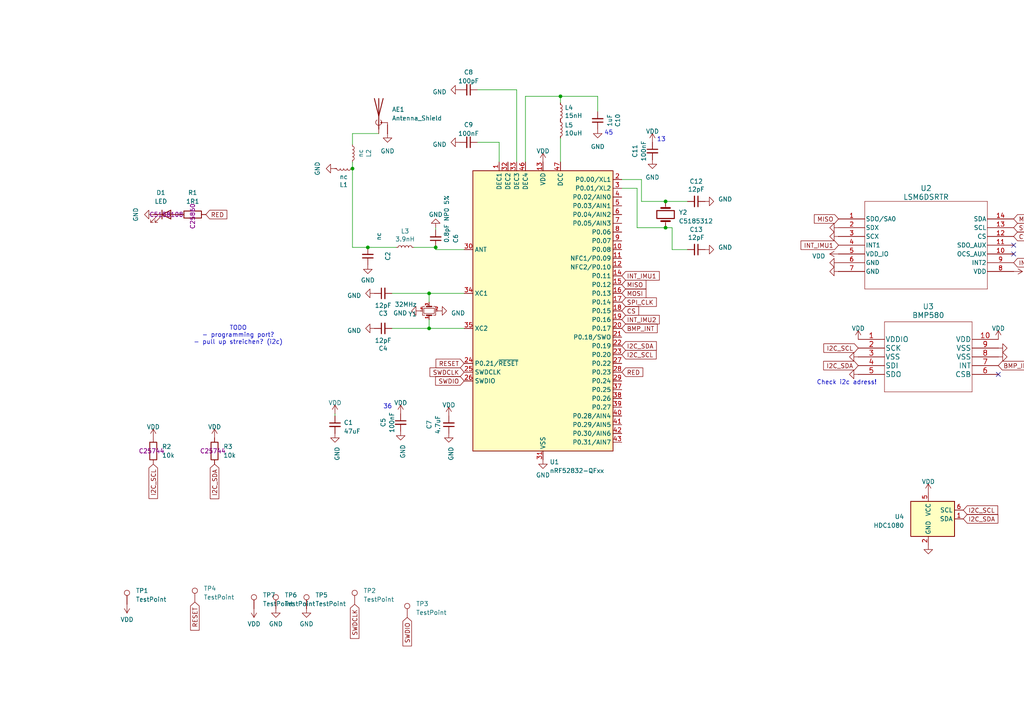
<source format=kicad_sch>
(kicad_sch
	(version 20250114)
	(generator "eeschema")
	(generator_version "9.0")
	(uuid "fea3c132-d957-40a0-974a-70c1c2749c53")
	(paper "A4")
	(lib_symbols
		(symbol "Connector:TestPoint"
			(pin_numbers
				(hide yes)
			)
			(pin_names
				(offset 0.762)
				(hide yes)
			)
			(exclude_from_sim no)
			(in_bom yes)
			(on_board yes)
			(property "Reference" "TP"
				(at 0 6.858 0)
				(effects
					(font
						(size 1.27 1.27)
					)
				)
			)
			(property "Value" "TestPoint"
				(at 0 5.08 0)
				(effects
					(font
						(size 1.27 1.27)
					)
				)
			)
			(property "Footprint" ""
				(at 5.08 0 0)
				(effects
					(font
						(size 1.27 1.27)
					)
					(hide yes)
				)
			)
			(property "Datasheet" "~"
				(at 5.08 0 0)
				(effects
					(font
						(size 1.27 1.27)
					)
					(hide yes)
				)
			)
			(property "Description" "test point"
				(at 0 0 0)
				(effects
					(font
						(size 1.27 1.27)
					)
					(hide yes)
				)
			)
			(property "ki_keywords" "test point tp"
				(at 0 0 0)
				(effects
					(font
						(size 1.27 1.27)
					)
					(hide yes)
				)
			)
			(property "ki_fp_filters" "Pin* Test*"
				(at 0 0 0)
				(effects
					(font
						(size 1.27 1.27)
					)
					(hide yes)
				)
			)
			(symbol "TestPoint_0_1"
				(circle
					(center 0 3.302)
					(radius 0.762)
					(stroke
						(width 0)
						(type default)
					)
					(fill
						(type none)
					)
				)
			)
			(symbol "TestPoint_1_1"
				(pin passive line
					(at 0 0 90)
					(length 2.54)
					(name "1"
						(effects
							(font
								(size 1.27 1.27)
							)
						)
					)
					(number "1"
						(effects
							(font
								(size 1.27 1.27)
							)
						)
					)
				)
			)
			(embedded_fonts no)
		)
		(symbol "Device:Antenna_Shield"
			(pin_numbers
				(hide yes)
			)
			(pin_names
				(offset 1.016)
				(hide yes)
			)
			(exclude_from_sim no)
			(in_bom yes)
			(on_board yes)
			(property "Reference" "AE"
				(at -1.905 4.445 0)
				(effects
					(font
						(size 1.27 1.27)
					)
					(justify right)
				)
			)
			(property "Value" "Antenna_Shield"
				(at -1.905 2.54 0)
				(effects
					(font
						(size 1.27 1.27)
					)
					(justify right)
				)
			)
			(property "Footprint" ""
				(at 0 2.54 0)
				(effects
					(font
						(size 1.27 1.27)
					)
					(hide yes)
				)
			)
			(property "Datasheet" "~"
				(at 0 2.54 0)
				(effects
					(font
						(size 1.27 1.27)
					)
					(hide yes)
				)
			)
			(property "Description" "Antenna with extra pin for shielding"
				(at 0 0 0)
				(effects
					(font
						(size 1.27 1.27)
					)
					(hide yes)
				)
			)
			(property "ki_keywords" "antenna"
				(at 0 0 0)
				(effects
					(font
						(size 1.27 1.27)
					)
					(hide yes)
				)
			)
			(symbol "Antenna_Shield_0_1"
				(arc
					(start 0 -2.667)
					(mid -0.8485 -2.1032)
					(end -0.508 -1.143)
					(stroke
						(width 0)
						(type default)
					)
					(fill
						(type none)
					)
				)
				(polyline
					(pts
						(xy 0 5.08) (xy 0 -3.81)
					)
					(stroke
						(width 0.254)
						(type default)
					)
					(fill
						(type none)
					)
				)
				(polyline
					(pts
						(xy 0 -2.54) (xy 0 0)
					)
					(stroke
						(width 0)
						(type default)
					)
					(fill
						(type none)
					)
				)
				(arc
					(start 0.508 -1.143)
					(mid 0.8046 -2.0885)
					(end 0 -2.667)
					(stroke
						(width 0)
						(type default)
					)
					(fill
						(type none)
					)
				)
				(polyline
					(pts
						(xy 0.762 -1.905) (xy 2.54 -1.905)
					)
					(stroke
						(width 0)
						(type default)
					)
					(fill
						(type none)
					)
				)
				(circle
					(center 0.762 -1.905)
					(radius 0.1778)
					(stroke
						(width 0)
						(type default)
					)
					(fill
						(type outline)
					)
				)
				(polyline
					(pts
						(xy 1.27 5.08) (xy 0 0) (xy -1.27 5.08)
					)
					(stroke
						(width 0.254)
						(type default)
					)
					(fill
						(type none)
					)
				)
				(polyline
					(pts
						(xy 2.54 -2.54) (xy 2.54 -1.905)
					)
					(stroke
						(width 0)
						(type default)
					)
					(fill
						(type none)
					)
				)
			)
			(symbol "Antenna_Shield_1_1"
				(pin input line
					(at 0 -5.08 90)
					(length 2.54)
					(name "A"
						(effects
							(font
								(size 1.27 1.27)
							)
						)
					)
					(number "1"
						(effects
							(font
								(size 1.27 1.27)
							)
						)
					)
				)
				(pin input line
					(at 2.54 -5.08 90)
					(length 2.54)
					(name "Shield"
						(effects
							(font
								(size 1.27 1.27)
							)
						)
					)
					(number "2"
						(effects
							(font
								(size 1.27 1.27)
							)
						)
					)
				)
			)
			(embedded_fonts no)
		)
		(symbol "Device:C_Small"
			(pin_numbers
				(hide yes)
			)
			(pin_names
				(offset 0.254)
				(hide yes)
			)
			(exclude_from_sim no)
			(in_bom yes)
			(on_board yes)
			(property "Reference" "C"
				(at 0.254 1.778 0)
				(effects
					(font
						(size 1.27 1.27)
					)
					(justify left)
				)
			)
			(property "Value" "C_Small"
				(at 0.254 -2.032 0)
				(effects
					(font
						(size 1.27 1.27)
					)
					(justify left)
				)
			)
			(property "Footprint" ""
				(at 0 0 0)
				(effects
					(font
						(size 1.27 1.27)
					)
					(hide yes)
				)
			)
			(property "Datasheet" "~"
				(at 0 0 0)
				(effects
					(font
						(size 1.27 1.27)
					)
					(hide yes)
				)
			)
			(property "Description" "Unpolarized capacitor, small symbol"
				(at 0 0 0)
				(effects
					(font
						(size 1.27 1.27)
					)
					(hide yes)
				)
			)
			(property "ki_keywords" "capacitor cap"
				(at 0 0 0)
				(effects
					(font
						(size 1.27 1.27)
					)
					(hide yes)
				)
			)
			(property "ki_fp_filters" "C_*"
				(at 0 0 0)
				(effects
					(font
						(size 1.27 1.27)
					)
					(hide yes)
				)
			)
			(symbol "C_Small_0_1"
				(polyline
					(pts
						(xy -1.524 0.508) (xy 1.524 0.508)
					)
					(stroke
						(width 0.3048)
						(type default)
					)
					(fill
						(type none)
					)
				)
				(polyline
					(pts
						(xy -1.524 -0.508) (xy 1.524 -0.508)
					)
					(stroke
						(width 0.3302)
						(type default)
					)
					(fill
						(type none)
					)
				)
			)
			(symbol "C_Small_1_1"
				(pin passive line
					(at 0 2.54 270)
					(length 2.032)
					(name "~"
						(effects
							(font
								(size 1.27 1.27)
							)
						)
					)
					(number "1"
						(effects
							(font
								(size 1.27 1.27)
							)
						)
					)
				)
				(pin passive line
					(at 0 -2.54 90)
					(length 2.032)
					(name "~"
						(effects
							(font
								(size 1.27 1.27)
							)
						)
					)
					(number "2"
						(effects
							(font
								(size 1.27 1.27)
							)
						)
					)
				)
			)
			(embedded_fonts no)
		)
		(symbol "Device:Crystal"
			(pin_numbers
				(hide yes)
			)
			(pin_names
				(offset 1.016)
				(hide yes)
			)
			(exclude_from_sim no)
			(in_bom yes)
			(on_board yes)
			(property "Reference" "Y"
				(at 0 3.81 0)
				(effects
					(font
						(size 1.27 1.27)
					)
				)
			)
			(property "Value" "Crystal"
				(at 0 -3.81 0)
				(effects
					(font
						(size 1.27 1.27)
					)
				)
			)
			(property "Footprint" ""
				(at 0 0 0)
				(effects
					(font
						(size 1.27 1.27)
					)
					(hide yes)
				)
			)
			(property "Datasheet" "~"
				(at 0 0 0)
				(effects
					(font
						(size 1.27 1.27)
					)
					(hide yes)
				)
			)
			(property "Description" "Two pin crystal"
				(at 0 0 0)
				(effects
					(font
						(size 1.27 1.27)
					)
					(hide yes)
				)
			)
			(property "ki_keywords" "quartz ceramic resonator oscillator"
				(at 0 0 0)
				(effects
					(font
						(size 1.27 1.27)
					)
					(hide yes)
				)
			)
			(property "ki_fp_filters" "Crystal*"
				(at 0 0 0)
				(effects
					(font
						(size 1.27 1.27)
					)
					(hide yes)
				)
			)
			(symbol "Crystal_0_1"
				(polyline
					(pts
						(xy -2.54 0) (xy -1.905 0)
					)
					(stroke
						(width 0)
						(type default)
					)
					(fill
						(type none)
					)
				)
				(polyline
					(pts
						(xy -1.905 -1.27) (xy -1.905 1.27)
					)
					(stroke
						(width 0.508)
						(type default)
					)
					(fill
						(type none)
					)
				)
				(rectangle
					(start -1.143 2.54)
					(end 1.143 -2.54)
					(stroke
						(width 0.3048)
						(type default)
					)
					(fill
						(type none)
					)
				)
				(polyline
					(pts
						(xy 1.905 -1.27) (xy 1.905 1.27)
					)
					(stroke
						(width 0.508)
						(type default)
					)
					(fill
						(type none)
					)
				)
				(polyline
					(pts
						(xy 2.54 0) (xy 1.905 0)
					)
					(stroke
						(width 0)
						(type default)
					)
					(fill
						(type none)
					)
				)
			)
			(symbol "Crystal_1_1"
				(pin passive line
					(at -3.81 0 0)
					(length 1.27)
					(name "1"
						(effects
							(font
								(size 1.27 1.27)
							)
						)
					)
					(number "1"
						(effects
							(font
								(size 1.27 1.27)
							)
						)
					)
				)
				(pin passive line
					(at 3.81 0 180)
					(length 1.27)
					(name "2"
						(effects
							(font
								(size 1.27 1.27)
							)
						)
					)
					(number "2"
						(effects
							(font
								(size 1.27 1.27)
							)
						)
					)
				)
			)
			(embedded_fonts no)
		)
		(symbol "Device:Crystal_GND24_Small"
			(pin_names
				(offset 1.016)
				(hide yes)
			)
			(exclude_from_sim no)
			(in_bom yes)
			(on_board yes)
			(property "Reference" "Y"
				(at 1.27 4.445 0)
				(effects
					(font
						(size 1.27 1.27)
					)
					(justify left)
				)
			)
			(property "Value" "Crystal_GND24_Small"
				(at 1.27 2.54 0)
				(effects
					(font
						(size 1.27 1.27)
					)
					(justify left)
				)
			)
			(property "Footprint" ""
				(at 0 0 0)
				(effects
					(font
						(size 1.27 1.27)
					)
					(hide yes)
				)
			)
			(property "Datasheet" "~"
				(at 0 0 0)
				(effects
					(font
						(size 1.27 1.27)
					)
					(hide yes)
				)
			)
			(property "Description" "Four pin crystal, GND on pins 2 and 4, small symbol"
				(at 0 0 0)
				(effects
					(font
						(size 1.27 1.27)
					)
					(hide yes)
				)
			)
			(property "ki_keywords" "quartz ceramic resonator oscillator"
				(at 0 0 0)
				(effects
					(font
						(size 1.27 1.27)
					)
					(hide yes)
				)
			)
			(property "ki_fp_filters" "Crystal*"
				(at 0 0 0)
				(effects
					(font
						(size 1.27 1.27)
					)
					(hide yes)
				)
			)
			(symbol "Crystal_GND24_Small_0_1"
				(polyline
					(pts
						(xy -1.27 1.27) (xy -1.27 1.905) (xy 1.27 1.905) (xy 1.27 1.27)
					)
					(stroke
						(width 0)
						(type default)
					)
					(fill
						(type none)
					)
				)
				(polyline
					(pts
						(xy -1.27 -0.762) (xy -1.27 0.762)
					)
					(stroke
						(width 0.381)
						(type default)
					)
					(fill
						(type none)
					)
				)
				(polyline
					(pts
						(xy -1.27 -1.27) (xy -1.27 -1.905) (xy 1.27 -1.905) (xy 1.27 -1.27)
					)
					(stroke
						(width 0)
						(type default)
					)
					(fill
						(type none)
					)
				)
				(rectangle
					(start -0.762 -1.524)
					(end 0.762 1.524)
					(stroke
						(width 0)
						(type default)
					)
					(fill
						(type none)
					)
				)
				(polyline
					(pts
						(xy 1.27 -0.762) (xy 1.27 0.762)
					)
					(stroke
						(width 0.381)
						(type default)
					)
					(fill
						(type none)
					)
				)
			)
			(symbol "Crystal_GND24_Small_1_1"
				(pin passive line
					(at -2.54 0 0)
					(length 1.27)
					(name "1"
						(effects
							(font
								(size 1.27 1.27)
							)
						)
					)
					(number "1"
						(effects
							(font
								(size 0.762 0.762)
							)
						)
					)
				)
				(pin passive line
					(at 0 2.54 270)
					(length 0.635)
					(name "4"
						(effects
							(font
								(size 1.27 1.27)
							)
						)
					)
					(number "4"
						(effects
							(font
								(size 0.762 0.762)
							)
						)
					)
				)
				(pin passive line
					(at 0 -2.54 90)
					(length 0.635)
					(name "2"
						(effects
							(font
								(size 1.27 1.27)
							)
						)
					)
					(number "2"
						(effects
							(font
								(size 0.762 0.762)
							)
						)
					)
				)
				(pin passive line
					(at 2.54 0 180)
					(length 1.27)
					(name "3"
						(effects
							(font
								(size 1.27 1.27)
							)
						)
					)
					(number "3"
						(effects
							(font
								(size 0.762 0.762)
							)
						)
					)
				)
			)
			(embedded_fonts no)
		)
		(symbol "Device:LED"
			(pin_numbers
				(hide yes)
			)
			(pin_names
				(offset 1.016)
				(hide yes)
			)
			(exclude_from_sim no)
			(in_bom yes)
			(on_board yes)
			(property "Reference" "D"
				(at 0 2.54 0)
				(effects
					(font
						(size 1.27 1.27)
					)
				)
			)
			(property "Value" "LED"
				(at 0 -2.54 0)
				(effects
					(font
						(size 1.27 1.27)
					)
				)
			)
			(property "Footprint" ""
				(at 0 0 0)
				(effects
					(font
						(size 1.27 1.27)
					)
					(hide yes)
				)
			)
			(property "Datasheet" "~"
				(at 0 0 0)
				(effects
					(font
						(size 1.27 1.27)
					)
					(hide yes)
				)
			)
			(property "Description" "Light emitting diode"
				(at 0 0 0)
				(effects
					(font
						(size 1.27 1.27)
					)
					(hide yes)
				)
			)
			(property "ki_keywords" "LED diode"
				(at 0 0 0)
				(effects
					(font
						(size 1.27 1.27)
					)
					(hide yes)
				)
			)
			(property "ki_fp_filters" "LED* LED_SMD:* LED_THT:*"
				(at 0 0 0)
				(effects
					(font
						(size 1.27 1.27)
					)
					(hide yes)
				)
			)
			(symbol "LED_0_1"
				(polyline
					(pts
						(xy -3.048 -0.762) (xy -4.572 -2.286) (xy -3.81 -2.286) (xy -4.572 -2.286) (xy -4.572 -1.524)
					)
					(stroke
						(width 0)
						(type default)
					)
					(fill
						(type none)
					)
				)
				(polyline
					(pts
						(xy -1.778 -0.762) (xy -3.302 -2.286) (xy -2.54 -2.286) (xy -3.302 -2.286) (xy -3.302 -1.524)
					)
					(stroke
						(width 0)
						(type default)
					)
					(fill
						(type none)
					)
				)
				(polyline
					(pts
						(xy -1.27 0) (xy 1.27 0)
					)
					(stroke
						(width 0)
						(type default)
					)
					(fill
						(type none)
					)
				)
				(polyline
					(pts
						(xy -1.27 -1.27) (xy -1.27 1.27)
					)
					(stroke
						(width 0.254)
						(type default)
					)
					(fill
						(type none)
					)
				)
				(polyline
					(pts
						(xy 1.27 -1.27) (xy 1.27 1.27) (xy -1.27 0) (xy 1.27 -1.27)
					)
					(stroke
						(width 0.254)
						(type default)
					)
					(fill
						(type none)
					)
				)
			)
			(symbol "LED_1_1"
				(pin passive line
					(at -3.81 0 0)
					(length 2.54)
					(name "K"
						(effects
							(font
								(size 1.27 1.27)
							)
						)
					)
					(number "1"
						(effects
							(font
								(size 1.27 1.27)
							)
						)
					)
				)
				(pin passive line
					(at 3.81 0 180)
					(length 2.54)
					(name "A"
						(effects
							(font
								(size 1.27 1.27)
							)
						)
					)
					(number "2"
						(effects
							(font
								(size 1.27 1.27)
							)
						)
					)
				)
			)
			(embedded_fonts no)
		)
		(symbol "Device:L_Small"
			(pin_numbers
				(hide yes)
			)
			(pin_names
				(offset 0.254)
				(hide yes)
			)
			(exclude_from_sim no)
			(in_bom yes)
			(on_board yes)
			(property "Reference" "L"
				(at 0.762 1.016 0)
				(effects
					(font
						(size 1.27 1.27)
					)
					(justify left)
				)
			)
			(property "Value" "L_Small"
				(at 0.762 -1.016 0)
				(effects
					(font
						(size 1.27 1.27)
					)
					(justify left)
				)
			)
			(property "Footprint" ""
				(at 0 0 0)
				(effects
					(font
						(size 1.27 1.27)
					)
					(hide yes)
				)
			)
			(property "Datasheet" "~"
				(at 0 0 0)
				(effects
					(font
						(size 1.27 1.27)
					)
					(hide yes)
				)
			)
			(property "Description" "Inductor, small symbol"
				(at 0 0 0)
				(effects
					(font
						(size 1.27 1.27)
					)
					(hide yes)
				)
			)
			(property "ki_keywords" "inductor choke coil reactor magnetic"
				(at 0 0 0)
				(effects
					(font
						(size 1.27 1.27)
					)
					(hide yes)
				)
			)
			(property "ki_fp_filters" "Choke_* *Coil* Inductor_* L_*"
				(at 0 0 0)
				(effects
					(font
						(size 1.27 1.27)
					)
					(hide yes)
				)
			)
			(symbol "L_Small_0_1"
				(arc
					(start 0 2.032)
					(mid 0.5058 1.524)
					(end 0 1.016)
					(stroke
						(width 0)
						(type default)
					)
					(fill
						(type none)
					)
				)
				(arc
					(start 0 1.016)
					(mid 0.5058 0.508)
					(end 0 0)
					(stroke
						(width 0)
						(type default)
					)
					(fill
						(type none)
					)
				)
				(arc
					(start 0 0)
					(mid 0.5058 -0.508)
					(end 0 -1.016)
					(stroke
						(width 0)
						(type default)
					)
					(fill
						(type none)
					)
				)
				(arc
					(start 0 -1.016)
					(mid 0.5058 -1.524)
					(end 0 -2.032)
					(stroke
						(width 0)
						(type default)
					)
					(fill
						(type none)
					)
				)
			)
			(symbol "L_Small_1_1"
				(pin passive line
					(at 0 2.54 270)
					(length 0.508)
					(name "~"
						(effects
							(font
								(size 1.27 1.27)
							)
						)
					)
					(number "1"
						(effects
							(font
								(size 1.27 1.27)
							)
						)
					)
				)
				(pin passive line
					(at 0 -2.54 90)
					(length 0.508)
					(name "~"
						(effects
							(font
								(size 1.27 1.27)
							)
						)
					)
					(number "2"
						(effects
							(font
								(size 1.27 1.27)
							)
						)
					)
				)
			)
			(embedded_fonts no)
		)
		(symbol "Device:R"
			(pin_numbers
				(hide yes)
			)
			(pin_names
				(offset 0)
			)
			(exclude_from_sim no)
			(in_bom yes)
			(on_board yes)
			(property "Reference" "R"
				(at 2.032 0 90)
				(effects
					(font
						(size 1.27 1.27)
					)
				)
			)
			(property "Value" "R"
				(at 0 0 90)
				(effects
					(font
						(size 1.27 1.27)
					)
				)
			)
			(property "Footprint" ""
				(at -1.778 0 90)
				(effects
					(font
						(size 1.27 1.27)
					)
					(hide yes)
				)
			)
			(property "Datasheet" "~"
				(at 0 0 0)
				(effects
					(font
						(size 1.27 1.27)
					)
					(hide yes)
				)
			)
			(property "Description" "Resistor"
				(at 0 0 0)
				(effects
					(font
						(size 1.27 1.27)
					)
					(hide yes)
				)
			)
			(property "ki_keywords" "R res resistor"
				(at 0 0 0)
				(effects
					(font
						(size 1.27 1.27)
					)
					(hide yes)
				)
			)
			(property "ki_fp_filters" "R_*"
				(at 0 0 0)
				(effects
					(font
						(size 1.27 1.27)
					)
					(hide yes)
				)
			)
			(symbol "R_0_1"
				(rectangle
					(start -1.016 -2.54)
					(end 1.016 2.54)
					(stroke
						(width 0.254)
						(type default)
					)
					(fill
						(type none)
					)
				)
			)
			(symbol "R_1_1"
				(pin passive line
					(at 0 3.81 270)
					(length 1.27)
					(name "~"
						(effects
							(font
								(size 1.27 1.27)
							)
						)
					)
					(number "1"
						(effects
							(font
								(size 1.27 1.27)
							)
						)
					)
				)
				(pin passive line
					(at 0 -3.81 90)
					(length 1.27)
					(name "~"
						(effects
							(font
								(size 1.27 1.27)
							)
						)
					)
					(number "2"
						(effects
							(font
								(size 1.27 1.27)
							)
						)
					)
				)
			)
			(embedded_fonts no)
		)
		(symbol "GND_1"
			(power)
			(pin_names
				(offset 0)
			)
			(exclude_from_sim no)
			(in_bom yes)
			(on_board yes)
			(property "Reference" "#PWR"
				(at 0 -6.35 0)
				(effects
					(font
						(size 1.27 1.27)
					)
					(hide yes)
				)
			)
			(property "Value" "GND_1"
				(at 0 -3.81 0)
				(effects
					(font
						(size 1.27 1.27)
					)
				)
			)
			(property "Footprint" ""
				(at 0 0 0)
				(effects
					(font
						(size 1.27 1.27)
					)
					(hide yes)
				)
			)
			(property "Datasheet" ""
				(at 0 0 0)
				(effects
					(font
						(size 1.27 1.27)
					)
					(hide yes)
				)
			)
			(property "Description" "Power symbol creates a global label with name \"GND\" , ground"
				(at 0 0 0)
				(effects
					(font
						(size 1.27 1.27)
					)
					(hide yes)
				)
			)
			(property "ki_keywords" "global power"
				(at 0 0 0)
				(effects
					(font
						(size 1.27 1.27)
					)
					(hide yes)
				)
			)
			(symbol "GND_1_0_1"
				(polyline
					(pts
						(xy 0 0) (xy 0 -1.27) (xy 1.27 -1.27) (xy 0 -2.54) (xy -1.27 -1.27) (xy 0 -1.27)
					)
					(stroke
						(width 0)
						(type default)
					)
					(fill
						(type none)
					)
				)
			)
			(symbol "GND_1_1_1"
				(pin power_in line
					(at 0 0 270)
					(length 0)
					(hide yes)
					(name "GND"
						(effects
							(font
								(size 1.27 1.27)
							)
						)
					)
					(number "1"
						(effects
							(font
								(size 1.27 1.27)
							)
						)
					)
				)
			)
			(embedded_fonts no)
		)
		(symbol "MCU_Nordic:nRF52832-QFxx"
			(exclude_from_sim no)
			(in_bom yes)
			(on_board yes)
			(property "Reference" "U"
				(at 0 1.27 0)
				(effects
					(font
						(size 1.27 1.27)
					)
				)
			)
			(property "Value" "nRF52832-QFxx"
				(at 0 -1.27 0)
				(effects
					(font
						(size 1.27 1.27)
					)
				)
			)
			(property "Footprint" "Package_DFN_QFN:QFN-48-1EP_6x6mm_P0.4mm_EP4.6x4.6mm"
				(at 0 -53.34 0)
				(effects
					(font
						(size 1.27 1.27)
					)
					(hide yes)
				)
			)
			(property "Datasheet" "http://infocenter.nordicsemi.com/pdf/nRF52832_PS_v1.4.pdf"
				(at -12.7 5.08 0)
				(effects
					(font
						(size 1.27 1.27)
					)
					(hide yes)
				)
			)
			(property "Description" "Multiprotocol BLE/2.4GHz Cortex-M4 SoC, QFN-48"
				(at 0 0 0)
				(effects
					(font
						(size 1.27 1.27)
					)
					(hide yes)
				)
			)
			(property "ki_keywords" "MCU, ARM, BLE, 2.4GHz"
				(at 0 0 0)
				(effects
					(font
						(size 1.27 1.27)
					)
					(hide yes)
				)
			)
			(property "ki_fp_filters" "QFN*1EP*6x6mm*P0.4mm*"
				(at 0 0 0)
				(effects
					(font
						(size 1.27 1.27)
					)
					(hide yes)
				)
			)
			(symbol "nRF52832-QFxx_0_1"
				(rectangle
					(start -20.32 40.64)
					(end 20.32 -40.64)
					(stroke
						(width 0.254)
						(type default)
					)
					(fill
						(type background)
					)
				)
			)
			(symbol "nRF52832-QFxx_1_1"
				(pin passive line
					(at -22.86 17.78 0)
					(length 2.54)
					(name "ANT"
						(effects
							(font
								(size 1.27 1.27)
							)
						)
					)
					(number "30"
						(effects
							(font
								(size 1.27 1.27)
							)
						)
					)
				)
				(pin input line
					(at -22.86 5.08 0)
					(length 2.54)
					(name "XC1"
						(effects
							(font
								(size 1.27 1.27)
							)
						)
					)
					(number "34"
						(effects
							(font
								(size 1.27 1.27)
							)
						)
					)
				)
				(pin input line
					(at -22.86 -5.08 0)
					(length 2.54)
					(name "XC2"
						(effects
							(font
								(size 1.27 1.27)
							)
						)
					)
					(number "35"
						(effects
							(font
								(size 1.27 1.27)
							)
						)
					)
				)
				(pin bidirectional line
					(at -22.86 -15.24 0)
					(length 2.54)
					(name "P0.21/~{RESET}"
						(effects
							(font
								(size 1.27 1.27)
							)
						)
					)
					(number "24"
						(effects
							(font
								(size 1.27 1.27)
							)
						)
					)
				)
				(pin input line
					(at -22.86 -17.78 0)
					(length 2.54)
					(name "SWDCLK"
						(effects
							(font
								(size 1.27 1.27)
							)
						)
					)
					(number "25"
						(effects
							(font
								(size 1.27 1.27)
							)
						)
					)
				)
				(pin bidirectional line
					(at -22.86 -20.32 0)
					(length 2.54)
					(name "SWDIO"
						(effects
							(font
								(size 1.27 1.27)
							)
						)
					)
					(number "26"
						(effects
							(font
								(size 1.27 1.27)
							)
						)
					)
				)
				(pin no_connect line
					(at -20.32 -30.48 0)
					(length 2.54)
					(hide yes)
					(name "NC"
						(effects
							(font
								(size 1.27 1.27)
							)
						)
					)
					(number "44"
						(effects
							(font
								(size 1.27 1.27)
							)
						)
					)
				)
				(pin passive line
					(at -12.7 43.18 270)
					(length 2.54)
					(name "DEC1"
						(effects
							(font
								(size 1.27 1.27)
							)
						)
					)
					(number "1"
						(effects
							(font
								(size 1.27 1.27)
							)
						)
					)
				)
				(pin passive line
					(at -10.16 43.18 270)
					(length 2.54)
					(name "DEC2"
						(effects
							(font
								(size 1.27 1.27)
							)
						)
					)
					(number "32"
						(effects
							(font
								(size 1.27 1.27)
							)
						)
					)
				)
				(pin passive line
					(at -7.62 43.18 270)
					(length 2.54)
					(name "DEC3"
						(effects
							(font
								(size 1.27 1.27)
							)
						)
					)
					(number "33"
						(effects
							(font
								(size 1.27 1.27)
							)
						)
					)
				)
				(pin passive line
					(at -5.08 43.18 270)
					(length 2.54)
					(name "DEC4"
						(effects
							(font
								(size 1.27 1.27)
							)
						)
					)
					(number "46"
						(effects
							(font
								(size 1.27 1.27)
							)
						)
					)
				)
				(pin power_in line
					(at 0 43.18 270)
					(length 2.54)
					(name "VDD"
						(effects
							(font
								(size 1.27 1.27)
							)
						)
					)
					(number "13"
						(effects
							(font
								(size 1.27 1.27)
							)
						)
					)
				)
				(pin passive line
					(at 0 43.18 270)
					(length 2.54)
					(hide yes)
					(name "VDD"
						(effects
							(font
								(size 1.27 1.27)
							)
						)
					)
					(number "36"
						(effects
							(font
								(size 1.27 1.27)
							)
						)
					)
				)
				(pin passive line
					(at 0 43.18 270)
					(length 2.54)
					(hide yes)
					(name "VDD"
						(effects
							(font
								(size 1.27 1.27)
							)
						)
					)
					(number "48"
						(effects
							(font
								(size 1.27 1.27)
							)
						)
					)
				)
				(pin power_in line
					(at 0 -43.18 90)
					(length 2.54)
					(name "VSS"
						(effects
							(font
								(size 1.27 1.27)
							)
						)
					)
					(number "31"
						(effects
							(font
								(size 1.27 1.27)
							)
						)
					)
				)
				(pin passive line
					(at 0 -43.18 90)
					(length 2.54)
					(hide yes)
					(name "VSS"
						(effects
							(font
								(size 1.27 1.27)
							)
						)
					)
					(number "45"
						(effects
							(font
								(size 1.27 1.27)
							)
						)
					)
				)
				(pin passive line
					(at 0 -43.18 90)
					(length 2.54)
					(hide yes)
					(name "VSS"
						(effects
							(font
								(size 1.27 1.27)
							)
						)
					)
					(number "49"
						(effects
							(font
								(size 1.27 1.27)
							)
						)
					)
				)
				(pin power_out line
					(at 5.08 43.18 270)
					(length 2.54)
					(name "DCC"
						(effects
							(font
								(size 1.27 1.27)
							)
						)
					)
					(number "47"
						(effects
							(font
								(size 1.27 1.27)
							)
						)
					)
				)
				(pin bidirectional line
					(at 22.86 38.1 180)
					(length 2.54)
					(name "P0.00/XL1"
						(effects
							(font
								(size 1.27 1.27)
							)
						)
					)
					(number "2"
						(effects
							(font
								(size 1.27 1.27)
							)
						)
					)
				)
				(pin bidirectional line
					(at 22.86 35.56 180)
					(length 2.54)
					(name "P0.01/XL2"
						(effects
							(font
								(size 1.27 1.27)
							)
						)
					)
					(number "3"
						(effects
							(font
								(size 1.27 1.27)
							)
						)
					)
				)
				(pin bidirectional line
					(at 22.86 33.02 180)
					(length 2.54)
					(name "P0.02/AIN0"
						(effects
							(font
								(size 1.27 1.27)
							)
						)
					)
					(number "4"
						(effects
							(font
								(size 1.27 1.27)
							)
						)
					)
				)
				(pin bidirectional line
					(at 22.86 30.48 180)
					(length 2.54)
					(name "P0.03/AIN1"
						(effects
							(font
								(size 1.27 1.27)
							)
						)
					)
					(number "5"
						(effects
							(font
								(size 1.27 1.27)
							)
						)
					)
				)
				(pin bidirectional line
					(at 22.86 27.94 180)
					(length 2.54)
					(name "P0.04/AIN2"
						(effects
							(font
								(size 1.27 1.27)
							)
						)
					)
					(number "6"
						(effects
							(font
								(size 1.27 1.27)
							)
						)
					)
				)
				(pin bidirectional line
					(at 22.86 25.4 180)
					(length 2.54)
					(name "P0.05/AIN3"
						(effects
							(font
								(size 1.27 1.27)
							)
						)
					)
					(number "7"
						(effects
							(font
								(size 1.27 1.27)
							)
						)
					)
				)
				(pin bidirectional line
					(at 22.86 22.86 180)
					(length 2.54)
					(name "P0.06"
						(effects
							(font
								(size 1.27 1.27)
							)
						)
					)
					(number "8"
						(effects
							(font
								(size 1.27 1.27)
							)
						)
					)
				)
				(pin bidirectional line
					(at 22.86 20.32 180)
					(length 2.54)
					(name "P0.07"
						(effects
							(font
								(size 1.27 1.27)
							)
						)
					)
					(number "9"
						(effects
							(font
								(size 1.27 1.27)
							)
						)
					)
				)
				(pin bidirectional line
					(at 22.86 17.78 180)
					(length 2.54)
					(name "P0.08"
						(effects
							(font
								(size 1.27 1.27)
							)
						)
					)
					(number "10"
						(effects
							(font
								(size 1.27 1.27)
							)
						)
					)
				)
				(pin bidirectional line
					(at 22.86 15.24 180)
					(length 2.54)
					(name "NFC1/P0.09"
						(effects
							(font
								(size 1.27 1.27)
							)
						)
					)
					(number "11"
						(effects
							(font
								(size 1.27 1.27)
							)
						)
					)
				)
				(pin bidirectional line
					(at 22.86 12.7 180)
					(length 2.54)
					(name "NFC2/P0.10"
						(effects
							(font
								(size 1.27 1.27)
							)
						)
					)
					(number "12"
						(effects
							(font
								(size 1.27 1.27)
							)
						)
					)
				)
				(pin bidirectional line
					(at 22.86 10.16 180)
					(length 2.54)
					(name "P0.11"
						(effects
							(font
								(size 1.27 1.27)
							)
						)
					)
					(number "14"
						(effects
							(font
								(size 1.27 1.27)
							)
						)
					)
				)
				(pin bidirectional line
					(at 22.86 7.62 180)
					(length 2.54)
					(name "P0.12"
						(effects
							(font
								(size 1.27 1.27)
							)
						)
					)
					(number "15"
						(effects
							(font
								(size 1.27 1.27)
							)
						)
					)
				)
				(pin bidirectional line
					(at 22.86 5.08 180)
					(length 2.54)
					(name "P0.13"
						(effects
							(font
								(size 1.27 1.27)
							)
						)
					)
					(number "16"
						(effects
							(font
								(size 1.27 1.27)
							)
						)
					)
				)
				(pin bidirectional line
					(at 22.86 2.54 180)
					(length 2.54)
					(name "P0.14"
						(effects
							(font
								(size 1.27 1.27)
							)
						)
					)
					(number "17"
						(effects
							(font
								(size 1.27 1.27)
							)
						)
					)
				)
				(pin bidirectional line
					(at 22.86 0 180)
					(length 2.54)
					(name "P0.15"
						(effects
							(font
								(size 1.27 1.27)
							)
						)
					)
					(number "18"
						(effects
							(font
								(size 1.27 1.27)
							)
						)
					)
				)
				(pin bidirectional line
					(at 22.86 -2.54 180)
					(length 2.54)
					(name "P0.16"
						(effects
							(font
								(size 1.27 1.27)
							)
						)
					)
					(number "19"
						(effects
							(font
								(size 1.27 1.27)
							)
						)
					)
				)
				(pin bidirectional line
					(at 22.86 -5.08 180)
					(length 2.54)
					(name "P0.17"
						(effects
							(font
								(size 1.27 1.27)
							)
						)
					)
					(number "20"
						(effects
							(font
								(size 1.27 1.27)
							)
						)
					)
				)
				(pin bidirectional line
					(at 22.86 -7.62 180)
					(length 2.54)
					(name "P0.18/SWO"
						(effects
							(font
								(size 1.27 1.27)
							)
						)
					)
					(number "21"
						(effects
							(font
								(size 1.27 1.27)
							)
						)
					)
				)
				(pin bidirectional line
					(at 22.86 -10.16 180)
					(length 2.54)
					(name "P0.19"
						(effects
							(font
								(size 1.27 1.27)
							)
						)
					)
					(number "22"
						(effects
							(font
								(size 1.27 1.27)
							)
						)
					)
				)
				(pin bidirectional line
					(at 22.86 -12.7 180)
					(length 2.54)
					(name "P0.20"
						(effects
							(font
								(size 1.27 1.27)
							)
						)
					)
					(number "23"
						(effects
							(font
								(size 1.27 1.27)
							)
						)
					)
				)
				(pin bidirectional line
					(at 22.86 -15.24 180)
					(length 2.54)
					(name "P0.22"
						(effects
							(font
								(size 1.27 1.27)
							)
						)
					)
					(number "27"
						(effects
							(font
								(size 1.27 1.27)
							)
						)
					)
				)
				(pin bidirectional line
					(at 22.86 -17.78 180)
					(length 2.54)
					(name "P0.23"
						(effects
							(font
								(size 1.27 1.27)
							)
						)
					)
					(number "28"
						(effects
							(font
								(size 1.27 1.27)
							)
						)
					)
				)
				(pin bidirectional line
					(at 22.86 -20.32 180)
					(length 2.54)
					(name "P0.24"
						(effects
							(font
								(size 1.27 1.27)
							)
						)
					)
					(number "29"
						(effects
							(font
								(size 1.27 1.27)
							)
						)
					)
				)
				(pin bidirectional line
					(at 22.86 -22.86 180)
					(length 2.54)
					(name "P0.25"
						(effects
							(font
								(size 1.27 1.27)
							)
						)
					)
					(number "37"
						(effects
							(font
								(size 1.27 1.27)
							)
						)
					)
				)
				(pin bidirectional line
					(at 22.86 -25.4 180)
					(length 2.54)
					(name "P0.26"
						(effects
							(font
								(size 1.27 1.27)
							)
						)
					)
					(number "38"
						(effects
							(font
								(size 1.27 1.27)
							)
						)
					)
				)
				(pin bidirectional line
					(at 22.86 -27.94 180)
					(length 2.54)
					(name "P0.27"
						(effects
							(font
								(size 1.27 1.27)
							)
						)
					)
					(number "39"
						(effects
							(font
								(size 1.27 1.27)
							)
						)
					)
				)
				(pin bidirectional line
					(at 22.86 -30.48 180)
					(length 2.54)
					(name "P0.28/AIN4"
						(effects
							(font
								(size 1.27 1.27)
							)
						)
					)
					(number "40"
						(effects
							(font
								(size 1.27 1.27)
							)
						)
					)
				)
				(pin bidirectional line
					(at 22.86 -33.02 180)
					(length 2.54)
					(name "P0.29/AIN5"
						(effects
							(font
								(size 1.27 1.27)
							)
						)
					)
					(number "41"
						(effects
							(font
								(size 1.27 1.27)
							)
						)
					)
				)
				(pin bidirectional line
					(at 22.86 -35.56 180)
					(length 2.54)
					(name "P0.30/AIN6"
						(effects
							(font
								(size 1.27 1.27)
							)
						)
					)
					(number "42"
						(effects
							(font
								(size 1.27 1.27)
							)
						)
					)
				)
				(pin bidirectional line
					(at 22.86 -38.1 180)
					(length 2.54)
					(name "P0.31/AIN7"
						(effects
							(font
								(size 1.27 1.27)
							)
						)
					)
					(number "43"
						(effects
							(font
								(size 1.27 1.27)
							)
						)
					)
				)
			)
			(embedded_fonts no)
		)
		(symbol "Sensor_Humidity:HDC1080"
			(exclude_from_sim no)
			(in_bom yes)
			(on_board yes)
			(property "Reference" "U"
				(at -6.35 6.35 0)
				(effects
					(font
						(size 1.27 1.27)
					)
				)
			)
			(property "Value" "HDC1080"
				(at 3.81 6.35 0)
				(effects
					(font
						(size 1.27 1.27)
					)
				)
			)
			(property "Footprint" "Package_SON:Texas_PWSON-N6"
				(at -1.27 -6.35 0)
				(effects
					(font
						(size 1.27 1.27)
					)
					(justify left)
					(hide yes)
				)
			)
			(property "Datasheet" "http://www.ti.com/lit/ds/symlink/hdc1080.pdf"
				(at -10.16 6.35 0)
				(effects
					(font
						(size 1.27 1.27)
					)
					(hide yes)
				)
			)
			(property "Description" "Low Power,High Accuracy Digital Humidity Sensor with Temperature Sensor"
				(at 0 0 0)
				(effects
					(font
						(size 1.27 1.27)
					)
					(hide yes)
				)
			)
			(property "ki_keywords" "Temperature Humidity Sensor"
				(at 0 0 0)
				(effects
					(font
						(size 1.27 1.27)
					)
					(hide yes)
				)
			)
			(property "ki_fp_filters" "Package*SON:Texas*PWSON*N6*"
				(at 0 0 0)
				(effects
					(font
						(size 1.27 1.27)
					)
					(hide yes)
				)
			)
			(symbol "HDC1080_0_1"
				(rectangle
					(start -7.62 5.08)
					(end 5.08 -5.08)
					(stroke
						(width 0.254)
						(type default)
					)
					(fill
						(type background)
					)
				)
			)
			(symbol "HDC1080_1_1"
				(pin no_connect line
					(at -7.62 2.54 0)
					(length 2.54)
					(hide yes)
					(name "DAP"
						(effects
							(font
								(size 1.27 1.27)
							)
						)
					)
					(number "7"
						(effects
							(font
								(size 1.27 1.27)
							)
						)
					)
				)
				(pin no_connect line
					(at -7.62 0 0)
					(length 2.54)
					(hide yes)
					(name "NC"
						(effects
							(font
								(size 1.27 1.27)
							)
						)
					)
					(number "3"
						(effects
							(font
								(size 1.27 1.27)
							)
						)
					)
				)
				(pin no_connect line
					(at -7.62 -2.54 0)
					(length 2.54)
					(hide yes)
					(name "NC"
						(effects
							(font
								(size 1.27 1.27)
							)
						)
					)
					(number "4"
						(effects
							(font
								(size 1.27 1.27)
							)
						)
					)
				)
				(pin power_in line
					(at -2.54 7.62 270)
					(length 2.54)
					(name "VCC"
						(effects
							(font
								(size 1.27 1.27)
							)
						)
					)
					(number "5"
						(effects
							(font
								(size 1.27 1.27)
							)
						)
					)
				)
				(pin power_in line
					(at -2.54 -7.62 90)
					(length 2.54)
					(name "GND"
						(effects
							(font
								(size 1.27 1.27)
							)
						)
					)
					(number "2"
						(effects
							(font
								(size 1.27 1.27)
							)
						)
					)
				)
				(pin input line
					(at 7.62 2.54 180)
					(length 2.54)
					(name "SCL"
						(effects
							(font
								(size 1.27 1.27)
							)
						)
					)
					(number "6"
						(effects
							(font
								(size 1.27 1.27)
							)
						)
					)
				)
				(pin bidirectional line
					(at 7.62 0 180)
					(length 2.54)
					(name "SDA"
						(effects
							(font
								(size 1.27 1.27)
							)
						)
					)
					(number "1"
						(effects
							(font
								(size 1.27 1.27)
							)
						)
					)
				)
			)
			(embedded_fonts no)
		)
		(symbol "phyphox-symbols:BMP581"
			(pin_names
				(offset 0.254)
			)
			(exclude_from_sim no)
			(in_bom yes)
			(on_board yes)
			(property "Reference" "U"
				(at 20.32 10.16 0)
				(effects
					(font
						(size 1.524 1.524)
					)
				)
			)
			(property "Value" "BMP581"
				(at 20.32 7.62 0)
				(effects
					(font
						(size 1.524 1.524)
					)
				)
			)
			(property "Footprint" "phyphox-footprints:BMP581"
				(at 20.32 6.096 0)
				(effects
					(font
						(size 1.524 1.524)
					)
					(hide yes)
				)
			)
			(property "Datasheet" ""
				(at 0 0 0)
				(effects
					(font
						(size 1.524 1.524)
					)
				)
			)
			(property "Description" ""
				(at 0 0 0)
				(effects
					(font
						(size 1.27 1.27)
					)
					(hide yes)
				)
			)
			(property "ki_fp_filters" "QFN10_BMP581_BOS QFN10_BMP581_BOS-M QFN10_BMP581_BOS-L"
				(at 0 0 0)
				(effects
					(font
						(size 1.27 1.27)
					)
					(hide yes)
				)
			)
			(symbol "BMP581_1_1"
				(polyline
					(pts
						(xy 7.62 5.08) (xy 7.62 -15.24)
					)
					(stroke
						(width 0.127)
						(type default)
					)
					(fill
						(type none)
					)
				)
				(polyline
					(pts
						(xy 7.62 -15.24) (xy 33.02 -15.24)
					)
					(stroke
						(width 0.127)
						(type default)
					)
					(fill
						(type none)
					)
				)
				(polyline
					(pts
						(xy 33.02 5.08) (xy 7.62 5.08)
					)
					(stroke
						(width 0.127)
						(type default)
					)
					(fill
						(type none)
					)
				)
				(polyline
					(pts
						(xy 33.02 -15.24) (xy 33.02 5.08)
					)
					(stroke
						(width 0.127)
						(type default)
					)
					(fill
						(type none)
					)
				)
				(pin power_in line
					(at 0 0 0)
					(length 7.62)
					(name "VDDIO"
						(effects
							(font
								(size 1.4986 1.4986)
							)
						)
					)
					(number "1"
						(effects
							(font
								(size 1.4986 1.4986)
							)
						)
					)
				)
				(pin unspecified line
					(at 0 -2.54 0)
					(length 7.62)
					(name "SCK"
						(effects
							(font
								(size 1.4986 1.4986)
							)
						)
					)
					(number "2"
						(effects
							(font
								(size 1.4986 1.4986)
							)
						)
					)
				)
				(pin power_in line
					(at 0 -5.08 0)
					(length 7.62)
					(name "VSS"
						(effects
							(font
								(size 1.4986 1.4986)
							)
						)
					)
					(number "3"
						(effects
							(font
								(size 1.4986 1.4986)
							)
						)
					)
				)
				(pin unspecified line
					(at 0 -7.62 0)
					(length 7.62)
					(name "SDI"
						(effects
							(font
								(size 1.4986 1.4986)
							)
						)
					)
					(number "4"
						(effects
							(font
								(size 1.4986 1.4986)
							)
						)
					)
				)
				(pin unspecified line
					(at 0 -10.16 0)
					(length 7.62)
					(name "SDO"
						(effects
							(font
								(size 1.4986 1.4986)
							)
						)
					)
					(number "5"
						(effects
							(font
								(size 1.4986 1.4986)
							)
						)
					)
				)
				(pin power_in line
					(at 40.64 0 180)
					(length 7.62)
					(name "VDD"
						(effects
							(font
								(size 1.4986 1.4986)
							)
						)
					)
					(number "10"
						(effects
							(font
								(size 1.4986 1.4986)
							)
						)
					)
				)
				(pin power_in line
					(at 40.64 -2.54 180)
					(length 7.62)
					(name "VSS"
						(effects
							(font
								(size 1.4986 1.4986)
							)
						)
					)
					(number "9"
						(effects
							(font
								(size 1.4986 1.4986)
							)
						)
					)
				)
				(pin power_in line
					(at 40.64 -5.08 180)
					(length 7.62)
					(name "VSS"
						(effects
							(font
								(size 1.4986 1.4986)
							)
						)
					)
					(number "8"
						(effects
							(font
								(size 1.4986 1.4986)
							)
						)
					)
				)
				(pin input line
					(at 40.64 -7.62 180)
					(length 7.62)
					(name "INT"
						(effects
							(font
								(size 1.4986 1.4986)
							)
						)
					)
					(number "7"
						(effects
							(font
								(size 1.4986 1.4986)
							)
						)
					)
				)
				(pin unspecified line
					(at 40.64 -10.16 180)
					(length 7.62)
					(name "CSB"
						(effects
							(font
								(size 1.4986 1.4986)
							)
						)
					)
					(number "6"
						(effects
							(font
								(size 1.4986 1.4986)
							)
						)
					)
				)
			)
			(embedded_fonts no)
		)
		(symbol "phyphox-symbols:LSM6DSRTR"
			(pin_names
				(offset 0.254)
			)
			(exclude_from_sim no)
			(in_bom yes)
			(on_board yes)
			(property "Reference" "U"
				(at 25.4 10.16 0)
				(effects
					(font
						(size 1.524 1.524)
					)
				)
			)
			(property "Value" "LSM6DSRTR"
				(at 25.4 7.62 0)
				(effects
					(font
						(size 1.524 1.524)
					)
				)
			)
			(property "Footprint" "LGA-14L_2P5X3X0P83_STM"
				(at 25.4 3.81 0)
				(effects
					(font
						(size 1.27 1.27)
						(italic yes)
					)
					(hide yes)
				)
			)
			(property "Datasheet" "LSM6DSRTR"
				(at 26.67 1.27 0)
				(effects
					(font
						(size 1.27 1.27)
						(italic yes)
					)
					(hide yes)
				)
			)
			(property "Description" ""
				(at 0 0 0)
				(effects
					(font
						(size 1.27 1.27)
					)
					(hide yes)
				)
			)
			(property "ki_locked" ""
				(at 0 0 0)
				(effects
					(font
						(size 1.27 1.27)
					)
				)
			)
			(property "ki_keywords" "LSM6DSRTR"
				(at 0 0 0)
				(effects
					(font
						(size 1.27 1.27)
					)
					(hide yes)
				)
			)
			(property "ki_fp_filters" "LGA-14L_2P5X3X0P83_STM LGA-14L_2P5X3X0P83_STM-M LGA-14L_2P5X3X0P83_STM-L"
				(at 0 0 0)
				(effects
					(font
						(size 1.27 1.27)
					)
					(hide yes)
				)
			)
			(symbol "LSM6DSRTR_0_1"
				(polyline
					(pts
						(xy 7.62 5.08) (xy 7.62 -20.32)
					)
					(stroke
						(width 0.127)
						(type default)
					)
					(fill
						(type none)
					)
				)
				(polyline
					(pts
						(xy 7.62 -20.32) (xy 43.18 -20.32)
					)
					(stroke
						(width 0.127)
						(type default)
					)
					(fill
						(type none)
					)
				)
				(polyline
					(pts
						(xy 43.18 5.08) (xy 7.62 5.08)
					)
					(stroke
						(width 0.127)
						(type default)
					)
					(fill
						(type none)
					)
				)
				(polyline
					(pts
						(xy 43.18 -20.32) (xy 43.18 5.08)
					)
					(stroke
						(width 0.127)
						(type default)
					)
					(fill
						(type none)
					)
				)
				(pin bidirectional line
					(at 0 0 0)
					(length 7.62)
					(name "SDO/SA0"
						(effects
							(font
								(size 1.27 1.27)
							)
						)
					)
					(number "1"
						(effects
							(font
								(size 1.27 1.27)
							)
						)
					)
				)
				(pin bidirectional line
					(at 0 -2.54 0)
					(length 7.62)
					(name "SDX"
						(effects
							(font
								(size 1.27 1.27)
							)
						)
					)
					(number "2"
						(effects
							(font
								(size 1.27 1.27)
							)
						)
					)
				)
				(pin bidirectional line
					(at 0 -5.08 0)
					(length 7.62)
					(name "SCX"
						(effects
							(font
								(size 1.27 1.27)
							)
						)
					)
					(number "3"
						(effects
							(font
								(size 1.27 1.27)
							)
						)
					)
				)
				(pin output line
					(at 0 -7.62 0)
					(length 7.62)
					(name "INT1"
						(effects
							(font
								(size 1.27 1.27)
							)
						)
					)
					(number "4"
						(effects
							(font
								(size 1.27 1.27)
							)
						)
					)
				)
				(pin power_in line
					(at 0 -10.16 0)
					(length 7.62)
					(name "VDD_IO"
						(effects
							(font
								(size 1.27 1.27)
							)
						)
					)
					(number "5"
						(effects
							(font
								(size 1.27 1.27)
							)
						)
					)
				)
				(pin power_out line
					(at 0 -12.7 0)
					(length 7.62)
					(name "GND"
						(effects
							(font
								(size 1.27 1.27)
							)
						)
					)
					(number "6"
						(effects
							(font
								(size 1.27 1.27)
							)
						)
					)
				)
				(pin power_out line
					(at 0 -15.24 0)
					(length 7.62)
					(name "GND"
						(effects
							(font
								(size 1.27 1.27)
							)
						)
					)
					(number "7"
						(effects
							(font
								(size 1.27 1.27)
							)
						)
					)
				)
				(pin bidirectional line
					(at 50.8 0 180)
					(length 7.62)
					(name "SDA"
						(effects
							(font
								(size 1.27 1.27)
							)
						)
					)
					(number "14"
						(effects
							(font
								(size 1.27 1.27)
							)
						)
					)
				)
				(pin input line
					(at 50.8 -2.54 180)
					(length 7.62)
					(name "SCL"
						(effects
							(font
								(size 1.27 1.27)
							)
						)
					)
					(number "13"
						(effects
							(font
								(size 1.27 1.27)
							)
						)
					)
				)
				(pin input line
					(at 50.8 -5.08 180)
					(length 7.62)
					(name "CS"
						(effects
							(font
								(size 1.27 1.27)
							)
						)
					)
					(number "12"
						(effects
							(font
								(size 1.27 1.27)
							)
						)
					)
				)
				(pin bidirectional line
					(at 50.8 -7.62 180)
					(length 7.62)
					(name "SDO_AUX"
						(effects
							(font
								(size 1.27 1.27)
							)
						)
					)
					(number "11"
						(effects
							(font
								(size 1.27 1.27)
							)
						)
					)
				)
				(pin bidirectional line
					(at 50.8 -10.16 180)
					(length 7.62)
					(name "OCS_AUX"
						(effects
							(font
								(size 1.27 1.27)
							)
						)
					)
					(number "10"
						(effects
							(font
								(size 1.27 1.27)
							)
						)
					)
				)
				(pin output line
					(at 50.8 -12.7 180)
					(length 7.62)
					(name "INT2"
						(effects
							(font
								(size 1.27 1.27)
							)
						)
					)
					(number "9"
						(effects
							(font
								(size 1.27 1.27)
							)
						)
					)
				)
				(pin power_in line
					(at 50.8 -15.24 180)
					(length 7.62)
					(name "VDD"
						(effects
							(font
								(size 1.27 1.27)
							)
						)
					)
					(number "8"
						(effects
							(font
								(size 1.27 1.27)
							)
						)
					)
				)
			)
			(embedded_fonts no)
		)
		(symbol "power:GND"
			(power)
			(pin_numbers
				(hide yes)
			)
			(pin_names
				(offset 0)
				(hide yes)
			)
			(exclude_from_sim no)
			(in_bom yes)
			(on_board yes)
			(property "Reference" "#PWR"
				(at 0 -6.35 0)
				(effects
					(font
						(size 1.27 1.27)
					)
					(hide yes)
				)
			)
			(property "Value" "GND"
				(at 0 -3.81 0)
				(effects
					(font
						(size 1.27 1.27)
					)
				)
			)
			(property "Footprint" ""
				(at 0 0 0)
				(effects
					(font
						(size 1.27 1.27)
					)
					(hide yes)
				)
			)
			(property "Datasheet" ""
				(at 0 0 0)
				(effects
					(font
						(size 1.27 1.27)
					)
					(hide yes)
				)
			)
			(property "Description" "Power symbol creates a global label with name \"GND\" , ground"
				(at 0 0 0)
				(effects
					(font
						(size 1.27 1.27)
					)
					(hide yes)
				)
			)
			(property "ki_keywords" "global power"
				(at 0 0 0)
				(effects
					(font
						(size 1.27 1.27)
					)
					(hide yes)
				)
			)
			(symbol "GND_0_1"
				(polyline
					(pts
						(xy 0 0) (xy 0 -1.27) (xy 1.27 -1.27) (xy 0 -2.54) (xy -1.27 -1.27) (xy 0 -1.27)
					)
					(stroke
						(width 0)
						(type default)
					)
					(fill
						(type none)
					)
				)
			)
			(symbol "GND_1_1"
				(pin power_in line
					(at 0 0 270)
					(length 0)
					(name "~"
						(effects
							(font
								(size 1.27 1.27)
							)
						)
					)
					(number "1"
						(effects
							(font
								(size 1.27 1.27)
							)
						)
					)
				)
			)
			(embedded_fonts no)
		)
		(symbol "power:VDD"
			(power)
			(pin_names
				(offset 0)
			)
			(exclude_from_sim no)
			(in_bom yes)
			(on_board yes)
			(property "Reference" "#PWR"
				(at 0 -3.81 0)
				(effects
					(font
						(size 1.27 1.27)
					)
					(hide yes)
				)
			)
			(property "Value" "VDD"
				(at 0 3.81 0)
				(effects
					(font
						(size 1.27 1.27)
					)
				)
			)
			(property "Footprint" ""
				(at 0 0 0)
				(effects
					(font
						(size 1.27 1.27)
					)
					(hide yes)
				)
			)
			(property "Datasheet" ""
				(at 0 0 0)
				(effects
					(font
						(size 1.27 1.27)
					)
					(hide yes)
				)
			)
			(property "Description" "Power symbol creates a global label with name \"VDD\""
				(at 0 0 0)
				(effects
					(font
						(size 1.27 1.27)
					)
					(hide yes)
				)
			)
			(property "ki_keywords" "global power"
				(at 0 0 0)
				(effects
					(font
						(size 1.27 1.27)
					)
					(hide yes)
				)
			)
			(symbol "VDD_0_1"
				(polyline
					(pts
						(xy -0.762 1.27) (xy 0 2.54)
					)
					(stroke
						(width 0)
						(type default)
					)
					(fill
						(type none)
					)
				)
				(polyline
					(pts
						(xy 0 2.54) (xy 0.762 1.27)
					)
					(stroke
						(width 0)
						(type default)
					)
					(fill
						(type none)
					)
				)
				(polyline
					(pts
						(xy 0 0) (xy 0 2.54)
					)
					(stroke
						(width 0)
						(type default)
					)
					(fill
						(type none)
					)
				)
			)
			(symbol "VDD_1_1"
				(pin power_in line
					(at 0 0 90)
					(length 0)
					(hide yes)
					(name "VDD"
						(effects
							(font
								(size 1.27 1.27)
							)
						)
					)
					(number "1"
						(effects
							(font
								(size 1.27 1.27)
							)
						)
					)
				)
			)
			(embedded_fonts no)
		)
	)
	(text "Check i2c adress!"
		(exclude_from_sim no)
		(at 236.855 111.76 0)
		(effects
			(font
				(size 1.27 1.27)
			)
			(justify left bottom)
		)
		(uuid "1787725d-9fc3-4894-aff8-b7e06298cfa9")
	)
	(text "13"
		(exclude_from_sim no)
		(at 190.5 41.275 0)
		(effects
			(font
				(size 1.27 1.27)
			)
			(justify left bottom)
		)
		(uuid "1811a973-bc6b-4f37-969b-d3b7815ca953")
	)
	(text "36"
		(exclude_from_sim no)
		(at 111.125 118.745 0)
		(effects
			(font
				(size 1.27 1.27)
			)
			(justify left bottom)
		)
		(uuid "80b2cadd-abed-4456-abce-ccbc39d1cff8")
	)
	(text "45"
		(exclude_from_sim no)
		(at 175.26 39.37 0)
		(effects
			(font
				(size 1.27 1.27)
			)
			(justify left bottom)
		)
		(uuid "925ffaee-5951-4db5-85f1-61f89ad323f9")
	)
	(text "TODO\n- programming port?\n- pull up streichen? (i2c)"
		(exclude_from_sim no)
		(at 69.088 97.282 0)
		(effects
			(font
				(size 1.27 1.27)
			)
		)
		(uuid "d30387e1-c217-41a3-8683-04e6662db162")
	)
	(junction
		(at 126.365 71.755)
		(diameter 0)
		(color 0 0 0 0)
		(uuid "0d00c35f-33fb-4279-9cac-8b1d41d684fc")
	)
	(junction
		(at 162.56 27.94)
		(diameter 0)
		(color 0 0 0 0)
		(uuid "179a93a0-84e0-40fd-97a9-230996ffbd5a")
	)
	(junction
		(at 124.46 95.25)
		(diameter 0)
		(color 0 0 0 0)
		(uuid "50abe583-33ac-49ee-b742-e56fd7bafcc4")
	)
	(junction
		(at 193.04 58.42)
		(diameter 0)
		(color 0 0 0 0)
		(uuid "538fe8b4-70de-483c-afee-5d589231f225")
	)
	(junction
		(at 124.46 85.09)
		(diameter 0)
		(color 0 0 0 0)
		(uuid "56aefd9d-1f07-4c55-8dba-dd0d49407bd7")
	)
	(junction
		(at 102.235 48.895)
		(diameter 0)
		(color 0 0 0 0)
		(uuid "5a4bc29b-9aa2-45aa-9aa7-45fb6c5008d4")
	)
	(junction
		(at 193.04 66.04)
		(diameter 0)
		(color 0 0 0 0)
		(uuid "a5c04b97-3b37-422a-b805-9f290a5a0c5d")
	)
	(junction
		(at 106.68 71.755)
		(diameter 0)
		(color 0 0 0 0)
		(uuid "e1bb6629-071e-48a1-ae40-ecb580202211")
	)
	(no_connect
		(at 294.005 73.66)
		(uuid "59926555-1f6e-4f6c-8d44-103274633754")
	)
	(no_connect
		(at 289.56 108.585)
		(uuid "99b9bf8a-dd05-4138-9c66-b7e0b368099c")
	)
	(no_connect
		(at 294.005 71.12)
		(uuid "b37130fc-3e15-4c26-a5d8-e7e4995364dd")
	)
	(wire
		(pts
			(xy 126.365 66.04) (xy 126.365 66.675)
		)
		(stroke
			(width 0)
			(type default)
		)
		(uuid "0284ac44-4591-4313-adec-e3f7e958f8e3")
	)
	(wire
		(pts
			(xy 124.46 95.25) (xy 134.62 95.25)
		)
		(stroke
			(width 0)
			(type default)
		)
		(uuid "111b9117-00a4-44e7-9c97-59ec08b7e923")
	)
	(wire
		(pts
			(xy 149.86 26.035) (xy 138.43 26.035)
		)
		(stroke
			(width 0)
			(type default)
		)
		(uuid "1210e37d-63e5-44e8-8d82-de01cab4c185")
	)
	(wire
		(pts
			(xy 162.56 29.845) (xy 162.56 27.94)
		)
		(stroke
			(width 0)
			(type default)
		)
		(uuid "1408a778-f492-48ce-93e8-18816013c8ec")
	)
	(wire
		(pts
			(xy 180.34 52.07) (xy 186.055 52.07)
		)
		(stroke
			(width 0)
			(type default)
		)
		(uuid "14694e90-de54-4a94-868b-d4422e7d5272")
	)
	(wire
		(pts
			(xy 152.4 46.99) (xy 152.4 27.94)
		)
		(stroke
			(width 0)
			(type default)
		)
		(uuid "21bcfff1-2880-42be-9e9c-f9c6345f7b94")
	)
	(wire
		(pts
			(xy 102.235 71.755) (xy 106.68 71.755)
		)
		(stroke
			(width 0)
			(type default)
		)
		(uuid "22e876c8-6846-4dd4-a6c8-ba18e6815367")
	)
	(wire
		(pts
			(xy 186.055 52.07) (xy 186.055 58.42)
		)
		(stroke
			(width 0)
			(type default)
		)
		(uuid "2b8e72cb-6957-4042-b922-9fdd8fc9a7a3")
	)
	(wire
		(pts
			(xy 102.235 46.99) (xy 102.235 48.895)
		)
		(stroke
			(width 0)
			(type default)
		)
		(uuid "2d163385-0641-4ce1-aeda-335733f47f50")
	)
	(wire
		(pts
			(xy 120.015 71.755) (xy 126.365 71.755)
		)
		(stroke
			(width 0)
			(type default)
		)
		(uuid "300dbc06-24c7-4fb6-a441-441c2953e759")
	)
	(wire
		(pts
			(xy 173.355 27.94) (xy 173.355 32.385)
		)
		(stroke
			(width 0)
			(type default)
		)
		(uuid "364cecd4-68c1-49c3-ab61-67a015cd0b86")
	)
	(wire
		(pts
			(xy 113.665 85.09) (xy 124.46 85.09)
		)
		(stroke
			(width 0)
			(type default)
		)
		(uuid "377671fa-6ed0-4096-bb58-355dab4595a8")
	)
	(wire
		(pts
			(xy 194.945 66.04) (xy 194.945 72.39)
		)
		(stroke
			(width 0)
			(type default)
		)
		(uuid "3bf572a4-7d41-4492-a3dd-8298d62bf5ef")
	)
	(wire
		(pts
			(xy 126.365 72.39) (xy 126.365 71.755)
		)
		(stroke
			(width 0)
			(type default)
		)
		(uuid "421d95cd-6b40-4138-9b1b-2f78ee51dd7a")
	)
	(wire
		(pts
			(xy 162.56 27.94) (xy 173.355 27.94)
		)
		(stroke
			(width 0)
			(type default)
		)
		(uuid "43232c71-bb0d-4f88-bfb2-dff09c2f980e")
	)
	(wire
		(pts
			(xy 186.055 58.42) (xy 193.04 58.42)
		)
		(stroke
			(width 0)
			(type default)
		)
		(uuid "5641997a-9eaa-4134-9fc9-f574fddeeb53")
	)
	(wire
		(pts
			(xy 97.155 120.015) (xy 97.155 120.65)
		)
		(stroke
			(width 0)
			(type default)
		)
		(uuid "5d218042-eb21-4e0b-823b-04d19fb738f3")
	)
	(wire
		(pts
			(xy 106.68 71.755) (xy 114.935 71.755)
		)
		(stroke
			(width 0)
			(type default)
		)
		(uuid "621efee6-98ba-4ced-a842-a5d339862339")
	)
	(wire
		(pts
			(xy 124.46 92.71) (xy 124.46 95.25)
		)
		(stroke
			(width 0)
			(type default)
		)
		(uuid "623688b9-39a8-474b-8f1f-333cb164bc09")
	)
	(wire
		(pts
			(xy 152.4 27.94) (xy 162.56 27.94)
		)
		(stroke
			(width 0)
			(type default)
		)
		(uuid "695f0349-5793-4f85-a52c-c306b5791eb2")
	)
	(wire
		(pts
			(xy 102.235 38.735) (xy 102.235 41.91)
		)
		(stroke
			(width 0)
			(type default)
		)
		(uuid "6966b891-6aab-4287-9858-92ef100b7552")
	)
	(wire
		(pts
			(xy 144.78 46.99) (xy 144.78 41.275)
		)
		(stroke
			(width 0)
			(type default)
		)
		(uuid "7ff27cb2-dcf5-43d6-b1c2-93c6f14843f1")
	)
	(wire
		(pts
			(xy 113.665 95.25) (xy 124.46 95.25)
		)
		(stroke
			(width 0)
			(type default)
		)
		(uuid "87382378-a9c6-4cf7-b9f8-acecafa15550")
	)
	(wire
		(pts
			(xy 102.235 38.735) (xy 109.855 38.735)
		)
		(stroke
			(width 0)
			(type default)
		)
		(uuid "8999aa8a-ecec-43ca-98cd-07c3bd4c9790")
	)
	(wire
		(pts
			(xy 193.04 58.42) (xy 199.39 58.42)
		)
		(stroke
			(width 0)
			(type default)
		)
		(uuid "978d3778-9aa5-4441-984f-e5711bcaac46")
	)
	(wire
		(pts
			(xy 184.785 54.61) (xy 184.785 66.04)
		)
		(stroke
			(width 0)
			(type default)
		)
		(uuid "a0b4801c-f875-4815-bdb4-86d9f3dbbd3a")
	)
	(wire
		(pts
			(xy 124.46 85.09) (xy 134.62 85.09)
		)
		(stroke
			(width 0)
			(type default)
		)
		(uuid "a5212b31-caf6-4f0f-beb1-f109d5fead51")
	)
	(wire
		(pts
			(xy 184.785 66.04) (xy 193.04 66.04)
		)
		(stroke
			(width 0)
			(type default)
		)
		(uuid "b5da00aa-b019-4897-9f1b-0b56cbbd82e2")
	)
	(wire
		(pts
			(xy 193.04 66.04) (xy 194.945 66.04)
		)
		(stroke
			(width 0)
			(type default)
		)
		(uuid "b8c6acdd-bb74-43f8-bdaa-2fad8377f7ed")
	)
	(wire
		(pts
			(xy 102.235 71.755) (xy 102.235 48.895)
		)
		(stroke
			(width 0)
			(type default)
		)
		(uuid "bbd84d5a-d042-40fa-bc76-a9a66b45bc09")
	)
	(wire
		(pts
			(xy 144.78 41.275) (xy 138.43 41.275)
		)
		(stroke
			(width 0)
			(type default)
		)
		(uuid "c6cf2d84-d1bb-4aa5-af9b-7a0be49e1ffb")
	)
	(wire
		(pts
			(xy 134.62 72.39) (xy 126.365 72.39)
		)
		(stroke
			(width 0)
			(type default)
		)
		(uuid "ca9b48f5-19a6-4556-a842-ed93983ad485")
	)
	(wire
		(pts
			(xy 162.56 40.005) (xy 162.56 46.99)
		)
		(stroke
			(width 0)
			(type default)
		)
		(uuid "cb52abc5-f680-4354-b0aa-af5754179a74")
	)
	(wire
		(pts
			(xy 194.945 72.39) (xy 199.39 72.39)
		)
		(stroke
			(width 0)
			(type default)
		)
		(uuid "cc036a08-7b32-4ec7-9b70-2a077446649d")
	)
	(wire
		(pts
			(xy 149.86 46.99) (xy 149.86 26.035)
		)
		(stroke
			(width 0)
			(type default)
		)
		(uuid "daada749-d374-46c3-87ba-2a951ae6d761")
	)
	(wire
		(pts
			(xy 180.34 54.61) (xy 184.785 54.61)
		)
		(stroke
			(width 0)
			(type default)
		)
		(uuid "ee8086b3-6cd5-4f88-97ad-0ece9034fc38")
	)
	(wire
		(pts
			(xy 124.46 85.09) (xy 124.46 87.63)
		)
		(stroke
			(width 0)
			(type default)
		)
		(uuid "ff6dccf3-ad3e-49e1-885e-d449257b2167")
	)
	(global_label "CS"
		(shape input)
		(at 294.005 68.58 0)
		(fields_autoplaced yes)
		(effects
			(font
				(size 1.27 1.27)
			)
			(justify left)
		)
		(uuid "0057c1ba-e6ea-447e-a22b-7953c422c823")
		(property "Intersheetrefs" "${INTERSHEET_REFS}"
			(at 299.3903 68.58 0)
			(effects
				(font
					(size 1.27 1.27)
				)
				(justify left)
				(hide yes)
			)
		)
	)
	(global_label "I2C_SDA"
		(shape input)
		(at 279.4 150.495 0)
		(fields_autoplaced yes)
		(effects
			(font
				(size 1.27 1.27)
			)
			(justify left)
		)
		(uuid "063c0075-eacc-4cb6-9b34-655af1466ab0")
		(property "Intersheetrefs" "${INTERSHEET_REFS}"
			(at 289.9258 150.495 0)
			(effects
				(font
					(size 1.27 1.27)
				)
				(justify left)
				(hide yes)
			)
		)
	)
	(global_label "RESET"
		(shape input)
		(at 134.62 105.41 180)
		(fields_autoplaced yes)
		(effects
			(font
				(size 1.27 1.27)
			)
			(justify right)
		)
		(uuid "14ef36f0-c904-4752-a6ca-e72ce5b93caf")
		(property "Intersheetrefs" "${INTERSHEET_REFS}"
			(at 125.9691 105.41 0)
			(effects
				(font
					(size 1.27 1.27)
				)
				(justify right)
				(hide yes)
			)
		)
	)
	(global_label "I2C_SDA"
		(shape input)
		(at 248.92 106.045 180)
		(fields_autoplaced yes)
		(effects
			(font
				(size 1.27 1.27)
			)
			(justify right)
		)
		(uuid "170b25b7-d3e6-4d61-8fca-661ed83e469d")
		(property "Intersheetrefs" "${INTERSHEET_REFS}"
			(at 238.3942 106.045 0)
			(effects
				(font
					(size 1.27 1.27)
				)
				(justify right)
				(hide yes)
			)
		)
	)
	(global_label "I2C_SCL"
		(shape input)
		(at 44.45 134.62 270)
		(fields_autoplaced yes)
		(effects
			(font
				(size 1.27 1.27)
			)
			(justify right)
		)
		(uuid "1a0e5b63-8efb-41b9-84b8-ad9eac28e9ee")
		(property "Intersheetrefs" "${INTERSHEET_REFS}"
			(at 44.45 145.1647 90)
			(effects
				(font
					(size 1.27 1.27)
				)
				(justify right)
				(hide yes)
			)
		)
	)
	(global_label "SWDCLK"
		(shape input)
		(at 134.62 107.95 180)
		(fields_autoplaced yes)
		(effects
			(font
				(size 1.27 1.27)
			)
			(justify right)
		)
		(uuid "268fccc2-cacf-4557-842b-859cc8b44279")
		(property "Intersheetrefs" "${INTERSHEET_REFS}"
			(at 124.2152 107.95 0)
			(effects
				(font
					(size 1.27 1.27)
				)
				(justify right)
				(hide yes)
			)
		)
	)
	(global_label "I2C_SDA"
		(shape input)
		(at 62.23 134.62 270)
		(fields_autoplaced yes)
		(effects
			(font
				(size 1.27 1.27)
			)
			(justify right)
		)
		(uuid "2728b211-0cde-4ad7-9370-f5199f382b1d")
		(property "Intersheetrefs" "${INTERSHEET_REFS}"
			(at 62.23 145.2252 90)
			(effects
				(font
					(size 1.27 1.27)
				)
				(justify right)
				(hide yes)
			)
		)
	)
	(global_label "INT_IMU2"
		(shape input)
		(at 294.005 76.2 0)
		(fields_autoplaced yes)
		(effects
			(font
				(size 1.27 1.27)
			)
			(justify left)
		)
		(uuid "275060b0-6198-458f-8ebc-172e24825396")
		(property "Intersheetrefs" "${INTERSHEET_REFS}"
			(at 305.3775 76.2 0)
			(effects
				(font
					(size 1.27 1.27)
				)
				(justify left)
				(hide yes)
			)
		)
	)
	(global_label "SWDIO"
		(shape input)
		(at 118.11 179.07 270)
		(fields_autoplaced yes)
		(effects
			(font
				(size 1.27 1.27)
			)
			(justify right)
		)
		(uuid "38ba115d-68fe-4daa-80e0-72ddb38f17ea")
		(property "Intersheetrefs" "${INTERSHEET_REFS}"
			(at 118.11 187.842 90)
			(effects
				(font
					(size 1.27 1.27)
				)
				(justify right)
				(hide yes)
			)
		)
	)
	(global_label "RED"
		(shape input)
		(at 180.34 107.95 0)
		(fields_autoplaced yes)
		(effects
			(font
				(size 1.27 1.27)
			)
			(justify left)
		)
		(uuid "529eddf7-5a4b-4460-ac9c-0f196104d2d7")
		(property "Intersheetrefs" "${INTERSHEET_REFS}"
			(at 187.0142 107.95 0)
			(effects
				(font
					(size 1.27 1.27)
				)
				(justify left)
				(hide yes)
			)
		)
	)
	(global_label "MOSI"
		(shape input)
		(at 180.34 85.09 0)
		(fields_autoplaced yes)
		(effects
			(font
				(size 1.27 1.27)
			)
			(justify left)
		)
		(uuid "52d62834-5fcf-4c62-920c-75c99024e1ca")
		(property "Intersheetrefs" "${INTERSHEET_REFS}"
			(at 187.842 85.09 0)
			(effects
				(font
					(size 1.27 1.27)
				)
				(justify left)
				(hide yes)
			)
		)
	)
	(global_label "SWDIO"
		(shape input)
		(at 134.62 110.49 180)
		(fields_autoplaced yes)
		(effects
			(font
				(size 1.27 1.27)
			)
			(justify right)
		)
		(uuid "57e47f32-535e-4623-9a89-d9bef7bb4fb1")
		(property "Intersheetrefs" "${INTERSHEET_REFS}"
			(at 125.848 110.49 0)
			(effects
				(font
					(size 1.27 1.27)
				)
				(justify right)
				(hide yes)
			)
		)
	)
	(global_label "I2C_SCL"
		(shape input)
		(at 248.92 100.965 180)
		(fields_autoplaced yes)
		(effects
			(font
				(size 1.27 1.27)
			)
			(justify right)
		)
		(uuid "67317ed3-52de-4b52-9e4d-40c1d0da9265")
		(property "Intersheetrefs" "${INTERSHEET_REFS}"
			(at 238.4547 100.965 0)
			(effects
				(font
					(size 1.27 1.27)
				)
				(justify right)
				(hide yes)
			)
		)
	)
	(global_label "RESET"
		(shape input)
		(at 56.515 174.625 270)
		(fields_autoplaced yes)
		(effects
			(font
				(size 1.27 1.27)
			)
			(justify right)
		)
		(uuid "69885a83-be49-4ab1-b6fc-941abb3b7a12")
		(property "Intersheetrefs" "${INTERSHEET_REFS}"
			(at 56.515 183.2759 90)
			(effects
				(font
					(size 1.27 1.27)
				)
				(justify right)
				(hide yes)
			)
		)
	)
	(global_label "I2C_SCL"
		(shape input)
		(at 279.4 147.955 0)
		(fields_autoplaced yes)
		(effects
			(font
				(size 1.27 1.27)
			)
			(justify left)
		)
		(uuid "70c3e155-a3dd-4109-b139-3b919f25846a")
		(property "Intersheetrefs" "${INTERSHEET_REFS}"
			(at 289.8653 147.955 0)
			(effects
				(font
					(size 1.27 1.27)
				)
				(justify left)
				(hide yes)
			)
		)
	)
	(global_label "SWDCLK"
		(shape input)
		(at 102.87 175.26 270)
		(fields_autoplaced yes)
		(effects
			(font
				(size 1.27 1.27)
			)
			(justify right)
		)
		(uuid "8039b80b-3d03-48e7-9712-9205d0f59be2")
		(property "Intersheetrefs" "${INTERSHEET_REFS}"
			(at 102.87 185.6648 90)
			(effects
				(font
					(size 1.27 1.27)
				)
				(justify right)
				(hide yes)
			)
		)
	)
	(global_label "MOSI"
		(shape input)
		(at 294.005 63.5 0)
		(fields_autoplaced yes)
		(effects
			(font
				(size 1.27 1.27)
			)
			(justify left)
		)
		(uuid "89844f8f-f123-4cb4-8e6c-b4f4c9839e03")
		(property "Intersheetrefs" "${INTERSHEET_REFS}"
			(at 301.507 63.5 0)
			(effects
				(font
					(size 1.27 1.27)
				)
				(justify left)
				(hide yes)
			)
		)
	)
	(global_label "I2C_SCL"
		(shape input)
		(at 180.34 102.87 0)
		(fields_autoplaced yes)
		(effects
			(font
				(size 1.27 1.27)
			)
			(justify left)
		)
		(uuid "8b14e613-3ea4-4172-b68d-cdcf5c6dab1c")
		(property "Intersheetrefs" "${INTERSHEET_REFS}"
			(at 190.8053 102.87 0)
			(effects
				(font
					(size 1.27 1.27)
				)
				(justify left)
				(hide yes)
			)
		)
	)
	(global_label "MISO"
		(shape input)
		(at 243.205 63.5 180)
		(fields_autoplaced yes)
		(effects
			(font
				(size 1.27 1.27)
			)
			(justify right)
		)
		(uuid "ac6e13a0-9bd5-4f27-92ad-17b7c9f6ee9c")
		(property "Intersheetrefs" "${INTERSHEET_REFS}"
			(at 235.703 63.5 0)
			(effects
				(font
					(size 1.27 1.27)
				)
				(justify right)
				(hide yes)
			)
		)
	)
	(global_label "BMP_INT"
		(shape input)
		(at 180.34 95.25 0)
		(fields_autoplaced yes)
		(effects
			(font
				(size 1.27 1.27)
			)
			(justify left)
		)
		(uuid "b47f7135-548f-4db3-b525-1e678aec29ac")
		(property "Intersheetrefs" "${INTERSHEET_REFS}"
			(at 191.1077 95.25 0)
			(effects
				(font
					(size 1.27 1.27)
				)
				(justify left)
				(hide yes)
			)
		)
	)
	(global_label "SPI_CLK"
		(shape input)
		(at 294.005 66.04 0)
		(fields_autoplaced yes)
		(effects
			(font
				(size 1.27 1.27)
			)
			(justify left)
		)
		(uuid "be7a41f0-93f9-4858-9009-b7d95ce46b18")
		(property "Intersheetrefs" "${INTERSHEET_REFS}"
			(at 304.5308 66.04 0)
			(effects
				(font
					(size 1.27 1.27)
				)
				(justify left)
				(hide yes)
			)
		)
	)
	(global_label "INT_IMU2"
		(shape input)
		(at 180.34 92.71 0)
		(fields_autoplaced yes)
		(effects
			(font
				(size 1.27 1.27)
			)
			(justify left)
		)
		(uuid "c912f01a-0652-4588-bbd0-68e2b66cadfe")
		(property "Intersheetrefs" "${INTERSHEET_REFS}"
			(at 191.7125 92.71 0)
			(effects
				(font
					(size 1.27 1.27)
				)
				(justify left)
				(hide yes)
			)
		)
	)
	(global_label "INT_IMU1"
		(shape input)
		(at 180.34 80.01 0)
		(fields_autoplaced yes)
		(effects
			(font
				(size 1.27 1.27)
			)
			(justify left)
		)
		(uuid "ce96193c-074b-4780-939b-1aaa001d7acb")
		(property "Intersheetrefs" "${INTERSHEET_REFS}"
			(at 191.7125 80.01 0)
			(effects
				(font
					(size 1.27 1.27)
				)
				(justify left)
				(hide yes)
			)
		)
	)
	(global_label "I2C_SDA"
		(shape input)
		(at 180.34 100.33 0)
		(fields_autoplaced yes)
		(effects
			(font
				(size 1.27 1.27)
			)
			(justify left)
		)
		(uuid "d6405d4b-0b52-4419-9675-3e5e7e05a796")
		(property "Intersheetrefs" "${INTERSHEET_REFS}"
			(at 190.8658 100.33 0)
			(effects
				(font
					(size 1.27 1.27)
				)
				(justify left)
				(hide yes)
			)
		)
	)
	(global_label "BMP_INT"
		(shape input)
		(at 289.56 106.045 0)
		(fields_autoplaced yes)
		(effects
			(font
				(size 1.27 1.27)
			)
			(justify left)
		)
		(uuid "d8acf48e-d571-4f53-bce0-8082d542b8ff")
		(property "Intersheetrefs" "${INTERSHEET_REFS}"
			(at 300.3277 106.045 0)
			(effects
				(font
					(size 1.27 1.27)
				)
				(justify left)
				(hide yes)
			)
		)
	)
	(global_label "INT_IMU1"
		(shape input)
		(at 243.205 71.12 180)
		(fields_autoplaced yes)
		(effects
			(font
				(size 1.27 1.27)
			)
			(justify right)
		)
		(uuid "e81ef2ce-ccb0-4590-95ee-3dc1cc73ccc5")
		(property "Intersheetrefs" "${INTERSHEET_REFS}"
			(at 231.8325 71.12 0)
			(effects
				(font
					(size 1.27 1.27)
				)
				(justify right)
				(hide yes)
			)
		)
	)
	(global_label "RED"
		(shape input)
		(at 59.69 62.23 0)
		(fields_autoplaced yes)
		(effects
			(font
				(size 1.27 1.27)
			)
			(justify left)
		)
		(uuid "ec35823e-a50f-49dc-ab38-3348a78b82ab")
		(property "Intersheetrefs" "${INTERSHEET_REFS}"
			(at 66.3642 62.23 0)
			(effects
				(font
					(size 1.27 1.27)
				)
				(justify left)
				(hide yes)
			)
		)
	)
	(global_label "MISO"
		(shape input)
		(at 180.34 82.55 0)
		(fields_autoplaced yes)
		(effects
			(font
				(size 1.27 1.27)
			)
			(justify left)
		)
		(uuid "f11b73ad-0228-4647-b984-45234ac5481f")
		(property "Intersheetrefs" "${INTERSHEET_REFS}"
			(at 187.842 82.55 0)
			(effects
				(font
					(size 1.27 1.27)
				)
				(justify left)
				(hide yes)
			)
		)
	)
	(global_label "CS"
		(shape input)
		(at 180.34 90.17 0)
		(fields_autoplaced yes)
		(effects
			(font
				(size 1.27 1.27)
			)
			(justify left)
		)
		(uuid "f334d07d-4097-445b-88cc-e385b08c7515")
		(property "Intersheetrefs" "${INTERSHEET_REFS}"
			(at 185.7253 90.17 0)
			(effects
				(font
					(size 1.27 1.27)
				)
				(justify left)
				(hide yes)
			)
		)
	)
	(global_label "SPI_CLK"
		(shape input)
		(at 180.34 87.63 0)
		(fields_autoplaced yes)
		(effects
			(font
				(size 1.27 1.27)
			)
			(justify left)
		)
		(uuid "f9dd5562-d38f-4400-9187-39ce6ee9dc74")
		(property "Intersheetrefs" "${INTERSHEET_REFS}"
			(at 190.8658 87.63 0)
			(effects
				(font
					(size 1.27 1.27)
				)
				(justify left)
				(hide yes)
			)
		)
	)
	(symbol
		(lib_id "Device:C_Small")
		(at 173.355 34.925 180)
		(unit 1)
		(exclude_from_sim no)
		(in_bom yes)
		(on_board yes)
		(dnp no)
		(uuid "016bd541-5484-499c-8c5e-a2247627f17c")
		(property "Reference" "C10"
			(at 179.1716 34.925 90)
			(effects
				(font
					(size 1.27 1.27)
				)
			)
		)
		(property "Value" "1uF"
			(at 176.8602 34.925 90)
			(effects
				(font
					(size 1.27 1.27)
				)
			)
		)
		(property "Footprint" "Capacitor_SMD:C_0402_1005Metric"
			(at 173.355 34.925 0)
			(effects
				(font
					(size 1.27 1.27)
				)
				(hide yes)
			)
		)
		(property "Datasheet" "~"
			(at 173.355 34.925 0)
			(effects
				(font
					(size 1.27 1.27)
				)
				(hide yes)
			)
		)
		(property "Description" ""
			(at 173.355 34.925 0)
			(effects
				(font
					(size 1.27 1.27)
				)
				(hide yes)
			)
		)
		(property "LCSC Part" "C52923"
			(at 173.355 34.925 0)
			(effects
				(font
					(size 1.27 1.27)
				)
				(hide yes)
			)
		)
		(property "Digikey" "1276-1067-1-ND"
			(at 173.355 34.925 0)
			(effects
				(font
					(size 1.27 1.27)
				)
				(hide yes)
			)
		)
		(property "Manufacturer Part" "CL05A105KO5NNNC"
			(at 173.355 34.925 0)
			(effects
				(font
					(size 1.27 1.27)
				)
				(hide yes)
			)
		)
		(property "JLC Part" "C52923"
			(at 173.355 34.925 0)
			(effects
				(font
					(size 1.27 1.27)
				)
				(hide yes)
			)
		)
		(pin "1"
			(uuid "33a1457d-fafe-49b0-95de-b5d5bc0b1ceb")
		)
		(pin "2"
			(uuid "494e4c62-3c59-44b7-baa6-bb063c73ab23")
		)
		(instances
			(project "Keyfob_2025_nrf52832"
				(path "/fea3c132-d957-40a0-974a-70c1c2749c53"
					(reference "C10")
					(unit 1)
				)
			)
		)
	)
	(symbol
		(lib_id "power:VDD")
		(at 44.45 127 0)
		(unit 1)
		(exclude_from_sim no)
		(in_bom yes)
		(on_board yes)
		(dnp no)
		(fields_autoplaced yes)
		(uuid "0484e3f6-9ddf-4398-bbf8-6d791917b73d")
		(property "Reference" "#PWR045"
			(at 44.45 130.81 0)
			(effects
				(font
					(size 1.27 1.27)
				)
				(hide yes)
			)
		)
		(property "Value" "VDD"
			(at 44.45 123.825 0)
			(effects
				(font
					(size 1.27 1.27)
				)
			)
		)
		(property "Footprint" ""
			(at 44.45 127 0)
			(effects
				(font
					(size 1.27 1.27)
				)
				(hide yes)
			)
		)
		(property "Datasheet" ""
			(at 44.45 127 0)
			(effects
				(font
					(size 1.27 1.27)
				)
				(hide yes)
			)
		)
		(property "Description" ""
			(at 44.45 127 0)
			(effects
				(font
					(size 1.27 1.27)
				)
				(hide yes)
			)
		)
		(pin "1"
			(uuid "a6beee17-efe0-48b3-a819-d4c487e69a93")
		)
		(instances
			(project "Keyfob_2025_nrf52832"
				(path "/fea3c132-d957-40a0-974a-70c1c2749c53"
					(reference "#PWR045")
					(unit 1)
				)
			)
		)
	)
	(symbol
		(lib_name "GND_1")
		(lib_id "power:GND")
		(at 97.155 125.73 0)
		(unit 1)
		(exclude_from_sim no)
		(in_bom yes)
		(on_board yes)
		(dnp no)
		(fields_autoplaced yes)
		(uuid "05bd43df-1902-460f-b996-82fe3957af34")
		(property "Reference" "#PWR04"
			(at 97.155 132.08 0)
			(effects
				(font
					(size 1.27 1.27)
				)
				(hide yes)
			)
		)
		(property "Value" "GND"
			(at 97.79 129.54 90)
			(effects
				(font
					(size 1.27 1.27)
				)
				(justify right)
			)
		)
		(property "Footprint" ""
			(at 97.155 125.73 0)
			(effects
				(font
					(size 1.27 1.27)
				)
				(hide yes)
			)
		)
		(property "Datasheet" ""
			(at 97.155 125.73 0)
			(effects
				(font
					(size 1.27 1.27)
				)
				(hide yes)
			)
		)
		(property "Description" ""
			(at 97.155 125.73 0)
			(effects
				(font
					(size 1.27 1.27)
				)
				(hide yes)
			)
		)
		(pin "1"
			(uuid "c05dd6c8-a08f-4d12-8051-43e81865966f")
		)
		(instances
			(project "Keyfob_2025_nrf52832"
				(path "/fea3c132-d957-40a0-974a-70c1c2749c53"
					(reference "#PWR04")
					(unit 1)
				)
			)
		)
	)
	(symbol
		(lib_name "GND_1")
		(lib_id "power:GND")
		(at 133.35 26.035 270)
		(unit 1)
		(exclude_from_sim no)
		(in_bom yes)
		(on_board yes)
		(dnp no)
		(fields_autoplaced yes)
		(uuid "08d7ab4f-1513-40e2-af94-ea699381f902")
		(property "Reference" "#PWR016"
			(at 127 26.035 0)
			(effects
				(font
					(size 1.27 1.27)
				)
				(hide yes)
			)
		)
		(property "Value" "GND"
			(at 129.54 26.67 90)
			(effects
				(font
					(size 1.27 1.27)
				)
				(justify right)
			)
		)
		(property "Footprint" ""
			(at 133.35 26.035 0)
			(effects
				(font
					(size 1.27 1.27)
				)
				(hide yes)
			)
		)
		(property "Datasheet" ""
			(at 133.35 26.035 0)
			(effects
				(font
					(size 1.27 1.27)
				)
				(hide yes)
			)
		)
		(property "Description" ""
			(at 133.35 26.035 0)
			(effects
				(font
					(size 1.27 1.27)
				)
				(hide yes)
			)
		)
		(pin "1"
			(uuid "6fe8e7cd-d308-49ae-aa64-e77e2b32117d")
		)
		(instances
			(project "Keyfob_2025_nrf52832"
				(path "/fea3c132-d957-40a0-974a-70c1c2749c53"
					(reference "#PWR016")
					(unit 1)
				)
			)
		)
	)
	(symbol
		(lib_name "GND_1")
		(lib_id "power:GND")
		(at 80.01 176.53 0)
		(unit 1)
		(exclude_from_sim no)
		(in_bom yes)
		(on_board yes)
		(dnp no)
		(fields_autoplaced yes)
		(uuid "0993cfad-90fe-4060-a661-fabd2c0a64c3")
		(property "Reference" "#PWR026"
			(at 80.01 182.88 0)
			(effects
				(font
					(size 1.27 1.27)
				)
				(hide yes)
			)
		)
		(property "Value" "GND"
			(at 80.01 180.975 0)
			(effects
				(font
					(size 1.27 1.27)
				)
			)
		)
		(property "Footprint" ""
			(at 80.01 176.53 0)
			(effects
				(font
					(size 1.27 1.27)
				)
				(hide yes)
			)
		)
		(property "Datasheet" ""
			(at 80.01 176.53 0)
			(effects
				(font
					(size 1.27 1.27)
				)
				(hide yes)
			)
		)
		(property "Description" ""
			(at 80.01 176.53 0)
			(effects
				(font
					(size 1.27 1.27)
				)
				(hide yes)
			)
		)
		(pin "1"
			(uuid "5c7f2f51-fcf8-484a-963c-60096a75bee9")
		)
		(instances
			(project "Keyfob_2025_nrf52832"
				(path "/fea3c132-d957-40a0-974a-70c1c2749c53"
					(reference "#PWR026")
					(unit 1)
				)
			)
		)
	)
	(symbol
		(lib_id "Device:L_Small")
		(at 117.475 71.755 90)
		(unit 1)
		(exclude_from_sim no)
		(in_bom yes)
		(on_board yes)
		(dnp no)
		(uuid "0b44abe6-69ff-46b8-a834-1e8fc9d0b00a")
		(property "Reference" "L3"
			(at 117.475 67.056 90)
			(effects
				(font
					(size 1.27 1.27)
				)
			)
		)
		(property "Value" "3.9nH"
			(at 117.475 69.3674 90)
			(effects
				(font
					(size 1.27 1.27)
				)
			)
		)
		(property "Footprint" "Inductor_SMD:L_0402_1005Metric"
			(at 117.475 71.755 0)
			(effects
				(font
					(size 1.27 1.27)
				)
				(hide yes)
			)
		)
		(property "Datasheet" "~"
			(at 117.475 71.755 0)
			(effects
				(font
					(size 1.27 1.27)
				)
				(hide yes)
			)
		)
		(property "Description" ""
			(at 117.475 71.755 0)
			(effects
				(font
					(size 1.27 1.27)
				)
				(hide yes)
			)
		)
		(property "LCSC Part" "C14033"
			(at 117.475 71.755 0)
			(effects
				(font
					(size 1.27 1.27)
				)
				(hide yes)
			)
		)
		(property "Manufacturer Part" "MLG1005S3N9BT000"
			(at 117.475 71.755 0)
			(effects
				(font
					(size 1.27 1.27)
				)
				(hide yes)
			)
		)
		(property "JLC Part" "C14033"
			(at 117.475 71.755 0)
			(effects
				(font
					(size 1.27 1.27)
				)
				(hide yes)
			)
		)
		(pin "1"
			(uuid "16b87717-2984-4c63-b5ae-937e851c8d87")
		)
		(pin "2"
			(uuid "094c389c-cc39-47f2-a469-fd0fbe737337")
		)
		(instances
			(project "Keyfob_2025_nrf52832"
				(path "/fea3c132-d957-40a0-974a-70c1c2749c53"
					(reference "L3")
					(unit 1)
				)
			)
		)
	)
	(symbol
		(lib_id "phyphox-symbols:LSM6DSRTR")
		(at 243.205 63.5 0)
		(unit 1)
		(exclude_from_sim no)
		(in_bom yes)
		(on_board yes)
		(dnp no)
		(fields_autoplaced yes)
		(uuid "0c6c60ae-3f57-4cca-96ba-c3d18998cb3a")
		(property "Reference" "U2"
			(at 268.605 54.61 0)
			(effects
				(font
					(size 1.524 1.524)
				)
			)
		)
		(property "Value" "LSM6DSRTR"
			(at 268.605 57.15 0)
			(effects
				(font
					(size 1.524 1.524)
				)
			)
		)
		(property "Footprint" "phyphox-footprints:lsm6dsr"
			(at 268.605 59.69 0)
			(effects
				(font
					(size 1.27 1.27)
					(italic yes)
				)
				(hide yes)
			)
		)
		(property "Datasheet" "LSM6DSRTR"
			(at 269.875 62.23 0)
			(effects
				(font
					(size 1.27 1.27)
					(italic yes)
				)
				(hide yes)
			)
		)
		(property "Description" ""
			(at 243.205 63.5 0)
			(effects
				(font
					(size 1.27 1.27)
				)
				(hide yes)
			)
		)
		(property "Hersteller-Teilenummer" ""
			(at 243.205 63.5 0)
			(effects
				(font
					(size 1.27 1.27)
				)
				(hide yes)
			)
		)
		(property "Verpackung" ""
			(at 243.205 63.5 0)
			(effects
				(font
					(size 1.27 1.27)
				)
				(hide yes)
			)
		)
		(property "LCSC Part" "C784817"
			(at 243.205 63.5 0)
			(effects
				(font
					(size 1.27 1.27)
				)
				(hide yes)
			)
		)
		(pin "1"
			(uuid "5c188928-065d-4850-bba8-ae86d686f1e4")
		)
		(pin "10"
			(uuid "4ef89407-6781-4754-895c-53bc805584c0")
		)
		(pin "11"
			(uuid "cd422ff5-98ce-4bf8-bb82-6c3cdb8a6794")
		)
		(pin "12"
			(uuid "1c77fabe-9cf5-478f-b2ef-8ca6a33f79d9")
		)
		(pin "13"
			(uuid "0c6ccce8-c89d-44f7-8ebc-74dffe51a6c5")
		)
		(pin "14"
			(uuid "4366f26d-523a-4440-9d3f-b742a32a7e07")
		)
		(pin "2"
			(uuid "feb4cd97-1be0-4e6a-a601-61dabe431c41")
		)
		(pin "3"
			(uuid "ac73fd0f-09fc-4861-bf8a-ac5c41c18221")
		)
		(pin "4"
			(uuid "b4fcb90c-3ec6-4056-9923-5a94947928ca")
		)
		(pin "5"
			(uuid "738cffb2-7e97-49a7-a35e-b233c59d4cc5")
		)
		(pin "6"
			(uuid "4c40a2b1-cd33-493d-bdf7-4714cb52e878")
		)
		(pin "7"
			(uuid "085a54e1-4fa4-4904-85e9-ddefbe6e18ca")
		)
		(pin "8"
			(uuid "4191d607-f344-4224-af58-09df44ef7032")
		)
		(pin "9"
			(uuid "eb274ae9-0e31-4232-a698-e75df6bf159a")
		)
		(instances
			(project "Keyfob_2025_nrf52832"
				(path "/fea3c132-d957-40a0-974a-70c1c2749c53"
					(reference "U2")
					(unit 1)
				)
			)
		)
	)
	(symbol
		(lib_id "Device:C_Small")
		(at 201.93 72.39 270)
		(unit 1)
		(exclude_from_sim no)
		(in_bom yes)
		(on_board yes)
		(dnp no)
		(uuid "1da4e731-2598-4dc8-b21a-5c82d01b7d93")
		(property "Reference" "C13"
			(at 201.93 66.5734 90)
			(effects
				(font
					(size 1.27 1.27)
				)
			)
		)
		(property "Value" "12pF"
			(at 201.93 68.8848 90)
			(effects
				(font
					(size 1.27 1.27)
				)
			)
		)
		(property "Footprint" "Capacitor_SMD:C_0402_1005Metric"
			(at 201.93 72.39 0)
			(effects
				(font
					(size 1.27 1.27)
				)
				(hide yes)
			)
		)
		(property "Datasheet" "~"
			(at 201.93 72.39 0)
			(effects
				(font
					(size 1.27 1.27)
				)
				(hide yes)
			)
		)
		(property "Description" ""
			(at 201.93 72.39 0)
			(effects
				(font
					(size 1.27 1.27)
				)
				(hide yes)
			)
		)
		(property "LCSC Part" "C526985"
			(at 201.93 72.39 0)
			(effects
				(font
					(size 1.27 1.27)
				)
				(hide yes)
			)
		)
		(property "Manufacturer Part" "CC0402GRNPO9BN120"
			(at 201.93 72.39 0)
			(effects
				(font
					(size 1.27 1.27)
				)
				(hide yes)
			)
		)
		(property "JLC Part" "C526985"
			(at 201.93 72.39 0)
			(effects
				(font
					(size 1.27 1.27)
				)
				(hide yes)
			)
		)
		(property "Hersteller-Teilenummer" ""
			(at 201.93 72.39 0)
			(effects
				(font
					(size 1.27 1.27)
				)
				(hide yes)
			)
		)
		(property "Verpackung" ""
			(at 201.93 72.39 0)
			(effects
				(font
					(size 1.27 1.27)
				)
				(hide yes)
			)
		)
		(pin "1"
			(uuid "136e1a17-3c97-483b-9403-8d3b98939e14")
		)
		(pin "2"
			(uuid "5f36b551-6069-42e0-b305-8eda16b1bf3a")
		)
		(instances
			(project "Keyfob_2025_nrf52832"
				(path "/fea3c132-d957-40a0-974a-70c1c2749c53"
					(reference "C13")
					(unit 1)
				)
			)
		)
	)
	(symbol
		(lib_id "power:GND")
		(at 269.24 158.115 0)
		(unit 1)
		(exclude_from_sim no)
		(in_bom yes)
		(on_board yes)
		(dnp no)
		(uuid "20671abf-d0f1-4416-a904-58f8882308e0")
		(property "Reference" "#PWR037"
			(at 269.24 164.465 0)
			(effects
				(font
					(size 1.27 1.27)
				)
				(hide yes)
			)
		)
		(property "Value" "GND"
			(at 269.367 162.5092 0)
			(effects
				(font
					(size 1.27 1.27)
				)
				(hide yes)
			)
		)
		(property "Footprint" ""
			(at 269.24 158.115 0)
			(effects
				(font
					(size 1.27 1.27)
				)
				(hide yes)
			)
		)
		(property "Datasheet" ""
			(at 269.24 158.115 0)
			(effects
				(font
					(size 1.27 1.27)
				)
				(hide yes)
			)
		)
		(property "Description" ""
			(at 269.24 158.115 0)
			(effects
				(font
					(size 1.27 1.27)
				)
				(hide yes)
			)
		)
		(pin "1"
			(uuid "aea783b6-751d-4f15-a3c5-60099f26dea8")
		)
		(instances
			(project "Keyfob_2025_nrf52832"
				(path "/fea3c132-d957-40a0-974a-70c1c2749c53"
					(reference "#PWR037")
					(unit 1)
				)
			)
		)
	)
	(symbol
		(lib_id "Device:L_Small")
		(at 99.695 48.895 270)
		(unit 1)
		(exclude_from_sim no)
		(in_bom yes)
		(on_board yes)
		(dnp no)
		(uuid "262926a8-aff5-494d-bda0-5ed380d5f2f9")
		(property "Reference" "L1"
			(at 99.695 53.594 90)
			(effects
				(font
					(size 1.27 1.27)
				)
			)
		)
		(property "Value" "nc"
			(at 99.695 51.2826 90)
			(effects
				(font
					(size 1.27 1.27)
				)
			)
		)
		(property "Footprint" "Inductor_SMD:L_0402_1005Metric"
			(at 99.695 48.895 0)
			(effects
				(font
					(size 1.27 1.27)
				)
				(hide yes)
			)
		)
		(property "Datasheet" "~"
			(at 99.695 48.895 0)
			(effects
				(font
					(size 1.27 1.27)
				)
				(hide yes)
			)
		)
		(property "Description" ""
			(at 99.695 48.895 0)
			(effects
				(font
					(size 1.27 1.27)
				)
				(hide yes)
			)
		)
		(property "LCSC Part" ""
			(at 99.695 48.895 0)
			(effects
				(font
					(size 1.27 1.27)
				)
				(hide yes)
			)
		)
		(property "Manufacturer Part" ""
			(at 99.695 48.895 0)
			(effects
				(font
					(size 1.27 1.27)
				)
				(hide yes)
			)
		)
		(property "JLC Part" ""
			(at 99.695 48.895 0)
			(effects
				(font
					(size 1.27 1.27)
				)
				(hide yes)
			)
		)
		(property "Hersteller-Teilenummer" ""
			(at 99.695 48.895 0)
			(effects
				(font
					(size 1.27 1.27)
				)
				(hide yes)
			)
		)
		(property "Verpackung" ""
			(at 99.695 48.895 0)
			(effects
				(font
					(size 1.27 1.27)
				)
				(hide yes)
			)
		)
		(property "LCSC" ""
			(at 99.695 48.895 0)
			(effects
				(font
					(size 1.27 1.27)
				)
				(hide yes)
			)
		)
		(pin "1"
			(uuid "50fc0d39-bdf9-4d94-9736-dcc9518d1e79")
		)
		(pin "2"
			(uuid "211b7779-bdc6-4c12-a632-8ef9d37474f9")
		)
		(instances
			(project "Keyfob_2025_nrf52832"
				(path "/fea3c132-d957-40a0-974a-70c1c2749c53"
					(reference "L1")
					(unit 1)
				)
			)
		)
	)
	(symbol
		(lib_id "power:VDD")
		(at 130.175 120.65 0)
		(unit 1)
		(exclude_from_sim no)
		(in_bom yes)
		(on_board yes)
		(dnp no)
		(fields_autoplaced yes)
		(uuid "2d49d2a8-5fbb-4cc8-a1e5-59fc846df09e")
		(property "Reference" "#PWR014"
			(at 130.175 124.46 0)
			(effects
				(font
					(size 1.27 1.27)
				)
				(hide yes)
			)
		)
		(property "Value" "VDD"
			(at 130.175 117.475 0)
			(effects
				(font
					(size 1.27 1.27)
				)
			)
		)
		(property "Footprint" ""
			(at 130.175 120.65 0)
			(effects
				(font
					(size 1.27 1.27)
				)
				(hide yes)
			)
		)
		(property "Datasheet" ""
			(at 130.175 120.65 0)
			(effects
				(font
					(size 1.27 1.27)
				)
				(hide yes)
			)
		)
		(property "Description" ""
			(at 130.175 120.65 0)
			(effects
				(font
					(size 1.27 1.27)
				)
				(hide yes)
			)
		)
		(pin "1"
			(uuid "bf64d031-2d78-424b-afcb-de1551ce4e16")
		)
		(instances
			(project "Keyfob_2025_nrf52832"
				(path "/fea3c132-d957-40a0-974a-70c1c2749c53"
					(reference "#PWR014")
					(unit 1)
				)
			)
		)
	)
	(symbol
		(lib_name "GND_1")
		(lib_id "power:GND")
		(at 108.585 95.25 270)
		(unit 1)
		(exclude_from_sim no)
		(in_bom yes)
		(on_board yes)
		(dnp no)
		(fields_autoplaced yes)
		(uuid "2e48b854-4596-48bd-88b4-23a9ac150faf")
		(property "Reference" "#PWR08"
			(at 102.235 95.25 0)
			(effects
				(font
					(size 1.27 1.27)
				)
				(hide yes)
			)
		)
		(property "Value" "GND"
			(at 104.775 95.885 90)
			(effects
				(font
					(size 1.27 1.27)
				)
				(justify right)
			)
		)
		(property "Footprint" ""
			(at 108.585 95.25 0)
			(effects
				(font
					(size 1.27 1.27)
				)
				(hide yes)
			)
		)
		(property "Datasheet" ""
			(at 108.585 95.25 0)
			(effects
				(font
					(size 1.27 1.27)
				)
				(hide yes)
			)
		)
		(property "Description" ""
			(at 108.585 95.25 0)
			(effects
				(font
					(size 1.27 1.27)
				)
				(hide yes)
			)
		)
		(pin "1"
			(uuid "3bd2cc2e-a0c5-4cca-afd0-b4a27457dda6")
		)
		(instances
			(project "Keyfob_2025_nrf52832"
				(path "/fea3c132-d957-40a0-974a-70c1c2749c53"
					(reference "#PWR08")
					(unit 1)
				)
			)
		)
	)
	(symbol
		(lib_id "power:VDD")
		(at 322.961 98.552 0)
		(unit 1)
		(exclude_from_sim no)
		(in_bom yes)
		(on_board yes)
		(dnp no)
		(fields_autoplaced yes)
		(uuid "2ecd8a96-b483-4c50-915a-ce8bdf60843f")
		(property "Reference" "#PWR042"
			(at 322.961 102.362 0)
			(effects
				(font
					(size 1.27 1.27)
				)
				(hide yes)
			)
		)
		(property "Value" "VDD"
			(at 322.961 95.377 0)
			(effects
				(font
					(size 1.27 1.27)
				)
			)
		)
		(property "Footprint" ""
			(at 322.961 98.552 0)
			(effects
				(font
					(size 1.27 1.27)
				)
				(hide yes)
			)
		)
		(property "Datasheet" ""
			(at 322.961 98.552 0)
			(effects
				(font
					(size 1.27 1.27)
				)
				(hide yes)
			)
		)
		(property "Description" ""
			(at 322.961 98.552 0)
			(effects
				(font
					(size 1.27 1.27)
				)
				(hide yes)
			)
		)
		(pin "1"
			(uuid "3ba3c72f-aed5-4c1b-bfa5-1bc3985daf8a")
		)
		(instances
			(project "Keyfob_2025_nrf52832"
				(path "/fea3c132-d957-40a0-974a-70c1c2749c53"
					(reference "#PWR042")
					(unit 1)
				)
			)
		)
	)
	(symbol
		(lib_id "Connector:TestPoint")
		(at 118.11 179.07 0)
		(unit 1)
		(exclude_from_sim no)
		(in_bom no)
		(on_board yes)
		(dnp no)
		(fields_autoplaced yes)
		(uuid "2f954da8-4551-420a-af71-58e83f390a9b")
		(property "Reference" "TP3"
			(at 120.65 175.133 0)
			(effects
				(font
					(size 1.27 1.27)
				)
				(justify left)
			)
		)
		(property "Value" "TestPoint"
			(at 120.65 177.673 0)
			(effects
				(font
					(size 1.27 1.27)
				)
				(justify left)
			)
		)
		(property "Footprint" "TestPoint:TestPoint_Pad_D1.0mm"
			(at 123.19 179.07 0)
			(effects
				(font
					(size 1.27 1.27)
				)
				(hide yes)
			)
		)
		(property "Datasheet" "~"
			(at 123.19 179.07 0)
			(effects
				(font
					(size 1.27 1.27)
				)
				(hide yes)
			)
		)
		(property "Description" ""
			(at 118.11 179.07 0)
			(effects
				(font
					(size 1.27 1.27)
				)
				(hide yes)
			)
		)
		(property "Hersteller-Teilenummer" ""
			(at 118.11 179.07 0)
			(effects
				(font
					(size 1.27 1.27)
				)
				(hide yes)
			)
		)
		(property "Verpackung" ""
			(at 118.11 179.07 0)
			(effects
				(font
					(size 1.27 1.27)
				)
				(hide yes)
			)
		)
		(pin "1"
			(uuid "21ccbd55-2b6e-4f2c-8d9a-6a6e3464b5df")
		)
		(instances
			(project "Keyfob_2025_nrf52832"
				(path "/fea3c132-d957-40a0-974a-70c1c2749c53"
					(reference "TP3")
					(unit 1)
				)
			)
		)
	)
	(symbol
		(lib_id "Connector:TestPoint")
		(at 73.66 176.53 0)
		(unit 1)
		(exclude_from_sim no)
		(in_bom no)
		(on_board yes)
		(dnp no)
		(fields_autoplaced yes)
		(uuid "30542e64-e5f6-4978-a193-21be1a072813")
		(property "Reference" "TP7"
			(at 76.2 172.593 0)
			(effects
				(font
					(size 1.27 1.27)
				)
				(justify left)
			)
		)
		(property "Value" "TestPoint"
			(at 76.2 175.133 0)
			(effects
				(font
					(size 1.27 1.27)
				)
				(justify left)
			)
		)
		(property "Footprint" "TestPoint:TestPoint_Pad_D1.0mm"
			(at 78.74 176.53 0)
			(effects
				(font
					(size 1.27 1.27)
				)
				(hide yes)
			)
		)
		(property "Datasheet" "~"
			(at 78.74 176.53 0)
			(effects
				(font
					(size 1.27 1.27)
				)
				(hide yes)
			)
		)
		(property "Description" ""
			(at 73.66 176.53 0)
			(effects
				(font
					(size 1.27 1.27)
				)
				(hide yes)
			)
		)
		(property "Hersteller-Teilenummer" ""
			(at 73.66 176.53 0)
			(effects
				(font
					(size 1.27 1.27)
				)
				(hide yes)
			)
		)
		(property "Verpackung" ""
			(at 73.66 176.53 0)
			(effects
				(font
					(size 1.27 1.27)
				)
				(hide yes)
			)
		)
		(pin "1"
			(uuid "e4a77366-2cca-4130-86b0-5ca6cce5aa15")
		)
		(instances
			(project "Keyfob_2025_nrf52832"
				(path "/fea3c132-d957-40a0-974a-70c1c2749c53"
					(reference "TP7")
					(unit 1)
				)
			)
		)
	)
	(symbol
		(lib_id "power:VDD")
		(at 248.92 98.425 0)
		(unit 1)
		(exclude_from_sim no)
		(in_bom yes)
		(on_board yes)
		(dnp no)
		(fields_autoplaced yes)
		(uuid "33a9529d-84ae-4951-a67b-c810f852b239")
		(property "Reference" "#PWR033"
			(at 248.92 102.235 0)
			(effects
				(font
					(size 1.27 1.27)
				)
				(hide yes)
			)
		)
		(property "Value" "VDD"
			(at 248.92 95.25 0)
			(effects
				(font
					(size 1.27 1.27)
				)
			)
		)
		(property "Footprint" ""
			(at 248.92 98.425 0)
			(effects
				(font
					(size 1.27 1.27)
				)
				(hide yes)
			)
		)
		(property "Datasheet" ""
			(at 248.92 98.425 0)
			(effects
				(font
					(size 1.27 1.27)
				)
				(hide yes)
			)
		)
		(property "Description" ""
			(at 248.92 98.425 0)
			(effects
				(font
					(size 1.27 1.27)
				)
				(hide yes)
			)
		)
		(pin "1"
			(uuid "2635fbe0-a0a3-4293-a556-ede2086c7120")
		)
		(instances
			(project "Keyfob_2025_nrf52832"
				(path "/fea3c132-d957-40a0-974a-70c1c2749c53"
					(reference "#PWR033")
					(unit 1)
				)
			)
		)
	)
	(symbol
		(lib_id "Connector:TestPoint")
		(at 102.87 175.26 0)
		(unit 1)
		(exclude_from_sim no)
		(in_bom no)
		(on_board yes)
		(dnp no)
		(fields_autoplaced yes)
		(uuid "3ebe2d46-ace2-498b-8ec2-34c3be02e463")
		(property "Reference" "TP2"
			(at 105.41 171.323 0)
			(effects
				(font
					(size 1.27 1.27)
				)
				(justify left)
			)
		)
		(property "Value" "TestPoint"
			(at 105.41 173.863 0)
			(effects
				(font
					(size 1.27 1.27)
				)
				(justify left)
			)
		)
		(property "Footprint" "TestPoint:TestPoint_Pad_D1.0mm"
			(at 107.95 175.26 0)
			(effects
				(font
					(size 1.27 1.27)
				)
				(hide yes)
			)
		)
		(property "Datasheet" "~"
			(at 107.95 175.26 0)
			(effects
				(font
					(size 1.27 1.27)
				)
				(hide yes)
			)
		)
		(property "Description" ""
			(at 102.87 175.26 0)
			(effects
				(font
					(size 1.27 1.27)
				)
				(hide yes)
			)
		)
		(property "Hersteller-Teilenummer" ""
			(at 102.87 175.26 0)
			(effects
				(font
					(size 1.27 1.27)
				)
				(hide yes)
			)
		)
		(property "Verpackung" ""
			(at 102.87 175.26 0)
			(effects
				(font
					(size 1.27 1.27)
				)
				(hide yes)
			)
		)
		(pin "1"
			(uuid "cc2e06b2-467d-4827-bbaa-c3ab3ea66132")
		)
		(instances
			(project "Keyfob_2025_nrf52832"
				(path "/fea3c132-d957-40a0-974a-70c1c2749c53"
					(reference "TP2")
					(unit 1)
				)
			)
		)
	)
	(symbol
		(lib_name "GND_1")
		(lib_id "power:GND")
		(at 189.23 46.355 0)
		(unit 1)
		(exclude_from_sim no)
		(in_bom yes)
		(on_board yes)
		(dnp no)
		(fields_autoplaced yes)
		(uuid "42a943fe-6000-4225-9c55-18eaec7a3b6c")
		(property "Reference" "#PWR023"
			(at 189.23 52.705 0)
			(effects
				(font
					(size 1.27 1.27)
				)
				(hide yes)
			)
		)
		(property "Value" "GND"
			(at 189.23 51.435 0)
			(effects
				(font
					(size 1.27 1.27)
				)
			)
		)
		(property "Footprint" ""
			(at 189.23 46.355 0)
			(effects
				(font
					(size 1.27 1.27)
				)
				(hide yes)
			)
		)
		(property "Datasheet" ""
			(at 189.23 46.355 0)
			(effects
				(font
					(size 1.27 1.27)
				)
				(hide yes)
			)
		)
		(property "Description" ""
			(at 189.23 46.355 0)
			(effects
				(font
					(size 1.27 1.27)
				)
				(hide yes)
			)
		)
		(pin "1"
			(uuid "da12f1ee-49ea-4652-af6a-125e912f51ac")
		)
		(instances
			(project "Keyfob_2025_nrf52832"
				(path "/fea3c132-d957-40a0-974a-70c1c2749c53"
					(reference "#PWR023")
					(unit 1)
				)
			)
		)
	)
	(symbol
		(lib_id "Device:C_Small")
		(at 116.205 122.555 0)
		(unit 1)
		(exclude_from_sim no)
		(in_bom yes)
		(on_board yes)
		(dnp no)
		(uuid "45f045d2-8e81-46b0-8df4-5685244ce95e")
		(property "Reference" "C5"
			(at 111.125 122.555 90)
			(effects
				(font
					(size 1.27 1.27)
				)
			)
		)
		(property "Value" "100nF"
			(at 113.665 122.555 90)
			(effects
				(font
					(size 1.27 1.27)
				)
			)
		)
		(property "Footprint" "Capacitor_SMD:C_0402_1005Metric"
			(at 116.205 122.555 0)
			(effects
				(font
					(size 1.27 1.27)
				)
				(hide yes)
			)
		)
		(property "Datasheet" "~"
			(at 116.205 122.555 0)
			(effects
				(font
					(size 1.27 1.27)
				)
				(hide yes)
			)
		)
		(property "Description" ""
			(at 116.205 122.555 0)
			(effects
				(font
					(size 1.27 1.27)
				)
				(hide yes)
			)
		)
		(property "LCSC Part" "C307331"
			(at 116.205 122.555 0)
			(effects
				(font
					(size 1.27 1.27)
				)
				(hide yes)
			)
		)
		(property "Digikey" "1276-6720-1-ND"
			(at 116.205 122.555 0)
			(effects
				(font
					(size 1.27 1.27)
				)
				(hide yes)
			)
		)
		(property "Manufacturer Part" "CL05B104KA5NNNC"
			(at 116.205 122.555 0)
			(effects
				(font
					(size 1.27 1.27)
				)
				(hide yes)
			)
		)
		(property "JLC Part" "C1525"
			(at 116.205 122.555 0)
			(effects
				(font
					(size 1.27 1.27)
				)
				(hide yes)
			)
		)
		(pin "1"
			(uuid "49e3cd53-2e25-432d-8b5e-e5edd896fbf5")
		)
		(pin "2"
			(uuid "6bc0d5f0-b068-4522-b312-70df6aca4a71")
		)
		(instances
			(project "Keyfob_2025_nrf52832"
				(path "/fea3c132-d957-40a0-974a-70c1c2749c53"
					(reference "C5")
					(unit 1)
				)
			)
		)
	)
	(symbol
		(lib_id "power:GND")
		(at 243.205 66.04 270)
		(unit 1)
		(exclude_from_sim no)
		(in_bom yes)
		(on_board yes)
		(dnp no)
		(uuid "47352221-57e0-480a-b733-65c934ee9841")
		(property "Reference" "#PWR028"
			(at 236.855 66.04 0)
			(effects
				(font
					(size 1.27 1.27)
				)
				(hide yes)
			)
		)
		(property "Value" "GND"
			(at 238.8108 66.167 0)
			(effects
				(font
					(size 1.27 1.27)
				)
				(hide yes)
			)
		)
		(property "Footprint" ""
			(at 243.205 66.04 0)
			(effects
				(font
					(size 1.27 1.27)
				)
				(hide yes)
			)
		)
		(property "Datasheet" ""
			(at 243.205 66.04 0)
			(effects
				(font
					(size 1.27 1.27)
				)
				(hide yes)
			)
		)
		(property "Description" ""
			(at 243.205 66.04 0)
			(effects
				(font
					(size 1.27 1.27)
				)
				(hide yes)
			)
		)
		(pin "1"
			(uuid "71301e79-d7df-4e66-bb57-99e11360cee8")
		)
		(instances
			(project "Keyfob_2025_nrf52832"
				(path "/fea3c132-d957-40a0-974a-70c1c2749c53"
					(reference "#PWR028")
					(unit 1)
				)
			)
		)
	)
	(symbol
		(lib_id "Device:R")
		(at 44.45 130.81 180)
		(unit 1)
		(exclude_from_sim no)
		(in_bom yes)
		(on_board yes)
		(dnp no)
		(fields_autoplaced yes)
		(uuid "4e9c2306-2cd7-41e8-b1e6-ebb9d8803313")
		(property "Reference" "R2"
			(at 46.99 129.5399 0)
			(effects
				(font
					(size 1.27 1.27)
				)
				(justify right)
			)
		)
		(property "Value" "10k"
			(at 46.99 132.0799 0)
			(effects
				(font
					(size 1.27 1.27)
				)
				(justify right)
			)
		)
		(property "Footprint" "Resistor_SMD:R_0402_1005Metric"
			(at 46.228 130.81 90)
			(effects
				(font
					(size 1.27 1.27)
				)
				(hide yes)
			)
		)
		(property "Datasheet" "~"
			(at 44.45 130.81 0)
			(effects
				(font
					(size 1.27 1.27)
				)
				(hide yes)
			)
		)
		(property "Description" "Resistor"
			(at 44.45 130.81 0)
			(effects
				(font
					(size 1.27 1.27)
				)
				(hide yes)
			)
		)
		(property "LCSC" "C25744 "
			(at 44.45 130.81 0)
			(effects
				(font
					(size 1.27 1.27)
				)
				(hide yes)
			)
		)
		(property "LCSC Part" "C25744 "
			(at 44.45 130.81 0)
			(effects
				(font
					(size 1.27 1.27)
				)
			)
		)
		(pin "2"
			(uuid "8dbfc8a3-ebff-49f7-9a4a-51c83bdbf44e")
		)
		(pin "1"
			(uuid "b057e1bf-5e2a-455b-84ab-3cc0ac0f80ee")
		)
		(instances
			(project "Keyfob_2025_nrf52832"
				(path "/fea3c132-d957-40a0-974a-70c1c2749c53"
					(reference "R2")
					(unit 1)
				)
			)
		)
	)
	(symbol
		(lib_id "power:GND")
		(at 112.395 38.735 0)
		(unit 1)
		(exclude_from_sim no)
		(in_bom yes)
		(on_board yes)
		(dnp no)
		(fields_autoplaced yes)
		(uuid "5316ef1c-d848-4231-90e9-ab0b24cf9b9e")
		(property "Reference" "#PWR01"
			(at 112.395 45.085 0)
			(effects
				(font
					(size 1.27 1.27)
				)
				(hide yes)
			)
		)
		(property "Value" "GND"
			(at 112.395 43.815 0)
			(effects
				(font
					(size 1.27 1.27)
				)
			)
		)
		(property "Footprint" ""
			(at 112.395 38.735 0)
			(effects
				(font
					(size 1.27 1.27)
				)
				(hide yes)
			)
		)
		(property "Datasheet" ""
			(at 112.395 38.735 0)
			(effects
				(font
					(size 1.27 1.27)
				)
				(hide yes)
			)
		)
		(property "Description" "Power symbol creates a global label with name \"GND\" , ground"
			(at 112.395 38.735 0)
			(effects
				(font
					(size 1.27 1.27)
				)
				(hide yes)
			)
		)
		(pin "1"
			(uuid "e3158a16-38e6-460c-b9a2-234ae3c78d07")
		)
		(instances
			(project ""
				(path "/fea3c132-d957-40a0-974a-70c1c2749c53"
					(reference "#PWR01")
					(unit 1)
				)
			)
		)
	)
	(symbol
		(lib_id "Device:R")
		(at 62.23 130.81 180)
		(unit 1)
		(exclude_from_sim no)
		(in_bom yes)
		(on_board yes)
		(dnp no)
		(fields_autoplaced yes)
		(uuid "56ac1e7c-5c56-4f24-a75e-4110768dec0a")
		(property "Reference" "R3"
			(at 64.77 129.5399 0)
			(effects
				(font
					(size 1.27 1.27)
				)
				(justify right)
			)
		)
		(property "Value" "10k"
			(at 64.77 132.0799 0)
			(effects
				(font
					(size 1.27 1.27)
				)
				(justify right)
			)
		)
		(property "Footprint" "Resistor_SMD:R_0402_1005Metric"
			(at 64.008 130.81 90)
			(effects
				(font
					(size 1.27 1.27)
				)
				(hide yes)
			)
		)
		(property "Datasheet" "~"
			(at 62.23 130.81 0)
			(effects
				(font
					(size 1.27 1.27)
				)
				(hide yes)
			)
		)
		(property "Description" "Resistor"
			(at 62.23 130.81 0)
			(effects
				(font
					(size 1.27 1.27)
				)
				(hide yes)
			)
		)
		(property "LCSC" "C25744 "
			(at 62.23 130.81 0)
			(effects
				(font
					(size 1.27 1.27)
				)
				(hide yes)
			)
		)
		(property "LCSC Part" "C25744 "
			(at 62.23 130.81 0)
			(effects
				(font
					(size 1.27 1.27)
				)
			)
		)
		(pin "2"
			(uuid "f9cfcb57-432d-4c14-a326-d7a69e8fbb2a")
		)
		(pin "1"
			(uuid "44798852-6115-436c-b974-0a1472efc49d")
		)
		(instances
			(project "Keyfob_2025_nrf52832"
				(path "/fea3c132-d957-40a0-974a-70c1c2749c53"
					(reference "R3")
					(unit 1)
				)
			)
		)
	)
	(symbol
		(lib_id "Device:L_Small")
		(at 162.56 32.385 0)
		(unit 1)
		(exclude_from_sim no)
		(in_bom yes)
		(on_board yes)
		(dnp no)
		(uuid "5767d9c9-cb74-4632-8549-364f871808d4")
		(property "Reference" "L4"
			(at 163.7792 31.2166 0)
			(effects
				(font
					(size 1.27 1.27)
				)
				(justify left)
			)
		)
		(property "Value" "15nH"
			(at 163.7792 33.528 0)
			(effects
				(font
					(size 1.27 1.27)
				)
				(justify left)
			)
		)
		(property "Footprint" "Inductor_SMD:L_0402_1005Metric"
			(at 162.56 32.385 0)
			(effects
				(font
					(size 1.27 1.27)
				)
				(hide yes)
			)
		)
		(property "Datasheet" "~"
			(at 162.56 32.385 0)
			(effects
				(font
					(size 1.27 1.27)
				)
				(hide yes)
			)
		)
		(property "Description" ""
			(at 162.56 32.385 0)
			(effects
				(font
					(size 1.27 1.27)
				)
				(hide yes)
			)
		)
		(property "LCSC Part" "C27143"
			(at 162.56 32.385 0)
			(effects
				(font
					(size 1.27 1.27)
				)
				(hide yes)
			)
		)
		(property "Manufacturer Part" "MLG1005S15NJT000"
			(at 162.56 32.385 0)
			(effects
				(font
					(size 1.27 1.27)
				)
				(hide yes)
			)
		)
		(property "JLC Part" "C27143"
			(at 162.56 32.385 0)
			(effects
				(font
					(size 1.27 1.27)
				)
				(hide yes)
			)
		)
		(pin "1"
			(uuid "8a0a5854-4fb3-4859-8fc6-333eefbbe1c9")
		)
		(pin "2"
			(uuid "3ba317c5-22d2-4079-94b4-46f66dbf28e9")
		)
		(instances
			(project "Keyfob_2025_nrf52832"
				(path "/fea3c132-d957-40a0-974a-70c1c2749c53"
					(reference "L4")
					(unit 1)
				)
			)
		)
	)
	(symbol
		(lib_name "GND_1")
		(lib_id "power:GND")
		(at 127 90.17 90)
		(unit 1)
		(exclude_from_sim no)
		(in_bom yes)
		(on_board yes)
		(dnp no)
		(fields_autoplaced yes)
		(uuid "5d043d23-2f53-4ed3-9ed4-58770377659f")
		(property "Reference" "#PWR013"
			(at 133.35 90.17 0)
			(effects
				(font
					(size 1.27 1.27)
				)
				(hide yes)
			)
		)
		(property "Value" "GND"
			(at 130.81 90.805 90)
			(effects
				(font
					(size 1.27 1.27)
				)
				(justify right)
			)
		)
		(property "Footprint" ""
			(at 127 90.17 0)
			(effects
				(font
					(size 1.27 1.27)
				)
				(hide yes)
			)
		)
		(property "Datasheet" ""
			(at 127 90.17 0)
			(effects
				(font
					(size 1.27 1.27)
				)
				(hide yes)
			)
		)
		(property "Description" ""
			(at 127 90.17 0)
			(effects
				(font
					(size 1.27 1.27)
				)
				(hide yes)
			)
		)
		(pin "1"
			(uuid "f7f2040e-8a12-40fe-af05-60f69683ae81")
		)
		(instances
			(project "Keyfob_2025_nrf52832"
				(path "/fea3c132-d957-40a0-974a-70c1c2749c53"
					(reference "#PWR013")
					(unit 1)
				)
			)
		)
	)
	(symbol
		(lib_id "Device:C_Small")
		(at 322.961 101.092 0)
		(unit 1)
		(exclude_from_sim no)
		(in_bom yes)
		(on_board yes)
		(dnp no)
		(uuid "5fd02246-8082-4222-9c9f-509ea05adfa1")
		(property "Reference" "C14"
			(at 317.881 101.092 90)
			(effects
				(font
					(size 1.27 1.27)
				)
			)
		)
		(property "Value" "100nF"
			(at 320.421 101.092 90)
			(effects
				(font
					(size 1.27 1.27)
				)
			)
		)
		(property "Footprint" "Capacitor_SMD:C_0402_1005Metric"
			(at 322.961 101.092 0)
			(effects
				(font
					(size 1.27 1.27)
				)
				(hide yes)
			)
		)
		(property "Datasheet" "~"
			(at 322.961 101.092 0)
			(effects
				(font
					(size 1.27 1.27)
				)
				(hide yes)
			)
		)
		(property "Description" ""
			(at 322.961 101.092 0)
			(effects
				(font
					(size 1.27 1.27)
				)
				(hide yes)
			)
		)
		(property "LCSC Part" "C307331"
			(at 322.961 101.092 0)
			(effects
				(font
					(size 1.27 1.27)
				)
				(hide yes)
			)
		)
		(property "Digikey" "1276-6720-1-ND"
			(at 322.961 101.092 0)
			(effects
				(font
					(size 1.27 1.27)
				)
				(hide yes)
			)
		)
		(property "Manufacturer Part" "CL05B104KA5NNNC"
			(at 322.961 101.092 0)
			(effects
				(font
					(size 1.27 1.27)
				)
				(hide yes)
			)
		)
		(property "JLC Part" "C1525"
			(at 322.961 101.092 0)
			(effects
				(font
					(size 1.27 1.27)
				)
				(hide yes)
			)
		)
		(pin "1"
			(uuid "0bc4a32d-14f8-4fee-8a09-ea91815acd5f")
		)
		(pin "2"
			(uuid "efc5167c-d709-4a0e-a859-63abea5f0e8c")
		)
		(instances
			(project "Keyfob_2025_nrf52832"
				(path "/fea3c132-d957-40a0-974a-70c1c2749c53"
					(reference "C14")
					(unit 1)
				)
			)
		)
	)
	(symbol
		(lib_id "power:VDD")
		(at 62.23 127 0)
		(unit 1)
		(exclude_from_sim no)
		(in_bom yes)
		(on_board yes)
		(dnp no)
		(fields_autoplaced yes)
		(uuid "637a4efa-30ad-43c7-a0f2-34ec74e1e07d")
		(property "Reference" "#PWR046"
			(at 62.23 130.81 0)
			(effects
				(font
					(size 1.27 1.27)
				)
				(hide yes)
			)
		)
		(property "Value" "VDD"
			(at 62.23 123.825 0)
			(effects
				(font
					(size 1.27 1.27)
				)
			)
		)
		(property "Footprint" ""
			(at 62.23 127 0)
			(effects
				(font
					(size 1.27 1.27)
				)
				(hide yes)
			)
		)
		(property "Datasheet" ""
			(at 62.23 127 0)
			(effects
				(font
					(size 1.27 1.27)
				)
				(hide yes)
			)
		)
		(property "Description" ""
			(at 62.23 127 0)
			(effects
				(font
					(size 1.27 1.27)
				)
				(hide yes)
			)
		)
		(pin "1"
			(uuid "39bf6b5d-9494-42ba-a0b7-17c4d107c341")
		)
		(instances
			(project "Keyfob_2025_nrf52832"
				(path "/fea3c132-d957-40a0-974a-70c1c2749c53"
					(reference "#PWR046")
					(unit 1)
				)
			)
		)
	)
	(symbol
		(lib_id "Connector:TestPoint")
		(at 36.83 175.26 0)
		(unit 1)
		(exclude_from_sim no)
		(in_bom no)
		(on_board yes)
		(dnp no)
		(fields_autoplaced yes)
		(uuid "6651cdaa-857d-49cb-8885-a1a75dc10983")
		(property "Reference" "TP1"
			(at 39.37 171.323 0)
			(effects
				(font
					(size 1.27 1.27)
				)
				(justify left)
			)
		)
		(property "Value" "TestPoint"
			(at 39.37 173.863 0)
			(effects
				(font
					(size 1.27 1.27)
				)
				(justify left)
			)
		)
		(property "Footprint" "phyphox-footprints:BAT_120TR"
			(at 41.91 175.26 0)
			(effects
				(font
					(size 1.27 1.27)
				)
				(hide yes)
			)
		)
		(property "Datasheet" "~"
			(at 41.91 175.26 0)
			(effects
				(font
					(size 1.27 1.27)
				)
				(hide yes)
			)
		)
		(property "Description" ""
			(at 36.83 175.26 0)
			(effects
				(font
					(size 1.27 1.27)
				)
				(hide yes)
			)
		)
		(property "Hersteller-Teilenummer" ""
			(at 36.83 175.26 0)
			(effects
				(font
					(size 1.27 1.27)
				)
				(hide yes)
			)
		)
		(property "Verpackung" ""
			(at 36.83 175.26 0)
			(effects
				(font
					(size 1.27 1.27)
				)
				(hide yes)
			)
		)
		(pin "1"
			(uuid "56e93fb4-dbee-4436-ad41-21ec774cf113")
		)
		(instances
			(project "Keyfob_2025_nrf52832"
				(path "/fea3c132-d957-40a0-974a-70c1c2749c53"
					(reference "TP1")
					(unit 1)
				)
			)
		)
	)
	(symbol
		(lib_id "Sensor_Humidity:HDC1080")
		(at 271.78 150.495 0)
		(unit 1)
		(exclude_from_sim no)
		(in_bom yes)
		(on_board yes)
		(dnp no)
		(fields_autoplaced yes)
		(uuid "68c0ec40-c769-4805-885b-3524b7f995e3")
		(property "Reference" "U4"
			(at 262.255 149.86 0)
			(effects
				(font
					(size 1.27 1.27)
				)
				(justify right)
			)
		)
		(property "Value" "HDC1080"
			(at 262.255 152.4 0)
			(effects
				(font
					(size 1.27 1.27)
				)
				(justify right)
			)
		)
		(property "Footprint" "Package_SON:Texas_PWSON-N6"
			(at 270.51 156.845 0)
			(effects
				(font
					(size 1.27 1.27)
				)
				(justify left)
				(hide yes)
			)
		)
		(property "Datasheet" "http://www.ti.com/lit/ds/symlink/hdc1080.pdf"
			(at 261.62 144.145 0)
			(effects
				(font
					(size 1.27 1.27)
				)
				(hide yes)
			)
		)
		(property "Description" ""
			(at 271.78 150.495 0)
			(effects
				(font
					(size 1.27 1.27)
				)
				(hide yes)
			)
		)
		(property "Hersteller-Teilenummer" ""
			(at 271.78 150.495 0)
			(effects
				(font
					(size 1.27 1.27)
				)
				(hide yes)
			)
		)
		(property "Verpackung" ""
			(at 271.78 150.495 0)
			(effects
				(font
					(size 1.27 1.27)
				)
				(hide yes)
			)
		)
		(property "LCSC Part" "C2864159"
			(at 271.78 150.495 0)
			(effects
				(font
					(size 1.27 1.27)
				)
				(hide yes)
			)
		)
		(pin "1"
			(uuid "4ee7d92e-09e3-4ad4-a3db-c939c5322be7")
		)
		(pin "2"
			(uuid "6d59de22-45ec-43c9-8fb9-e5581198c76e")
		)
		(pin "3"
			(uuid "655e6382-e6f4-4db3-93c5-01dabafe97de")
		)
		(pin "4"
			(uuid "7b21cfdb-0a36-49e0-941b-8239cb4f5a82")
		)
		(pin "5"
			(uuid "d9966313-d460-4fe9-96dd-25daca2d2599")
		)
		(pin "6"
			(uuid "a3ba80be-f75b-4a08-a6b6-05387adb1b21")
		)
		(pin "7"
			(uuid "4dad149d-a04f-4dde-b78e-89435b569c5b")
		)
		(instances
			(project "Keyfob_2025_nrf52832"
				(path "/fea3c132-d957-40a0-974a-70c1c2749c53"
					(reference "U4")
					(unit 1)
				)
			)
		)
	)
	(symbol
		(lib_id "power:GND")
		(at 243.205 78.74 270)
		(unit 1)
		(exclude_from_sim no)
		(in_bom yes)
		(on_board yes)
		(dnp no)
		(uuid "69afe8b2-f11e-43c2-8c76-8ec3e31d1003")
		(property "Reference" "#PWR032"
			(at 236.855 78.74 0)
			(effects
				(font
					(size 1.27 1.27)
				)
				(hide yes)
			)
		)
		(property "Value" "GND"
			(at 238.8108 78.867 0)
			(effects
				(font
					(size 1.27 1.27)
				)
				(hide yes)
			)
		)
		(property "Footprint" ""
			(at 243.205 78.74 0)
			(effects
				(font
					(size 1.27 1.27)
				)
				(hide yes)
			)
		)
		(property "Datasheet" ""
			(at 243.205 78.74 0)
			(effects
				(font
					(size 1.27 1.27)
				)
				(hide yes)
			)
		)
		(property "Description" ""
			(at 243.205 78.74 0)
			(effects
				(font
					(size 1.27 1.27)
				)
				(hide yes)
			)
		)
		(pin "1"
			(uuid "5aca666c-4b74-4202-a814-c68d380c5fa0")
		)
		(instances
			(project "Keyfob_2025_nrf52832"
				(path "/fea3c132-d957-40a0-974a-70c1c2749c53"
					(reference "#PWR032")
					(unit 1)
				)
			)
		)
	)
	(symbol
		(lib_id "Device:C_Small")
		(at 97.155 123.19 0)
		(unit 1)
		(exclude_from_sim no)
		(in_bom yes)
		(on_board yes)
		(dnp no)
		(fields_autoplaced yes)
		(uuid "6ddd7642-848e-4225-ade5-7076a3d54178")
		(property "Reference" "C1"
			(at 99.695 122.5613 0)
			(effects
				(font
					(size 1.27 1.27)
				)
				(justify left)
			)
		)
		(property "Value" "47uF"
			(at 99.695 125.1013 0)
			(effects
				(font
					(size 1.27 1.27)
				)
				(justify left)
			)
		)
		(property "Footprint" "Capacitor_SMD:C_0805_2012Metric"
			(at 97.155 123.19 0)
			(effects
				(font
					(size 1.27 1.27)
				)
				(hide yes)
			)
		)
		(property "Datasheet" "~"
			(at 97.155 123.19 0)
			(effects
				(font
					(size 1.27 1.27)
				)
				(hide yes)
			)
		)
		(property "Description" ""
			(at 97.155 123.19 0)
			(effects
				(font
					(size 1.27 1.27)
				)
				(hide yes)
			)
		)
		(property "LCSC Part" "C16780"
			(at 97.155 123.19 0)
			(effects
				(font
					(size 1.27 1.27)
				)
				(hide yes)
			)
		)
		(property "Digikey" ""
			(at 97.155 123.19 0)
			(effects
				(font
					(size 1.27 1.27)
				)
				(hide yes)
			)
		)
		(property "Manufacturer Part" "CL21A476MQYNNNE"
			(at 97.155 123.19 0)
			(effects
				(font
					(size 1.27 1.27)
				)
				(hide yes)
			)
		)
		(property "JLC Part" "C16780"
			(at 97.155 123.19 0)
			(effects
				(font
					(size 1.27 1.27)
				)
				(hide yes)
			)
		)
		(property "Hersteller-Teilenummer" ""
			(at 97.155 123.19 0)
			(effects
				(font
					(size 1.27 1.27)
				)
				(hide yes)
			)
		)
		(property "Verpackung" ""
			(at 97.155 123.19 0)
			(effects
				(font
					(size 1.27 1.27)
				)
				(hide yes)
			)
		)
		(pin "1"
			(uuid "4b605c22-94a3-4216-ba6c-a987cc4e784a")
		)
		(pin "2"
			(uuid "8df520f5-c757-4193-9567-59f533f89746")
		)
		(instances
			(project "Keyfob_2025_nrf52832"
				(path "/fea3c132-d957-40a0-974a-70c1c2749c53"
					(reference "C1")
					(unit 1)
				)
			)
		)
	)
	(symbol
		(lib_name "GND_1")
		(lib_id "power:GND")
		(at 204.47 72.39 90)
		(unit 1)
		(exclude_from_sim no)
		(in_bom yes)
		(on_board yes)
		(dnp no)
		(fields_autoplaced yes)
		(uuid "7226b426-4036-4c12-be88-bd21565edca2")
		(property "Reference" "#PWR025"
			(at 210.82 72.39 0)
			(effects
				(font
					(size 1.27 1.27)
				)
				(hide yes)
			)
		)
		(property "Value" "GND"
			(at 208.28 71.755 90)
			(effects
				(font
					(size 1.27 1.27)
				)
				(justify right)
			)
		)
		(property "Footprint" ""
			(at 204.47 72.39 0)
			(effects
				(font
					(size 1.27 1.27)
				)
				(hide yes)
			)
		)
		(property "Datasheet" ""
			(at 204.47 72.39 0)
			(effects
				(font
					(size 1.27 1.27)
				)
				(hide yes)
			)
		)
		(property "Description" ""
			(at 204.47 72.39 0)
			(effects
				(font
					(size 1.27 1.27)
				)
				(hide yes)
			)
		)
		(pin "1"
			(uuid "d5a1c26d-2a9d-4fec-b753-b5700c10f07e")
		)
		(instances
			(project "Keyfob_2025_nrf52832"
				(path "/fea3c132-d957-40a0-974a-70c1c2749c53"
					(reference "#PWR025")
					(unit 1)
				)
			)
		)
	)
	(symbol
		(lib_id "Device:C_Small")
		(at 111.125 85.09 90)
		(unit 1)
		(exclude_from_sim no)
		(in_bom yes)
		(on_board yes)
		(dnp no)
		(uuid "73d8f336-3b4a-4d91-83b5-db48631151c8")
		(property "Reference" "C3"
			(at 111.125 90.9066 90)
			(effects
				(font
					(size 1.27 1.27)
				)
			)
		)
		(property "Value" "12pF"
			(at 111.125 88.5952 90)
			(effects
				(font
					(size 1.27 1.27)
				)
			)
		)
		(property "Footprint" "Capacitor_SMD:C_0402_1005Metric"
			(at 111.125 85.09 0)
			(effects
				(font
					(size 1.27 1.27)
				)
				(hide yes)
			)
		)
		(property "Datasheet" "~"
			(at 111.125 85.09 0)
			(effects
				(font
					(size 1.27 1.27)
				)
				(hide yes)
			)
		)
		(property "Description" ""
			(at 111.125 85.09 0)
			(effects
				(font
					(size 1.27 1.27)
				)
				(hide yes)
			)
		)
		(property "LCSC Part" "C526985"
			(at 111.125 85.09 0)
			(effects
				(font
					(size 1.27 1.27)
				)
				(hide yes)
			)
		)
		(property "Manufacturer Part" "CC0402GRNPO9BN120"
			(at 111.125 85.09 0)
			(effects
				(font
					(size 1.27 1.27)
				)
				(hide yes)
			)
		)
		(property "JLC Part" "C526985"
			(at 111.125 85.09 0)
			(effects
				(font
					(size 1.27 1.27)
				)
				(hide yes)
			)
		)
		(property "Hersteller-Teilenummer" ""
			(at 111.125 85.09 0)
			(effects
				(font
					(size 1.27 1.27)
				)
				(hide yes)
			)
		)
		(property "Verpackung" ""
			(at 111.125 85.09 0)
			(effects
				(font
					(size 1.27 1.27)
				)
				(hide yes)
			)
		)
		(pin "1"
			(uuid "bc67212b-05e0-49c2-8e16-4aad8dffc204")
		)
		(pin "2"
			(uuid "08ade5f6-ece7-41a5-90e6-e37ed3c313c1")
		)
		(instances
			(project "Keyfob_2025_nrf52832"
				(path "/fea3c132-d957-40a0-974a-70c1c2749c53"
					(reference "C3")
					(unit 1)
				)
			)
		)
	)
	(symbol
		(lib_id "power:VDD")
		(at 73.66 176.53 180)
		(unit 1)
		(exclude_from_sim no)
		(in_bom yes)
		(on_board yes)
		(dnp no)
		(fields_autoplaced yes)
		(uuid "7a17017a-4718-4e56-99ba-e5d87d2ebb04")
		(property "Reference" "#PWR027"
			(at 73.66 172.72 0)
			(effects
				(font
					(size 1.27 1.27)
				)
				(hide yes)
			)
		)
		(property "Value" "VDD"
			(at 73.66 180.975 0)
			(effects
				(font
					(size 1.27 1.27)
				)
			)
		)
		(property "Footprint" ""
			(at 73.66 176.53 0)
			(effects
				(font
					(size 1.27 1.27)
				)
				(hide yes)
			)
		)
		(property "Datasheet" ""
			(at 73.66 176.53 0)
			(effects
				(font
					(size 1.27 1.27)
				)
				(hide yes)
			)
		)
		(property "Description" ""
			(at 73.66 176.53 0)
			(effects
				(font
					(size 1.27 1.27)
				)
				(hide yes)
			)
		)
		(pin "1"
			(uuid "bf515618-5ae2-4f6b-b7a6-6a89c22182b7")
		)
		(instances
			(project "Keyfob_2025_nrf52832"
				(path "/fea3c132-d957-40a0-974a-70c1c2749c53"
					(reference "#PWR027")
					(unit 1)
				)
			)
		)
	)
	(symbol
		(lib_id "Device:C_Small")
		(at 130.175 123.19 180)
		(unit 1)
		(exclude_from_sim no)
		(in_bom yes)
		(on_board yes)
		(dnp no)
		(fields_autoplaced yes)
		(uuid "7aa03e30-8bdc-4e94-b0e1-390274fe753c")
		(property "Reference" "C7"
			(at 124.46 123.1837 90)
			(effects
				(font
					(size 1.27 1.27)
				)
			)
		)
		(property "Value" "4.7uF"
			(at 127 123.1837 90)
			(effects
				(font
					(size 1.27 1.27)
				)
			)
		)
		(property "Footprint" "Capacitor_SMD:C_0402_1005Metric"
			(at 130.175 123.19 0)
			(effects
				(font
					(size 1.27 1.27)
				)
				(hide yes)
			)
		)
		(property "Datasheet" "~"
			(at 130.175 123.19 0)
			(effects
				(font
					(size 1.27 1.27)
				)
				(hide yes)
			)
		)
		(property "Description" ""
			(at 130.175 123.19 0)
			(effects
				(font
					(size 1.27 1.27)
				)
				(hide yes)
			)
		)
		(property "LCSC Part" "C23733"
			(at 130.175 123.19 0)
			(effects
				(font
					(size 1.27 1.27)
				)
				(hide yes)
			)
		)
		(property "Digikey" "1276-1784-1-ND"
			(at 130.175 123.19 0)
			(effects
				(font
					(size 1.27 1.27)
				)
				(hide yes)
			)
		)
		(property "Manufacturer Part" "CL05A475KP5NRNC"
			(at 130.175 123.19 0)
			(effects
				(font
					(size 1.27 1.27)
				)
				(hide yes)
			)
		)
		(property "JLC Part" "C23733"
			(at 130.175 123.19 0)
			(effects
				(font
					(size 1.27 1.27)
				)
				(hide yes)
			)
		)
		(pin "1"
			(uuid "59ae55ee-311c-425a-af20-3f856d1b22df")
		)
		(pin "2"
			(uuid "087b9d22-6782-476e-84e5-727e2fa5ac2a")
		)
		(instances
			(project "Keyfob_2025_nrf52832"
				(path "/fea3c132-d957-40a0-974a-70c1c2749c53"
					(reference "C7")
					(unit 1)
				)
			)
		)
	)
	(symbol
		(lib_name "GND_1")
		(lib_id "power:GND")
		(at 204.47 58.42 90)
		(unit 1)
		(exclude_from_sim no)
		(in_bom yes)
		(on_board yes)
		(dnp no)
		(fields_autoplaced yes)
		(uuid "85000919-1639-4521-9852-de47a78418ad")
		(property "Reference" "#PWR024"
			(at 210.82 58.42 0)
			(effects
				(font
					(size 1.27 1.27)
				)
				(hide yes)
			)
		)
		(property "Value" "GND"
			(at 208.28 57.785 90)
			(effects
				(font
					(size 1.27 1.27)
				)
				(justify right)
			)
		)
		(property "Footprint" ""
			(at 204.47 58.42 0)
			(effects
				(font
					(size 1.27 1.27)
				)
				(hide yes)
			)
		)
		(property "Datasheet" ""
			(at 204.47 58.42 0)
			(effects
				(font
					(size 1.27 1.27)
				)
				(hide yes)
			)
		)
		(property "Description" ""
			(at 204.47 58.42 0)
			(effects
				(font
					(size 1.27 1.27)
				)
				(hide yes)
			)
		)
		(pin "1"
			(uuid "34b8ce6f-1c01-4724-9283-690000c584e4")
		)
		(instances
			(project "Keyfob_2025_nrf52832"
				(path "/fea3c132-d957-40a0-974a-70c1c2749c53"
					(reference "#PWR024")
					(unit 1)
				)
			)
		)
	)
	(symbol
		(lib_name "GND_1")
		(lib_id "power:GND")
		(at 88.9 176.53 0)
		(unit 1)
		(exclude_from_sim no)
		(in_bom yes)
		(on_board yes)
		(dnp no)
		(fields_autoplaced yes)
		(uuid "8a424c91-ab53-40fb-b212-25727f9f5451")
		(property "Reference" "#PWR018"
			(at 88.9 182.88 0)
			(effects
				(font
					(size 1.27 1.27)
				)
				(hide yes)
			)
		)
		(property "Value" "GND"
			(at 88.9 180.975 0)
			(effects
				(font
					(size 1.27 1.27)
				)
			)
		)
		(property "Footprint" ""
			(at 88.9 176.53 0)
			(effects
				(font
					(size 1.27 1.27)
				)
				(hide yes)
			)
		)
		(property "Datasheet" ""
			(at 88.9 176.53 0)
			(effects
				(font
					(size 1.27 1.27)
				)
				(hide yes)
			)
		)
		(property "Description" ""
			(at 88.9 176.53 0)
			(effects
				(font
					(size 1.27 1.27)
				)
				(hide yes)
			)
		)
		(pin "1"
			(uuid "00245af2-6f3a-481f-830d-9b80332ba172")
		)
		(instances
			(project "Keyfob_2025_nrf52832"
				(path "/fea3c132-d957-40a0-974a-70c1c2749c53"
					(reference "#PWR018")
					(unit 1)
				)
			)
		)
	)
	(symbol
		(lib_id "Device:C_Small")
		(at 135.89 26.035 270)
		(unit 1)
		(exclude_from_sim no)
		(in_bom yes)
		(on_board yes)
		(dnp no)
		(uuid "8c38e296-9900-4d3d-b165-4f36e00f52e2")
		(property "Reference" "C8"
			(at 135.89 20.955 90)
			(effects
				(font
					(size 1.27 1.27)
				)
			)
		)
		(property "Value" "100pF"
			(at 135.89 23.495 90)
			(effects
				(font
					(size 1.27 1.27)
				)
			)
		)
		(property "Footprint" "Capacitor_SMD:C_0402_1005Metric"
			(at 135.89 26.035 0)
			(effects
				(font
					(size 1.27 1.27)
				)
				(hide yes)
			)
		)
		(property "Datasheet" "~"
			(at 135.89 26.035 0)
			(effects
				(font
					(size 1.27 1.27)
				)
				(hide yes)
			)
		)
		(property "Description" ""
			(at 135.89 26.035 0)
			(effects
				(font
					(size 1.27 1.27)
				)
				(hide yes)
			)
		)
		(property "LCSC Part" "C1546"
			(at 135.89 26.035 0)
			(effects
				(font
					(size 1.27 1.27)
				)
				(hide yes)
			)
		)
		(property "Digikey" "478-1082-1-ND"
			(at 135.89 26.035 0)
			(effects
				(font
					(size 1.27 1.27)
				)
				(hide yes)
			)
		)
		(property "Manufacturer Part" "CL05C101JB5NNNC"
			(at 135.89 26.035 0)
			(effects
				(font
					(size 1.27 1.27)
				)
				(hide yes)
			)
		)
		(property "JLC Part" "C1546"
			(at 135.89 26.035 0)
			(effects
				(font
					(size 1.27 1.27)
				)
				(hide yes)
			)
		)
		(pin "1"
			(uuid "37737757-2f00-4cc1-8abe-04242ac9707f")
		)
		(pin "2"
			(uuid "d9ad6375-91ac-4321-af36-71cfbe11b07b")
		)
		(instances
			(project "Keyfob_2025_nrf52832"
				(path "/fea3c132-d957-40a0-974a-70c1c2749c53"
					(reference "C8")
					(unit 1)
				)
			)
		)
	)
	(symbol
		(lib_id "Device:Crystal")
		(at 193.04 62.23 90)
		(unit 1)
		(exclude_from_sim no)
		(in_bom yes)
		(on_board yes)
		(dnp no)
		(fields_autoplaced yes)
		(uuid "8d17f6f7-538e-41ff-8992-0837efb027ae")
		(property "Reference" "Y2"
			(at 196.85 61.595 90)
			(effects
				(font
					(size 1.27 1.27)
				)
				(justify right)
			)
		)
		(property "Value" "C5185312"
			(at 196.85 64.135 90)
			(effects
				(font
					(size 1.27 1.27)
				)
				(justify right)
			)
		)
		(property "Footprint" "Crystal:Crystal_SMD_3215-2Pin_3.2x1.5mm"
			(at 193.04 62.23 0)
			(effects
				(font
					(size 1.27 1.27)
				)
				(hide yes)
			)
		)
		(property "Datasheet" "~"
			(at 193.04 62.23 0)
			(effects
				(font
					(size 1.27 1.27)
				)
				(hide yes)
			)
		)
		(property "Description" ""
			(at 193.04 62.23 0)
			(effects
				(font
					(size 1.27 1.27)
				)
				(hide yes)
			)
		)
		(property "Hersteller-Teilenummer" "C5185312"
			(at 193.04 62.23 0)
			(effects
				(font
					(size 1.27 1.27)
				)
				(hide yes)
			)
		)
		(property "Verpackung" ""
			(at 193.04 62.23 0)
			(effects
				(font
					(size 1.27 1.27)
				)
				(hide yes)
			)
		)
		(property "LCSC Part" "C5185312"
			(at 193.04 62.23 90)
			(effects
				(font
					(size 1.27 1.27)
				)
				(hide yes)
			)
		)
		(pin "1"
			(uuid "dfe8ecbb-a204-45db-b8e7-1ab03f982dba")
		)
		(pin "2"
			(uuid "6468abfd-4099-4164-a1a7-327ac42e8f7b")
		)
		(instances
			(project "Keyfob_2025_nrf52832"
				(path "/fea3c132-d957-40a0-974a-70c1c2749c53"
					(reference "Y2")
					(unit 1)
				)
			)
		)
	)
	(symbol
		(lib_name "GND_1")
		(lib_id "power:GND")
		(at 173.355 37.465 0)
		(unit 1)
		(exclude_from_sim no)
		(in_bom yes)
		(on_board yes)
		(dnp no)
		(fields_autoplaced yes)
		(uuid "9032112e-4f9b-4f05-b9a7-7b51a33e50d4")
		(property "Reference" "#PWR021"
			(at 173.355 43.815 0)
			(effects
				(font
					(size 1.27 1.27)
				)
				(hide yes)
			)
		)
		(property "Value" "GND"
			(at 173.355 42.545 0)
			(effects
				(font
					(size 1.27 1.27)
				)
			)
		)
		(property "Footprint" ""
			(at 173.355 37.465 0)
			(effects
				(font
					(size 1.27 1.27)
				)
				(hide yes)
			)
		)
		(property "Datasheet" ""
			(at 173.355 37.465 0)
			(effects
				(font
					(size 1.27 1.27)
				)
				(hide yes)
			)
		)
		(property "Description" ""
			(at 173.355 37.465 0)
			(effects
				(font
					(size 1.27 1.27)
				)
				(hide yes)
			)
		)
		(pin "1"
			(uuid "a2d9684d-1071-4a04-9c57-176633c6fbcc")
		)
		(instances
			(project "Keyfob_2025_nrf52832"
				(path "/fea3c132-d957-40a0-974a-70c1c2749c53"
					(reference "#PWR021")
					(unit 1)
				)
			)
		)
	)
	(symbol
		(lib_id "Device:C_Small")
		(at 106.68 74.295 180)
		(unit 1)
		(exclude_from_sim no)
		(in_bom no)
		(on_board yes)
		(dnp no)
		(uuid "91156406-0b86-4a4d-8670-6399694839ff")
		(property "Reference" "C2"
			(at 112.4966 74.295 90)
			(effects
				(font
					(size 1.27 1.27)
				)
			)
		)
		(property "Value" "nc"
			(at 109.855 68.58 90)
			(effects
				(font
					(size 1.27 1.27)
				)
			)
		)
		(property "Footprint" "Capacitor_SMD:C_0402_1005Metric"
			(at 106.68 74.295 0)
			(effects
				(font
					(size 1.27 1.27)
				)
				(hide yes)
			)
		)
		(property "Datasheet" "~"
			(at 106.68 74.295 0)
			(effects
				(font
					(size 1.27 1.27)
				)
				(hide yes)
			)
		)
		(property "Description" ""
			(at 106.68 74.295 0)
			(effects
				(font
					(size 1.27 1.27)
				)
				(hide yes)
			)
		)
		(property "LCSC Part" ""
			(at 106.68 74.295 0)
			(effects
				(font
					(size 1.27 1.27)
				)
				(hide yes)
			)
		)
		(property "Manufacturer Part" ""
			(at 106.68 74.295 0)
			(effects
				(font
					(size 1.27 1.27)
				)
				(hide yes)
			)
		)
		(property "JLC Part" ""
			(at 106.68 74.295 0)
			(effects
				(font
					(size 1.27 1.27)
				)
				(hide yes)
			)
		)
		(property "Hersteller-Teilenummer" ""
			(at 106.68 74.295 0)
			(effects
				(font
					(size 1.27 1.27)
				)
				(hide yes)
			)
		)
		(property "Verpackung" ""
			(at 106.68 74.295 0)
			(effects
				(font
					(size 1.27 1.27)
				)
				(hide yes)
			)
		)
		(pin "1"
			(uuid "7dc15c8f-1386-4c8c-b9fb-91e0d09e5674")
		)
		(pin "2"
			(uuid "68543953-ebe2-4f37-8c6a-b126c8022f59")
		)
		(instances
			(project "Keyfob_2025_nrf52832"
				(path "/fea3c132-d957-40a0-974a-70c1c2749c53"
					(reference "C2")
					(unit 1)
				)
			)
		)
	)
	(symbol
		(lib_id "power:GND")
		(at 322.961 103.632 0)
		(unit 1)
		(exclude_from_sim no)
		(in_bom yes)
		(on_board yes)
		(dnp no)
		(uuid "97e6babc-ba59-41e0-b327-1b6f5aed7ec6")
		(property "Reference" "#PWR043"
			(at 322.961 109.982 0)
			(effects
				(font
					(size 1.27 1.27)
				)
				(hide yes)
			)
		)
		(property "Value" "GND"
			(at 323.088 108.0262 0)
			(effects
				(font
					(size 1.27 1.27)
				)
				(hide yes)
			)
		)
		(property "Footprint" ""
			(at 322.961 103.632 0)
			(effects
				(font
					(size 1.27 1.27)
				)
				(hide yes)
			)
		)
		(property "Datasheet" ""
			(at 322.961 103.632 0)
			(effects
				(font
					(size 1.27 1.27)
				)
				(hide yes)
			)
		)
		(property "Description" ""
			(at 322.961 103.632 0)
			(effects
				(font
					(size 1.27 1.27)
				)
				(hide yes)
			)
		)
		(pin "1"
			(uuid "59d95668-fbe3-4d11-82b6-607955027208")
		)
		(instances
			(project "Keyfob_2025_nrf52832"
				(path "/fea3c132-d957-40a0-974a-70c1c2749c53"
					(reference "#PWR043")
					(unit 1)
				)
			)
		)
	)
	(symbol
		(lib_id "Device:Antenna_Shield")
		(at 109.855 33.655 0)
		(unit 1)
		(exclude_from_sim no)
		(in_bom yes)
		(on_board yes)
		(dnp no)
		(fields_autoplaced yes)
		(uuid "9838beae-5837-4dfd-8bff-6b31962a134d")
		(property "Reference" "AE1"
			(at 113.665 31.7499 0)
			(effects
				(font
					(size 1.27 1.27)
				)
				(justify left)
			)
		)
		(property "Value" "Antenna_Shield"
			(at 113.665 34.2899 0)
			(effects
				(font
					(size 1.27 1.27)
				)
				(justify left)
			)
		)
		(property "Footprint" "RF_Antenna:Texas_SWRA117D_2.4GHz_Right"
			(at 109.855 31.115 0)
			(effects
				(font
					(size 1.27 1.27)
				)
				(hide yes)
			)
		)
		(property "Datasheet" "~"
			(at 109.855 31.115 0)
			(effects
				(font
					(size 1.27 1.27)
				)
				(hide yes)
			)
		)
		(property "Description" "Antenna with extra pin for shielding"
			(at 109.855 33.655 0)
			(effects
				(font
					(size 1.27 1.27)
				)
				(hide yes)
			)
		)
		(pin "1"
			(uuid "b4658829-6bbd-48f1-a2de-2e651338cf13")
		)
		(pin "2"
			(uuid "ae7bab87-9fd7-4fe9-8ca1-c239d6176d04")
		)
		(instances
			(project ""
				(path "/fea3c132-d957-40a0-974a-70c1c2749c53"
					(reference "AE1")
					(unit 1)
				)
			)
		)
	)
	(symbol
		(lib_id "power:VDD")
		(at 189.23 41.275 0)
		(unit 1)
		(exclude_from_sim no)
		(in_bom yes)
		(on_board yes)
		(dnp no)
		(fields_autoplaced yes)
		(uuid "a2c0ac40-63ac-46d7-ad59-56ba0e9a108a")
		(property "Reference" "#PWR022"
			(at 189.23 45.085 0)
			(effects
				(font
					(size 1.27 1.27)
				)
				(hide yes)
			)
		)
		(property "Value" "VDD"
			(at 189.23 38.1 0)
			(effects
				(font
					(size 1.27 1.27)
				)
			)
		)
		(property "Footprint" ""
			(at 189.23 41.275 0)
			(effects
				(font
					(size 1.27 1.27)
				)
				(hide yes)
			)
		)
		(property "Datasheet" ""
			(at 189.23 41.275 0)
			(effects
				(font
					(size 1.27 1.27)
				)
				(hide yes)
			)
		)
		(property "Description" ""
			(at 189.23 41.275 0)
			(effects
				(font
					(size 1.27 1.27)
				)
				(hide yes)
			)
		)
		(pin "1"
			(uuid "836cbef5-9937-4571-89f7-9ec0cf1948ad")
		)
		(instances
			(project "Keyfob_2025_nrf52832"
				(path "/fea3c132-d957-40a0-974a-70c1c2749c53"
					(reference "#PWR022")
					(unit 1)
				)
			)
		)
	)
	(symbol
		(lib_id "power:VDD")
		(at 116.205 120.015 0)
		(unit 1)
		(exclude_from_sim no)
		(in_bom yes)
		(on_board yes)
		(dnp no)
		(fields_autoplaced yes)
		(uuid "a8acdd62-e0f0-43e4-ba59-e3012d360e26")
		(property "Reference" "#PWR09"
			(at 116.205 123.825 0)
			(effects
				(font
					(size 1.27 1.27)
				)
				(hide yes)
			)
		)
		(property "Value" "VDD"
			(at 116.205 116.84 0)
			(effects
				(font
					(size 1.27 1.27)
				)
			)
		)
		(property "Footprint" ""
			(at 116.205 120.015 0)
			(effects
				(font
					(size 1.27 1.27)
				)
				(hide yes)
			)
		)
		(property "Datasheet" ""
			(at 116.205 120.015 0)
			(effects
				(font
					(size 1.27 1.27)
				)
				(hide yes)
			)
		)
		(property "Description" ""
			(at 116.205 120.015 0)
			(effects
				(font
					(size 1.27 1.27)
				)
				(hide yes)
			)
		)
		(pin "1"
			(uuid "9ab2a7f0-c29b-4000-8855-560514066d78")
		)
		(instances
			(project "Keyfob_2025_nrf52832"
				(path "/fea3c132-d957-40a0-974a-70c1c2749c53"
					(reference "#PWR09")
					(unit 1)
				)
			)
		)
	)
	(symbol
		(lib_name "GND_1")
		(lib_id "power:GND")
		(at 130.175 125.73 0)
		(unit 1)
		(exclude_from_sim no)
		(in_bom yes)
		(on_board yes)
		(dnp no)
		(fields_autoplaced yes)
		(uuid "abcc7fc9-98c8-4e41-ab30-ec06f75f6b10")
		(property "Reference" "#PWR015"
			(at 130.175 132.08 0)
			(effects
				(font
					(size 1.27 1.27)
				)
				(hide yes)
			)
		)
		(property "Value" "GND"
			(at 130.81 129.54 90)
			(effects
				(font
					(size 1.27 1.27)
				)
				(justify right)
			)
		)
		(property "Footprint" ""
			(at 130.175 125.73 0)
			(effects
				(font
					(size 1.27 1.27)
				)
				(hide yes)
			)
		)
		(property "Datasheet" ""
			(at 130.175 125.73 0)
			(effects
				(font
					(size 1.27 1.27)
				)
				(hide yes)
			)
		)
		(property "Description" ""
			(at 130.175 125.73 0)
			(effects
				(font
					(size 1.27 1.27)
				)
				(hide yes)
			)
		)
		(pin "1"
			(uuid "142c5cfe-3118-491b-bb9d-476791896b05")
		)
		(instances
			(project "Keyfob_2025_nrf52832"
				(path "/fea3c132-d957-40a0-974a-70c1c2749c53"
					(reference "#PWR015")
					(unit 1)
				)
			)
		)
	)
	(symbol
		(lib_name "GND_1")
		(lib_id "power:GND")
		(at 44.45 62.23 270)
		(unit 1)
		(exclude_from_sim no)
		(in_bom yes)
		(on_board yes)
		(dnp no)
		(fields_autoplaced yes)
		(uuid "ad237b81-f656-4abb-8a2e-5c1107786006")
		(property "Reference" "#PWR044"
			(at 38.1 62.23 0)
			(effects
				(font
					(size 1.27 1.27)
				)
				(hide yes)
			)
		)
		(property "Value" "GND"
			(at 39.37 62.23 0)
			(effects
				(font
					(size 1.27 1.27)
				)
			)
		)
		(property "Footprint" ""
			(at 44.45 62.23 0)
			(effects
				(font
					(size 1.27 1.27)
				)
				(hide yes)
			)
		)
		(property "Datasheet" ""
			(at 44.45 62.23 0)
			(effects
				(font
					(size 1.27 1.27)
				)
				(hide yes)
			)
		)
		(property "Description" ""
			(at 44.45 62.23 0)
			(effects
				(font
					(size 1.27 1.27)
				)
				(hide yes)
			)
		)
		(pin "1"
			(uuid "af516d5d-3db1-43ab-924a-74c69a6d0663")
		)
		(instances
			(project "Keyfob_2025_nrf52832"
				(path "/fea3c132-d957-40a0-974a-70c1c2749c53"
					(reference "#PWR044")
					(unit 1)
				)
			)
		)
	)
	(symbol
		(lib_id "MCU_Nordic:nRF52832-QFxx")
		(at 157.48 90.17 0)
		(unit 1)
		(exclude_from_sim no)
		(in_bom yes)
		(on_board yes)
		(dnp no)
		(fields_autoplaced yes)
		(uuid "af36acb5-3d22-46b6-8468-fb830ec4e2cd")
		(property "Reference" "U1"
			(at 159.4359 133.985 0)
			(effects
				(font
					(size 1.27 1.27)
				)
				(justify left)
			)
		)
		(property "Value" "nRF52832-QFxx"
			(at 159.4359 136.525 0)
			(effects
				(font
					(size 1.27 1.27)
				)
				(justify left)
			)
		)
		(property "Footprint" "Package_DFN_QFN:QFN-48-1EP_6x6mm_P0.4mm_EP4.6x4.6mm"
			(at 157.48 143.51 0)
			(effects
				(font
					(size 1.27 1.27)
				)
				(hide yes)
			)
		)
		(property "Datasheet" "http://infocenter.nordicsemi.com/pdf/nRF52832_PS_v1.4.pdf"
			(at 144.78 85.09 0)
			(effects
				(font
					(size 1.27 1.27)
				)
				(hide yes)
			)
		)
		(property "Description" ""
			(at 157.48 90.17 0)
			(effects
				(font
					(size 1.27 1.27)
				)
				(hide yes)
			)
		)
		(property "Hersteller-Teilenummer" ""
			(at 157.48 90.17 0)
			(effects
				(font
					(size 1.27 1.27)
				)
				(hide yes)
			)
		)
		(property "Verpackung" ""
			(at 157.48 90.17 0)
			(effects
				(font
					(size 1.27 1.27)
				)
				(hide yes)
			)
		)
		(property "LCSC Part" "C77540"
			(at 157.48 90.17 0)
			(effects
				(font
					(size 1.27 1.27)
				)
				(hide yes)
			)
		)
		(pin "1"
			(uuid "e4e5602c-05f5-4200-b5c9-ebbab1baae0b")
		)
		(pin "10"
			(uuid "818daa7c-675b-40a3-b606-2e8d1a0ce4d5")
		)
		(pin "11"
			(uuid "eb3b5f35-5dc1-48fa-a043-55d652a65626")
		)
		(pin "12"
			(uuid "d8c94b0f-0fa7-4666-ad01-7ba91624dae9")
		)
		(pin "13"
			(uuid "f2b0061b-3638-42ac-92d0-6332ee7b7afe")
		)
		(pin "14"
			(uuid "24c5d069-c86f-44a0-8169-e0e7f62e2086")
		)
		(pin "15"
			(uuid "ea162b5b-9af9-423f-a0a5-ad1658f624ed")
		)
		(pin "16"
			(uuid "6413c3c1-023f-4902-b3f6-f5bed555bbba")
		)
		(pin "17"
			(uuid "fcfaf35c-f0e9-47ed-b16c-9a9c5532ac5f")
		)
		(pin "18"
			(uuid "9ee00242-4845-4e5e-9dc8-83cdb113935b")
		)
		(pin "19"
			(uuid "2fe8fc4e-9d43-4b98-9c65-6fe9e74afe15")
		)
		(pin "2"
			(uuid "e86def1c-8044-4879-98ec-4c395933c9a2")
		)
		(pin "20"
			(uuid "5f8e69b6-078b-441d-a221-748f8bedde35")
		)
		(pin "21"
			(uuid "1139a0a2-8bac-4657-9abd-488fea1ab40e")
		)
		(pin "22"
			(uuid "1030c877-a13d-43af-ac67-0a77ebbefd4c")
		)
		(pin "23"
			(uuid "c4e1dce5-451d-4a89-8434-32a3ba5023ab")
		)
		(pin "24"
			(uuid "c6861525-c796-4b1a-a068-ebdd1b79bf42")
		)
		(pin "25"
			(uuid "45c029b2-5e6f-483f-9700-d17b3ee53747")
		)
		(pin "26"
			(uuid "cf345b1b-66a2-488e-ace3-b172e5c0d17a")
		)
		(pin "27"
			(uuid "02dd6522-17f8-4f58-9244-d6ac1f1fbc5f")
		)
		(pin "28"
			(uuid "f00db4ae-0d5e-4224-8d6f-3c3e7ded6579")
		)
		(pin "29"
			(uuid "9192d92b-6e2c-479a-a4b9-56b6e2d14f6f")
		)
		(pin "3"
			(uuid "6ae78c90-6ef8-4fde-87f4-3d83d75abf17")
		)
		(pin "30"
			(uuid "90e48c69-019b-4636-a758-78b6e97b1c71")
		)
		(pin "31"
			(uuid "8c99811b-7e49-4ff0-af2e-3056a9c12a71")
		)
		(pin "32"
			(uuid "b0e31e65-ed26-45d9-92c1-ec48cac39349")
		)
		(pin "33"
			(uuid "0162f133-b5c4-4997-9612-9efd613f21fb")
		)
		(pin "34"
			(uuid "00702a1e-4621-42ca-a185-89fbc76896b4")
		)
		(pin "35"
			(uuid "bb9afccb-ba41-402b-9591-391b68c5171d")
		)
		(pin "36"
			(uuid "42a1185d-8595-41c7-94fc-da81598aa5ad")
		)
		(pin "37"
			(uuid "7d692254-6d83-496a-af03-0d21979f95fb")
		)
		(pin "38"
			(uuid "d59d5858-02fb-4ae4-a472-59c63dbbbeeb")
		)
		(pin "39"
			(uuid "718727b2-4156-4595-9e6c-f6409bbedf19")
		)
		(pin "4"
			(uuid "377ab763-d8c8-427e-84e7-eeaaa1096d2e")
		)
		(pin "40"
			(uuid "3bf65bc3-f390-45c9-9a93-ccb00979c6e3")
		)
		(pin "41"
			(uuid "2e479046-f871-48fe-ad60-21123b09b028")
		)
		(pin "42"
			(uuid "c9a6ef9d-55c3-475b-b1ae-3b5de9a1b3cc")
		)
		(pin "43"
			(uuid "9f010ee5-f65a-4f04-8b1d-a3eb27fcc885")
		)
		(pin "44"
			(uuid "ec56250d-2749-447a-894a-f49346c254af")
		)
		(pin "45"
			(uuid "badbaaad-43c5-407e-8c55-c56455b0c2ea")
		)
		(pin "46"
			(uuid "077e4cc8-55df-4493-acc1-afcb2cd6a19d")
		)
		(pin "47"
			(uuid "6571e139-d25f-4616-ba9b-35a1ba8346bb")
		)
		(pin "48"
			(uuid "e0d1f2e0-2713-4ed9-85fa-21cc2911d92d")
		)
		(pin "49"
			(uuid "5dc913ec-4bfe-4fbc-a91d-0bd7e7569ea0")
		)
		(pin "5"
			(uuid "61ca6480-04e3-4da3-9a64-989cdcb20e53")
		)
		(pin "6"
			(uuid "28ab4956-d0ba-4119-a32e-91fdc8100274")
		)
		(pin "7"
			(uuid "42cd6d55-a732-4cc5-95db-83aaca035370")
		)
		(pin "8"
			(uuid "f23c4cdc-cc8d-4ae4-ad41-9554cb05d5ce")
		)
		(pin "9"
			(uuid "53219e40-7008-4677-9f6e-afa1b957417a")
		)
		(instances
			(project "Keyfob_2025_nrf52832"
				(path "/fea3c132-d957-40a0-974a-70c1c2749c53"
					(reference "U1")
					(unit 1)
				)
			)
		)
	)
	(symbol
		(lib_id "Device:C_Small")
		(at 135.89 41.275 270)
		(unit 1)
		(exclude_from_sim no)
		(in_bom yes)
		(on_board yes)
		(dnp no)
		(uuid "b0131258-0d00-4234-8ae0-55a8bbc79969")
		(property "Reference" "C9"
			(at 135.89 36.195 90)
			(effects
				(font
					(size 1.27 1.27)
				)
			)
		)
		(property "Value" "100nF"
			(at 135.89 38.735 90)
			(effects
				(font
					(size 1.27 1.27)
				)
			)
		)
		(property "Footprint" "Capacitor_SMD:C_0402_1005Metric"
			(at 135.89 41.275 0)
			(effects
				(font
					(size 1.27 1.27)
				)
				(hide yes)
			)
		)
		(property "Datasheet" "~"
			(at 135.89 41.275 0)
			(effects
				(font
					(size 1.27 1.27)
				)
				(hide yes)
			)
		)
		(property "Description" ""
			(at 135.89 41.275 0)
			(effects
				(font
					(size 1.27 1.27)
				)
				(hide yes)
			)
		)
		(property "LCSC Part" "C307331"
			(at 135.89 41.275 0)
			(effects
				(font
					(size 1.27 1.27)
				)
				(hide yes)
			)
		)
		(property "Digikey" "1276-6720-1-ND"
			(at 135.89 41.275 0)
			(effects
				(font
					(size 1.27 1.27)
				)
				(hide yes)
			)
		)
		(property "Manufacturer Part" "CL05B104KA5NNNC"
			(at 135.89 41.275 0)
			(effects
				(font
					(size 1.27 1.27)
				)
				(hide yes)
			)
		)
		(property "JLC Part" "C1525"
			(at 135.89 41.275 0)
			(effects
				(font
					(size 1.27 1.27)
				)
				(hide yes)
			)
		)
		(pin "1"
			(uuid "d56656f4-e4b4-4eed-9fad-ef8a690c885c")
		)
		(pin "2"
			(uuid "d598394c-f37f-441c-91ce-0bfd48226c72")
		)
		(instances
			(project "Keyfob_2025_nrf52832"
				(path "/fea3c132-d957-40a0-974a-70c1c2749c53"
					(reference "C9")
					(unit 1)
				)
			)
		)
	)
	(symbol
		(lib_id "phyphox-symbols:BMP581")
		(at 248.92 98.425 0)
		(unit 1)
		(exclude_from_sim no)
		(in_bom yes)
		(on_board yes)
		(dnp no)
		(fields_autoplaced yes)
		(uuid "b58d6809-7a32-41ee-902f-efe765633bbb")
		(property "Reference" "U3"
			(at 269.24 88.9 0)
			(effects
				(font
					(size 1.524 1.524)
				)
			)
		)
		(property "Value" "BMP580"
			(at 269.24 91.44 0)
			(effects
				(font
					(size 1.524 1.524)
				)
			)
		)
		(property "Footprint" "phyphox-footprints:BMP581"
			(at 269.24 92.329 0)
			(effects
				(font
					(size 1.524 1.524)
				)
				(hide yes)
			)
		)
		(property "Datasheet" ""
			(at 248.92 98.425 0)
			(effects
				(font
					(size 1.524 1.524)
				)
			)
		)
		(property "Description" ""
			(at 248.92 98.425 0)
			(effects
				(font
					(size 1.27 1.27)
				)
				(hide yes)
			)
		)
		(property "Hersteller-Teilenummer" ""
			(at 248.92 98.425 0)
			(effects
				(font
					(size 1.27 1.27)
				)
				(hide yes)
			)
		)
		(property "Verpackung" ""
			(at 248.92 98.425 0)
			(effects
				(font
					(size 1.27 1.27)
				)
				(hide yes)
			)
		)
		(property "LCSC Part" "C22391138"
			(at 248.92 98.425 0)
			(effects
				(font
					(size 1.27 1.27)
				)
				(hide yes)
			)
		)
		(pin "1"
			(uuid "65b2a96e-4396-43c6-a5a4-d69daba0921f")
		)
		(pin "10"
			(uuid "0b5ee056-c61b-4b18-87a1-989a04b8f69d")
		)
		(pin "2"
			(uuid "bc756f23-9a34-423a-8ee7-2605aa632b4c")
		)
		(pin "3"
			(uuid "7a39732a-be06-48ae-8ec2-83aaab6d7a57")
		)
		(pin "4"
			(uuid "23bbe3f3-5423-40cb-af76-4d5c8a2358df")
		)
		(pin "5"
			(uuid "8da4b880-82fb-44f9-a1aa-0eaf47a0218a")
		)
		(pin "6"
			(uuid "7ccf5478-cf2f-4995-8195-ba8913a7088a")
		)
		(pin "7"
			(uuid "76556262-bcd7-45ca-9668-05415c0e7e72")
		)
		(pin "8"
			(uuid "b2af3c8c-f1ba-44d2-8d1b-14503ec9347f")
		)
		(pin "9"
			(uuid "d9ec7e5e-e6cd-44dd-91c9-e7b03699daa0")
		)
		(instances
			(project "Keyfob_2025_nrf52832"
				(path "/fea3c132-d957-40a0-974a-70c1c2749c53"
					(reference "U3")
					(unit 1)
				)
			)
		)
	)
	(symbol
		(lib_id "power:GND")
		(at 248.92 103.505 270)
		(unit 1)
		(exclude_from_sim no)
		(in_bom yes)
		(on_board yes)
		(dnp no)
		(uuid "b6d484b3-e330-405f-9031-82201c21eb73")
		(property "Reference" "#PWR034"
			(at 242.57 103.505 0)
			(effects
				(font
					(size 1.27 1.27)
				)
				(hide yes)
			)
		)
		(property "Value" "GND"
			(at 244.5258 103.632 0)
			(effects
				(font
					(size 1.27 1.27)
				)
				(hide yes)
			)
		)
		(property "Footprint" ""
			(at 248.92 103.505 0)
			(effects
				(font
					(size 1.27 1.27)
				)
				(hide yes)
			)
		)
		(property "Datasheet" ""
			(at 248.92 103.505 0)
			(effects
				(font
					(size 1.27 1.27)
				)
				(hide yes)
			)
		)
		(property "Description" ""
			(at 248.92 103.505 0)
			(effects
				(font
					(size 1.27 1.27)
				)
				(hide yes)
			)
		)
		(pin "1"
			(uuid "a0af622e-cf48-48de-bebe-375934595336")
		)
		(instances
			(project "Keyfob_2025_nrf52832"
				(path "/fea3c132-d957-40a0-974a-70c1c2749c53"
					(reference "#PWR034")
					(unit 1)
				)
			)
		)
	)
	(symbol
		(lib_id "Device:C_Small")
		(at 126.365 69.215 180)
		(unit 1)
		(exclude_from_sim no)
		(in_bom yes)
		(on_board yes)
		(dnp no)
		(uuid "b7410d3a-3bcd-4646-ba85-d4690516cd15")
		(property "Reference" "C6"
			(at 132.1816 69.215 90)
			(effects
				(font
					(size 1.27 1.27)
				)
			)
		)
		(property "Value" "0.8pF NP0 5%"
			(at 129.54 63.5 90)
			(effects
				(font
					(size 1.27 1.27)
				)
			)
		)
		(property "Footprint" "Capacitor_SMD:C_0402_1005Metric"
			(at 126.365 69.215 0)
			(effects
				(font
					(size 1.27 1.27)
				)
				(hide yes)
			)
		)
		(property "Datasheet" "~"
			(at 126.365 69.215 0)
			(effects
				(font
					(size 1.27 1.27)
				)
				(hide yes)
			)
		)
		(property "Description" ""
			(at 126.365 69.215 0)
			(effects
				(font
					(size 1.27 1.27)
				)
				(hide yes)
			)
		)
		(property "LCSC Part" "C76915"
			(at 126.365 69.215 0)
			(effects
				(font
					(size 1.27 1.27)
				)
				(hide yes)
			)
		)
		(property "Manufacturer Part" ""
			(at 126.365 69.215 0)
			(effects
				(font
					(size 1.27 1.27)
				)
				(hide yes)
			)
		)
		(property "JLC Part" ""
			(at 126.365 69.215 0)
			(effects
				(font
					(size 1.27 1.27)
				)
				(hide yes)
			)
		)
		(property "Hersteller-Teilenummer" ""
			(at 126.365 69.215 0)
			(effects
				(font
					(size 1.27 1.27)
				)
				(hide yes)
			)
		)
		(property "Verpackung" ""
			(at 126.365 69.215 0)
			(effects
				(font
					(size 1.27 1.27)
				)
				(hide yes)
			)
		)
		(pin "1"
			(uuid "4d4714a9-7d94-4652-81bd-1c29b8755f2c")
		)
		(pin "2"
			(uuid "70e42c01-ba75-4bff-94d8-0ab5abc17948")
		)
		(instances
			(project "Keyfob_2025_nrf52832"
				(path "/fea3c132-d957-40a0-974a-70c1c2749c53"
					(reference "C6")
					(unit 1)
				)
			)
		)
	)
	(symbol
		(lib_id "power:VDD")
		(at 97.155 120.015 0)
		(unit 1)
		(exclude_from_sim no)
		(in_bom yes)
		(on_board yes)
		(dnp no)
		(fields_autoplaced yes)
		(uuid "b86309da-f403-43c1-86e9-3863ae6734b1")
		(property "Reference" "#PWR03"
			(at 97.155 123.825 0)
			(effects
				(font
					(size 1.27 1.27)
				)
				(hide yes)
			)
		)
		(property "Value" "VDD"
			(at 97.155 116.84 0)
			(effects
				(font
					(size 1.27 1.27)
				)
			)
		)
		(property "Footprint" ""
			(at 97.155 120.015 0)
			(effects
				(font
					(size 1.27 1.27)
				)
				(hide yes)
			)
		)
		(property "Datasheet" ""
			(at 97.155 120.015 0)
			(effects
				(font
					(size 1.27 1.27)
				)
				(hide yes)
			)
		)
		(property "Description" ""
			(at 97.155 120.015 0)
			(effects
				(font
					(size 1.27 1.27)
				)
				(hide yes)
			)
		)
		(pin "1"
			(uuid "a2235f68-3a37-4232-bd02-4c220ae9a031")
		)
		(instances
			(project "Keyfob_2025_nrf52832"
				(path "/fea3c132-d957-40a0-974a-70c1c2749c53"
					(reference "#PWR03")
					(unit 1)
				)
			)
		)
	)
	(symbol
		(lib_id "power:GND")
		(at 248.92 108.585 270)
		(unit 1)
		(exclude_from_sim no)
		(in_bom yes)
		(on_board yes)
		(dnp no)
		(uuid "b9fde3a4-9c9e-4544-b3e6-2e4f92412821")
		(property "Reference" "#PWR035"
			(at 242.57 108.585 0)
			(effects
				(font
					(size 1.27 1.27)
				)
				(hide yes)
			)
		)
		(property "Value" "GND"
			(at 244.5258 108.712 0)
			(effects
				(font
					(size 1.27 1.27)
				)
				(hide yes)
			)
		)
		(property "Footprint" ""
			(at 248.92 108.585 0)
			(effects
				(font
					(size 1.27 1.27)
				)
				(hide yes)
			)
		)
		(property "Datasheet" ""
			(at 248.92 108.585 0)
			(effects
				(font
					(size 1.27 1.27)
				)
				(hide yes)
			)
		)
		(property "Description" ""
			(at 248.92 108.585 0)
			(effects
				(font
					(size 1.27 1.27)
				)
				(hide yes)
			)
		)
		(pin "1"
			(uuid "7c6afe8d-4a12-4a8d-ab96-38a8351d4075")
		)
		(instances
			(project "Keyfob_2025_nrf52832"
				(path "/fea3c132-d957-40a0-974a-70c1c2749c53"
					(reference "#PWR035")
					(unit 1)
				)
			)
		)
	)
	(symbol
		(lib_id "Device:C_Small")
		(at 201.93 58.42 270)
		(unit 1)
		(exclude_from_sim no)
		(in_bom yes)
		(on_board yes)
		(dnp no)
		(uuid "bc523ce4-d94a-41d2-a97d-5ae3c09d9c85")
		(property "Reference" "C12"
			(at 201.93 52.6034 90)
			(effects
				(font
					(size 1.27 1.27)
				)
			)
		)
		(property "Value" "12pF"
			(at 201.93 54.9148 90)
			(effects
				(font
					(size 1.27 1.27)
				)
			)
		)
		(property "Footprint" "Capacitor_SMD:C_0402_1005Metric"
			(at 201.93 58.42 0)
			(effects
				(font
					(size 1.27 1.27)
				)
				(hide yes)
			)
		)
		(property "Datasheet" "~"
			(at 201.93 58.42 0)
			(effects
				(font
					(size 1.27 1.27)
				)
				(hide yes)
			)
		)
		(property "Description" ""
			(at 201.93 58.42 0)
			(effects
				(font
					(size 1.27 1.27)
				)
				(hide yes)
			)
		)
		(property "LCSC Part" "C526985"
			(at 201.93 58.42 0)
			(effects
				(font
					(size 1.27 1.27)
				)
				(hide yes)
			)
		)
		(property "Manufacturer Part" "CC0402GRNPO9BN120"
			(at 201.93 58.42 0)
			(effects
				(font
					(size 1.27 1.27)
				)
				(hide yes)
			)
		)
		(property "JLC Part" "C526985"
			(at 201.93 58.42 0)
			(effects
				(font
					(size 1.27 1.27)
				)
				(hide yes)
			)
		)
		(property "Hersteller-Teilenummer" ""
			(at 201.93 58.42 0)
			(effects
				(font
					(size 1.27 1.27)
				)
				(hide yes)
			)
		)
		(property "Verpackung" ""
			(at 201.93 58.42 0)
			(effects
				(font
					(size 1.27 1.27)
				)
				(hide yes)
			)
		)
		(pin "1"
			(uuid "dec7e982-dd09-4d44-91c2-040244557ced")
		)
		(pin "2"
			(uuid "6809101e-b389-48ab-8dbb-c63f39bf195e")
		)
		(instances
			(project "Keyfob_2025_nrf52832"
				(path "/fea3c132-d957-40a0-974a-70c1c2749c53"
					(reference "C12")
					(unit 1)
				)
			)
		)
	)
	(symbol
		(lib_id "power:VDD")
		(at 157.48 46.99 0)
		(unit 1)
		(exclude_from_sim no)
		(in_bom yes)
		(on_board yes)
		(dnp no)
		(fields_autoplaced yes)
		(uuid "c01e6d2a-a4b2-4e65-8eca-ca423947dc17")
		(property "Reference" "#PWR019"
			(at 157.48 50.8 0)
			(effects
				(font
					(size 1.27 1.27)
				)
				(hide yes)
			)
		)
		(property "Value" "VDD"
			(at 157.48 43.815 0)
			(effects
				(font
					(size 1.27 1.27)
				)
			)
		)
		(property "Footprint" ""
			(at 157.48 46.99 0)
			(effects
				(font
					(size 1.27 1.27)
				)
				(hide yes)
			)
		)
		(property "Datasheet" ""
			(at 157.48 46.99 0)
			(effects
				(font
					(size 1.27 1.27)
				)
				(hide yes)
			)
		)
		(property "Description" ""
			(at 157.48 46.99 0)
			(effects
				(font
					(size 1.27 1.27)
				)
				(hide yes)
			)
		)
		(pin "1"
			(uuid "91c2ad4e-0836-4fbe-a5d6-4114a5127fd0")
		)
		(instances
			(project "Keyfob_2025_nrf52832"
				(path "/fea3c132-d957-40a0-974a-70c1c2749c53"
					(reference "#PWR019")
					(unit 1)
				)
			)
		)
	)
	(symbol
		(lib_id "power:VDD")
		(at 294.005 78.74 270)
		(unit 1)
		(exclude_from_sim no)
		(in_bom yes)
		(on_board yes)
		(dnp no)
		(fields_autoplaced yes)
		(uuid "c6371dd9-5b57-4b6f-8dec-e6f7b88bbfc3")
		(property "Reference" "#PWR041"
			(at 290.195 78.74 0)
			(effects
				(font
					(size 1.27 1.27)
				)
				(hide yes)
			)
		)
		(property "Value" "VDD"
			(at 297.815 79.375 90)
			(effects
				(font
					(size 1.27 1.27)
				)
				(justify left)
			)
		)
		(property "Footprint" ""
			(at 294.005 78.74 0)
			(effects
				(font
					(size 1.27 1.27)
				)
				(hide yes)
			)
		)
		(property "Datasheet" ""
			(at 294.005 78.74 0)
			(effects
				(font
					(size 1.27 1.27)
				)
				(hide yes)
			)
		)
		(property "Description" ""
			(at 294.005 78.74 0)
			(effects
				(font
					(size 1.27 1.27)
				)
				(hide yes)
			)
		)
		(pin "1"
			(uuid "bd60d08e-cc0e-4263-a8e5-be5e8ecc5051")
		)
		(instances
			(project "Keyfob_2025_nrf52832"
				(path "/fea3c132-d957-40a0-974a-70c1c2749c53"
					(reference "#PWR041")
					(unit 1)
				)
			)
		)
	)
	(symbol
		(lib_id "Device:L_Small")
		(at 162.56 37.465 0)
		(unit 1)
		(exclude_from_sim no)
		(in_bom yes)
		(on_board yes)
		(dnp no)
		(uuid "c8509923-31aa-4f2d-a410-23858cf3354b")
		(property "Reference" "L5"
			(at 163.7792 36.2966 0)
			(effects
				(font
					(size 1.27 1.27)
				)
				(justify left)
			)
		)
		(property "Value" "10uH"
			(at 163.7792 38.608 0)
			(effects
				(font
					(size 1.27 1.27)
				)
				(justify left)
			)
		)
		(property "Footprint" "Inductor_SMD:L_0603_1608Metric"
			(at 162.56 37.465 0)
			(effects
				(font
					(size 1.27 1.27)
				)
				(hide yes)
			)
		)
		(property "Datasheet" "~"
			(at 162.56 37.465 0)
			(effects
				(font
					(size 1.27 1.27)
				)
				(hide yes)
			)
		)
		(property "Description" ""
			(at 162.56 37.465 0)
			(effects
				(font
					(size 1.27 1.27)
				)
				(hide yes)
			)
		)
		(property "LCSC Part" "C1035"
			(at 162.56 37.465 0)
			(effects
				(font
					(size 1.27 1.27)
				)
				(hide yes)
			)
		)
		(property "Manufacturer Part" "MLF1608E100KTD00"
			(at 162.56 37.465 0)
			(effects
				(font
					(size 1.27 1.27)
				)
				(hide yes)
			)
		)
		(property "JLC Part" "C1035"
			(at 162.56 37.465 0)
			(effects
				(font
					(size 1.27 1.27)
				)
				(hide yes)
			)
		)
		(pin "1"
			(uuid "2fb7a6cd-a0b1-4baf-9569-cceeba4c03b4")
		)
		(pin "2"
			(uuid "fecfde0d-3dc9-4305-b055-d92e143b4a2a")
		)
		(instances
			(project "Keyfob_2025_nrf52832"
				(path "/fea3c132-d957-40a0-974a-70c1c2749c53"
					(reference "L5")
					(unit 1)
				)
			)
		)
	)
	(symbol
		(lib_id "Device:LED")
		(at 48.26 62.23 0)
		(unit 1)
		(exclude_from_sim no)
		(in_bom yes)
		(on_board yes)
		(dnp no)
		(fields_autoplaced yes)
		(uuid "cc549e5f-e49f-42a6-a120-8a6a92463e42")
		(property "Reference" "D1"
			(at 46.6725 55.88 0)
			(effects
				(font
					(size 1.27 1.27)
				)
			)
		)
		(property "Value" "LED"
			(at 46.6725 58.42 0)
			(effects
				(font
					(size 1.27 1.27)
				)
			)
		)
		(property "Footprint" "LED_SMD:LED_0402_1005Metric"
			(at 48.26 62.23 0)
			(effects
				(font
					(size 1.27 1.27)
				)
				(hide yes)
			)
		)
		(property "Datasheet" "~"
			(at 48.26 62.23 0)
			(effects
				(font
					(size 1.27 1.27)
				)
				(hide yes)
			)
		)
		(property "Description" "Light emitting diode"
			(at 48.26 62.23 0)
			(effects
				(font
					(size 1.27 1.27)
				)
				(hide yes)
			)
		)
		(property "LCSC" "C5158108"
			(at 48.26 62.23 0)
			(effects
				(font
					(size 1.27 1.27)
				)
				(hide yes)
			)
		)
		(property "LCSC Part" "C5158108"
			(at 48.26 62.23 0)
			(effects
				(font
					(size 1.27 1.27)
				)
			)
		)
		(pin "2"
			(uuid "d9df9120-880b-4598-acf9-18accad5986e")
		)
		(pin "1"
			(uuid "dd310508-c364-401f-b06b-c2446e19c99f")
		)
		(instances
			(project ""
				(path "/fea3c132-d957-40a0-974a-70c1c2749c53"
					(reference "D1")
					(unit 1)
				)
			)
		)
	)
	(symbol
		(lib_name "GND_1")
		(lib_id "power:GND")
		(at 106.68 76.835 0)
		(unit 1)
		(exclude_from_sim no)
		(in_bom yes)
		(on_board yes)
		(dnp no)
		(fields_autoplaced yes)
		(uuid "cd6c61dc-5941-4245-a406-282c75bac958")
		(property "Reference" "#PWR06"
			(at 106.68 83.185 0)
			(effects
				(font
					(size 1.27 1.27)
				)
				(hide yes)
			)
		)
		(property "Value" "GND"
			(at 106.68 81.28 0)
			(effects
				(font
					(size 1.27 1.27)
				)
			)
		)
		(property "Footprint" ""
			(at 106.68 76.835 0)
			(effects
				(font
					(size 1.27 1.27)
				)
				(hide yes)
			)
		)
		(property "Datasheet" ""
			(at 106.68 76.835 0)
			(effects
				(font
					(size 1.27 1.27)
				)
				(hide yes)
			)
		)
		(property "Description" ""
			(at 106.68 76.835 0)
			(effects
				(font
					(size 1.27 1.27)
				)
				(hide yes)
			)
		)
		(pin "1"
			(uuid "e4bb9fa6-533f-400d-b098-b626133f7d51")
		)
		(instances
			(project "Keyfob_2025_nrf52832"
				(path "/fea3c132-d957-40a0-974a-70c1c2749c53"
					(reference "#PWR06")
					(unit 1)
				)
			)
		)
	)
	(symbol
		(lib_id "Device:L_Small")
		(at 102.235 44.45 0)
		(unit 1)
		(exclude_from_sim no)
		(in_bom yes)
		(on_board yes)
		(dnp no)
		(uuid "cf7be6ea-2767-45cf-a6df-7b2153e56760")
		(property "Reference" "L2"
			(at 106.934 44.45 90)
			(effects
				(font
					(size 1.27 1.27)
				)
			)
		)
		(property "Value" "nc"
			(at 104.6226 44.45 90)
			(effects
				(font
					(size 1.27 1.27)
				)
			)
		)
		(property "Footprint" "Inductor_SMD:L_0402_1005Metric"
			(at 102.235 44.45 0)
			(effects
				(font
					(size 1.27 1.27)
				)
				(hide yes)
			)
		)
		(property "Datasheet" "~"
			(at 102.235 44.45 0)
			(effects
				(font
					(size 1.27 1.27)
				)
				(hide yes)
			)
		)
		(property "Description" ""
			(at 102.235 44.45 0)
			(effects
				(font
					(size 1.27 1.27)
				)
				(hide yes)
			)
		)
		(property "LCSC Part" ""
			(at 102.235 44.45 0)
			(effects
				(font
					(size 1.27 1.27)
				)
				(hide yes)
			)
		)
		(property "Manufacturer Part" ""
			(at 102.235 44.45 0)
			(effects
				(font
					(size 1.27 1.27)
				)
				(hide yes)
			)
		)
		(property "JLC Part" ""
			(at 102.235 44.45 0)
			(effects
				(font
					(size 1.27 1.27)
				)
				(hide yes)
			)
		)
		(property "Hersteller-Teilenummer" ""
			(at 102.235 44.45 0)
			(effects
				(font
					(size 1.27 1.27)
				)
				(hide yes)
			)
		)
		(property "Verpackung" ""
			(at 102.235 44.45 0)
			(effects
				(font
					(size 1.27 1.27)
				)
				(hide yes)
			)
		)
		(property "LCSC" ""
			(at 102.235 44.45 0)
			(effects
				(font
					(size 1.27 1.27)
				)
				(hide yes)
			)
		)
		(pin "1"
			(uuid "233764b7-c801-40bd-906e-83b7dd6d5c43")
		)
		(pin "2"
			(uuid "40df0799-c041-4713-afc6-12ec6430bc3a")
		)
		(instances
			(project "Keyfob_2025_nrf52832"
				(path "/fea3c132-d957-40a0-974a-70c1c2749c53"
					(reference "L2")
					(unit 1)
				)
			)
		)
	)
	(symbol
		(lib_id "power:GND")
		(at 289.56 100.965 90)
		(unit 1)
		(exclude_from_sim no)
		(in_bom yes)
		(on_board yes)
		(dnp no)
		(uuid "d60c7a6b-4734-4eaf-b944-03ac45e97eab")
		(property "Reference" "#PWR039"
			(at 295.91 100.965 0)
			(effects
				(font
					(size 1.27 1.27)
				)
				(hide yes)
			)
		)
		(property "Value" "GND"
			(at 293.9542 100.838 0)
			(effects
				(font
					(size 1.27 1.27)
				)
				(hide yes)
			)
		)
		(property "Footprint" ""
			(at 289.56 100.965 0)
			(effects
				(font
					(size 1.27 1.27)
				)
				(hide yes)
			)
		)
		(property "Datasheet" ""
			(at 289.56 100.965 0)
			(effects
				(font
					(size 1.27 1.27)
				)
				(hide yes)
			)
		)
		(property "Description" ""
			(at 289.56 100.965 0)
			(effects
				(font
					(size 1.27 1.27)
				)
				(hide yes)
			)
		)
		(pin "1"
			(uuid "124349bb-86a6-4726-b70e-29cbfb78707c")
		)
		(instances
			(project "Keyfob_2025_nrf52832"
				(path "/fea3c132-d957-40a0-974a-70c1c2749c53"
					(reference "#PWR039")
					(unit 1)
				)
			)
		)
	)
	(symbol
		(lib_name "GND_1")
		(lib_id "power:GND")
		(at 108.585 85.09 270)
		(unit 1)
		(exclude_from_sim no)
		(in_bom yes)
		(on_board yes)
		(dnp no)
		(fields_autoplaced yes)
		(uuid "d7af7e72-c76b-40b3-9377-b789373273d0")
		(property "Reference" "#PWR07"
			(at 102.235 85.09 0)
			(effects
				(font
					(size 1.27 1.27)
				)
				(hide yes)
			)
		)
		(property "Value" "GND"
			(at 104.775 85.725 90)
			(effects
				(font
					(size 1.27 1.27)
				)
				(justify right)
			)
		)
		(property "Footprint" ""
			(at 108.585 85.09 0)
			(effects
				(font
					(size 1.27 1.27)
				)
				(hide yes)
			)
		)
		(property "Datasheet" ""
			(at 108.585 85.09 0)
			(effects
				(font
					(size 1.27 1.27)
				)
				(hide yes)
			)
		)
		(property "Description" ""
			(at 108.585 85.09 0)
			(effects
				(font
					(size 1.27 1.27)
				)
				(hide yes)
			)
		)
		(pin "1"
			(uuid "3e677e1a-ecfb-481e-b461-08a806ad5b14")
		)
		(instances
			(project "Keyfob_2025_nrf52832"
				(path "/fea3c132-d957-40a0-974a-70c1c2749c53"
					(reference "#PWR07")
					(unit 1)
				)
			)
		)
	)
	(symbol
		(lib_id "Device:Crystal_GND24_Small")
		(at 124.46 90.17 90)
		(unit 1)
		(exclude_from_sim no)
		(in_bom yes)
		(on_board yes)
		(dnp no)
		(fields_autoplaced yes)
		(uuid "d7fa67e7-4ef7-4b75-9097-d330b2ca3e2f")
		(property "Reference" "Y1"
			(at 120.9039 91.0785 90)
			(effects
				(font
					(size 1.27 1.27)
				)
				(justify left)
			)
		)
		(property "Value" "32MHz"
			(at 120.9039 88.3034 90)
			(effects
				(font
					(size 1.27 1.27)
				)
				(justify left)
			)
		)
		(property "Footprint" "Crystal:Crystal_SMD_2016-4Pin_2.0x1.6mm"
			(at 124.46 90.17 0)
			(effects
				(font
					(size 1.27 1.27)
				)
				(hide yes)
			)
		)
		(property "Datasheet" "~"
			(at 124.46 90.17 0)
			(effects
				(font
					(size 1.27 1.27)
				)
				(hide yes)
			)
		)
		(property "Description" ""
			(at 124.46 90.17 0)
			(effects
				(font
					(size 1.27 1.27)
				)
				(hide yes)
			)
		)
		(property "LCSC Part" "C718072"
			(at 124.46 90.17 0)
			(effects
				(font
					(size 1.27 1.27)
				)
				(hide yes)
			)
		)
		(property "Digikey" ""
			(at 124.46 90.17 0)
			(effects
				(font
					(size 1.27 1.27)
				)
				(hide yes)
			)
		)
		(property "Manufacturer Part" "X201632MKB4SI"
			(at 124.46 90.17 0)
			(effects
				(font
					(size 1.27 1.27)
				)
				(hide yes)
			)
		)
		(property "JLC Part" "C718072"
			(at 124.46 90.17 0)
			(effects
				(font
					(size 1.27 1.27)
				)
				(hide yes)
			)
		)
		(property "Hersteller-Teilenummer" ""
			(at 124.46 90.17 0)
			(effects
				(font
					(size 1.27 1.27)
				)
				(hide yes)
			)
		)
		(property "Verpackung" ""
			(at 124.46 90.17 0)
			(effects
				(font
					(size 1.27 1.27)
				)
				(hide yes)
			)
		)
		(pin "1"
			(uuid "7941a3ed-afcb-4c88-b050-bc1c8a3bb42a")
		)
		(pin "2"
			(uuid "88b2203a-6249-4ce1-b83b-53a5e604b9ee")
		)
		(pin "3"
			(uuid "355ddaa6-78fa-4320-9281-24fe0eefd87b")
		)
		(pin "4"
			(uuid "ace75bcb-f529-42b9-b24e-592a4d49ee05")
		)
		(instances
			(project "Keyfob_2025_nrf52832"
				(path "/fea3c132-d957-40a0-974a-70c1c2749c53"
					(reference "Y1")
					(unit 1)
				)
			)
		)
	)
	(symbol
		(lib_id "Connector:TestPoint")
		(at 56.515 174.625 0)
		(unit 1)
		(exclude_from_sim no)
		(in_bom no)
		(on_board yes)
		(dnp no)
		(fields_autoplaced yes)
		(uuid "d9f2cfe4-c878-47f4-a73f-de90f9af571a")
		(property "Reference" "TP4"
			(at 59.055 170.688 0)
			(effects
				(font
					(size 1.27 1.27)
				)
				(justify left)
			)
		)
		(property "Value" "TestPoint"
			(at 59.055 173.228 0)
			(effects
				(font
					(size 1.27 1.27)
				)
				(justify left)
			)
		)
		(property "Footprint" "TestPoint:TestPoint_Pad_D1.0mm"
			(at 61.595 174.625 0)
			(effects
				(font
					(size 1.27 1.27)
				)
				(hide yes)
			)
		)
		(property "Datasheet" "~"
			(at 61.595 174.625 0)
			(effects
				(font
					(size 1.27 1.27)
				)
				(hide yes)
			)
		)
		(property "Description" ""
			(at 56.515 174.625 0)
			(effects
				(font
					(size 1.27 1.27)
				)
				(hide yes)
			)
		)
		(property "Hersteller-Teilenummer" ""
			(at 56.515 174.625 0)
			(effects
				(font
					(size 1.27 1.27)
				)
				(hide yes)
			)
		)
		(property "Verpackung" ""
			(at 56.515 174.625 0)
			(effects
				(font
					(size 1.27 1.27)
				)
				(hide yes)
			)
		)
		(pin "1"
			(uuid "c710fc2f-dd9c-4b0c-ad1e-91631bf66b9e")
		)
		(instances
			(project "Keyfob_2025_nrf52832"
				(path "/fea3c132-d957-40a0-974a-70c1c2749c53"
					(reference "TP4")
					(unit 1)
				)
			)
		)
	)
	(symbol
		(lib_id "Device:C_Small")
		(at 189.23 43.815 0)
		(unit 1)
		(exclude_from_sim no)
		(in_bom yes)
		(on_board yes)
		(dnp no)
		(uuid "dd2e5fc1-06fe-4c6b-84fd-3774858a5694")
		(property "Reference" "C11"
			(at 184.15 43.815 90)
			(effects
				(font
					(size 1.27 1.27)
				)
			)
		)
		(property "Value" "100nF"
			(at 186.69 43.815 90)
			(effects
				(font
					(size 1.27 1.27)
				)
			)
		)
		(property "Footprint" "Capacitor_SMD:C_0402_1005Metric"
			(at 189.23 43.815 0)
			(effects
				(font
					(size 1.27 1.27)
				)
				(hide yes)
			)
		)
		(property "Datasheet" "~"
			(at 189.23 43.815 0)
			(effects
				(font
					(size 1.27 1.27)
				)
				(hide yes)
			)
		)
		(property "Description" ""
			(at 189.23 43.815 0)
			(effects
				(font
					(size 1.27 1.27)
				)
				(hide yes)
			)
		)
		(property "LCSC Part" "C307331"
			(at 189.23 43.815 0)
			(effects
				(font
					(size 1.27 1.27)
				)
				(hide yes)
			)
		)
		(property "Digikey" "1276-6720-1-ND"
			(at 189.23 43.815 0)
			(effects
				(font
					(size 1.27 1.27)
				)
				(hide yes)
			)
		)
		(property "Manufacturer Part" "CL05B104KA5NNNC"
			(at 189.23 43.815 0)
			(effects
				(font
					(size 1.27 1.27)
				)
				(hide yes)
			)
		)
		(property "JLC Part" "C1525"
			(at 189.23 43.815 0)
			(effects
				(font
					(size 1.27 1.27)
				)
				(hide yes)
			)
		)
		(pin "1"
			(uuid "48517e96-8a60-4486-b1f6-7cedddb18b8e")
		)
		(pin "2"
			(uuid "c1c49fb9-41e8-4175-a261-abd712288c75")
		)
		(instances
			(project "Keyfob_2025_nrf52832"
				(path "/fea3c132-d957-40a0-974a-70c1c2749c53"
					(reference "C11")
					(unit 1)
				)
			)
		)
	)
	(symbol
		(lib_id "Device:C_Small")
		(at 111.125 95.25 90)
		(unit 1)
		(exclude_from_sim no)
		(in_bom yes)
		(on_board yes)
		(dnp no)
		(uuid "e517751c-c856-4220-9cb6-afa22a385616")
		(property "Reference" "C4"
			(at 111.125 101.0666 90)
			(effects
				(font
					(size 1.27 1.27)
				)
			)
		)
		(property "Value" "12pF"
			(at 111.125 98.7552 90)
			(effects
				(font
					(size 1.27 1.27)
				)
			)
		)
		(property "Footprint" "Capacitor_SMD:C_0402_1005Metric"
			(at 111.125 95.25 0)
			(effects
				(font
					(size 1.27 1.27)
				)
				(hide yes)
			)
		)
		(property "Datasheet" "~"
			(at 111.125 95.25 0)
			(effects
				(font
					(size 1.27 1.27)
				)
				(hide yes)
			)
		)
		(property "Description" ""
			(at 111.125 95.25 0)
			(effects
				(font
					(size 1.27 1.27)
				)
				(hide yes)
			)
		)
		(property "LCSC Part" "C526985"
			(at 111.125 95.25 0)
			(effects
				(font
					(size 1.27 1.27)
				)
				(hide yes)
			)
		)
		(property "Manufacturer Part" "CC0402GRNPO9BN120"
			(at 111.125 95.25 0)
			(effects
				(font
					(size 1.27 1.27)
				)
				(hide yes)
			)
		)
		(property "JLC Part" "C526985"
			(at 111.125 95.25 0)
			(effects
				(font
					(size 1.27 1.27)
				)
				(hide yes)
			)
		)
		(property "Hersteller-Teilenummer" ""
			(at 111.125 95.25 0)
			(effects
				(font
					(size 1.27 1.27)
				)
				(hide yes)
			)
		)
		(property "Verpackung" ""
			(at 111.125 95.25 0)
			(effects
				(font
					(size 1.27 1.27)
				)
				(hide yes)
			)
		)
		(pin "1"
			(uuid "867f3799-be2d-47ae-924f-21272cf864a6")
		)
		(pin "2"
			(uuid "30318aba-4451-490c-94a2-e06685bf316f")
		)
		(instances
			(project "Keyfob_2025_nrf52832"
				(path "/fea3c132-d957-40a0-974a-70c1c2749c53"
					(reference "C4")
					(unit 1)
				)
			)
		)
	)
	(symbol
		(lib_name "GND_1")
		(lib_id "power:GND")
		(at 157.48 133.35 0)
		(unit 1)
		(exclude_from_sim no)
		(in_bom yes)
		(on_board yes)
		(dnp no)
		(fields_autoplaced yes)
		(uuid "e87cbc97-6b32-4764-a7e2-8bffd1d747bc")
		(property "Reference" "#PWR020"
			(at 157.48 139.7 0)
			(effects
				(font
					(size 1.27 1.27)
				)
				(hide yes)
			)
		)
		(property "Value" "GND"
			(at 157.48 137.795 0)
			(effects
				(font
					(size 1.27 1.27)
				)
			)
		)
		(property "Footprint" ""
			(at 157.48 133.35 0)
			(effects
				(font
					(size 1.27 1.27)
				)
				(hide yes)
			)
		)
		(property "Datasheet" ""
			(at 157.48 133.35 0)
			(effects
				(font
					(size 1.27 1.27)
				)
				(hide yes)
			)
		)
		(property "Description" ""
			(at 157.48 133.35 0)
			(effects
				(font
					(size 1.27 1.27)
				)
				(hide yes)
			)
		)
		(pin "1"
			(uuid "66a659cb-8529-4ce0-bf5d-90e8c661b195")
		)
		(instances
			(project "Keyfob_2025_nrf52832"
				(path "/fea3c132-d957-40a0-974a-70c1c2749c53"
					(reference "#PWR020")
					(unit 1)
				)
			)
		)
	)
	(symbol
		(lib_name "GND_1")
		(lib_id "power:GND")
		(at 97.155 48.895 270)
		(unit 1)
		(exclude_from_sim no)
		(in_bom yes)
		(on_board yes)
		(dnp no)
		(fields_autoplaced yes)
		(uuid "e9a9c9ee-9545-4756-b34f-0c7dc32e7076")
		(property "Reference" "#PWR02"
			(at 90.805 48.895 0)
			(effects
				(font
					(size 1.27 1.27)
				)
				(hide yes)
			)
		)
		(property "Value" "GND"
			(at 92.075 48.895 0)
			(effects
				(font
					(size 1.27 1.27)
				)
			)
		)
		(property "Footprint" ""
			(at 97.155 48.895 0)
			(effects
				(font
					(size 1.27 1.27)
				)
				(hide yes)
			)
		)
		(property "Datasheet" ""
			(at 97.155 48.895 0)
			(effects
				(font
					(size 1.27 1.27)
				)
				(hide yes)
			)
		)
		(property "Description" ""
			(at 97.155 48.895 0)
			(effects
				(font
					(size 1.27 1.27)
				)
				(hide yes)
			)
		)
		(pin "1"
			(uuid "49b62cc5-46db-4147-8791-cd9903bd74d0")
		)
		(instances
			(project "Keyfob_2025_nrf52832"
				(path "/fea3c132-d957-40a0-974a-70c1c2749c53"
					(reference "#PWR02")
					(unit 1)
				)
			)
		)
	)
	(symbol
		(lib_id "power:GND")
		(at 243.205 68.58 270)
		(unit 1)
		(exclude_from_sim no)
		(in_bom yes)
		(on_board yes)
		(dnp no)
		(uuid "ece449db-ff5d-4731-bd42-916a7da6807e")
		(property "Reference" "#PWR029"
			(at 236.855 68.58 0)
			(effects
				(font
					(size 1.27 1.27)
				)
				(hide yes)
			)
		)
		(property "Value" "GND"
			(at 238.8108 68.707 0)
			(effects
				(font
					(size 1.27 1.27)
				)
				(hide yes)
			)
		)
		(property "Footprint" ""
			(at 243.205 68.58 0)
			(effects
				(font
					(size 1.27 1.27)
				)
				(hide yes)
			)
		)
		(property "Datasheet" ""
			(at 243.205 68.58 0)
			(effects
				(font
					(size 1.27 1.27)
				)
				(hide yes)
			)
		)
		(property "Description" ""
			(at 243.205 68.58 0)
			(effects
				(font
					(size 1.27 1.27)
				)
				(hide yes)
			)
		)
		(pin "1"
			(uuid "ded5f54c-9822-4c7e-993b-573c5ea43e3e")
		)
		(instances
			(project "Keyfob_2025_nrf52832"
				(path "/fea3c132-d957-40a0-974a-70c1c2749c53"
					(reference "#PWR029")
					(unit 1)
				)
			)
		)
	)
	(symbol
		(lib_id "power:VDD")
		(at 269.24 142.875 0)
		(unit 1)
		(exclude_from_sim no)
		(in_bom yes)
		(on_board yes)
		(dnp no)
		(fields_autoplaced yes)
		(uuid "ee2e96fe-5a37-430f-a6a0-a7391eb3bb8b")
		(property "Reference" "#PWR036"
			(at 269.24 146.685 0)
			(effects
				(font
					(size 1.27 1.27)
				)
				(hide yes)
			)
		)
		(property "Value" "VDD"
			(at 269.24 139.7 0)
			(effects
				(font
					(size 1.27 1.27)
				)
			)
		)
		(property "Footprint" ""
			(at 269.24 142.875 0)
			(effects
				(font
					(size 1.27 1.27)
				)
				(hide yes)
			)
		)
		(property "Datasheet" ""
			(at 269.24 142.875 0)
			(effects
				(font
					(size 1.27 1.27)
				)
				(hide yes)
			)
		)
		(property "Description" ""
			(at 269.24 142.875 0)
			(effects
				(font
					(size 1.27 1.27)
				)
				(hide yes)
			)
		)
		(pin "1"
			(uuid "713abfdf-b6bc-4c8e-9f5d-5057fc14c26a")
		)
		(instances
			(project "Keyfob_2025_nrf52832"
				(path "/fea3c132-d957-40a0-974a-70c1c2749c53"
					(reference "#PWR036")
					(unit 1)
				)
			)
		)
	)
	(symbol
		(lib_id "power:VDD")
		(at 243.205 73.66 90)
		(unit 1)
		(exclude_from_sim no)
		(in_bom yes)
		(on_board yes)
		(dnp no)
		(fields_autoplaced yes)
		(uuid "ee87bace-fc99-4973-9bc1-fb55a7ea8a82")
		(property "Reference" "#PWR030"
			(at 247.015 73.66 0)
			(effects
				(font
					(size 1.27 1.27)
				)
				(hide yes)
			)
		)
		(property "Value" "VDD"
			(at 239.395 74.295 90)
			(effects
				(font
					(size 1.27 1.27)
				)
				(justify left)
			)
		)
		(property "Footprint" ""
			(at 243.205 73.66 0)
			(effects
				(font
					(size 1.27 1.27)
				)
				(hide yes)
			)
		)
		(property "Datasheet" ""
			(at 243.205 73.66 0)
			(effects
				(font
					(size 1.27 1.27)
				)
				(hide yes)
			)
		)
		(property "Description" ""
			(at 243.205 73.66 0)
			(effects
				(font
					(size 1.27 1.27)
				)
				(hide yes)
			)
		)
		(pin "1"
			(uuid "bd1a753d-6ba7-47f1-abbc-3f8e667c6a00")
		)
		(instances
			(project "Keyfob_2025_nrf52832"
				(path "/fea3c132-d957-40a0-974a-70c1c2749c53"
					(reference "#PWR030")
					(unit 1)
				)
			)
		)
	)
	(symbol
		(lib_id "power:GND")
		(at 289.56 103.505 90)
		(unit 1)
		(exclude_from_sim no)
		(in_bom yes)
		(on_board yes)
		(dnp no)
		(uuid "ef8832ee-03ba-4ae0-a9e7-77366524da5a")
		(property "Reference" "#PWR040"
			(at 295.91 103.505 0)
			(effects
				(font
					(size 1.27 1.27)
				)
				(hide yes)
			)
		)
		(property "Value" "GND"
			(at 293.9542 103.378 0)
			(effects
				(font
					(size 1.27 1.27)
				)
				(hide yes)
			)
		)
		(property "Footprint" ""
			(at 289.56 103.505 0)
			(effects
				(font
					(size 1.27 1.27)
				)
				(hide yes)
			)
		)
		(property "Datasheet" ""
			(at 289.56 103.505 0)
			(effects
				(font
					(size 1.27 1.27)
				)
				(hide yes)
			)
		)
		(property "Description" ""
			(at 289.56 103.505 0)
			(effects
				(font
					(size 1.27 1.27)
				)
				(hide yes)
			)
		)
		(pin "1"
			(uuid "450e71f0-f6ae-47bb-8958-683955c13d8b")
		)
		(instances
			(project "Keyfob_2025_nrf52832"
				(path "/fea3c132-d957-40a0-974a-70c1c2749c53"
					(reference "#PWR040")
					(unit 1)
				)
			)
		)
	)
	(symbol
		(lib_id "power:GND")
		(at 243.205 76.2 270)
		(unit 1)
		(exclude_from_sim no)
		(in_bom yes)
		(on_board yes)
		(dnp no)
		(uuid "f1d5d3a3-702a-4119-abc9-1f06dcf89d3c")
		(property "Reference" "#PWR031"
			(at 236.855 76.2 0)
			(effects
				(font
					(size 1.27 1.27)
				)
				(hide yes)
			)
		)
		(property "Value" "GND"
			(at 238.8108 76.327 0)
			(effects
				(font
					(size 1.27 1.27)
				)
				(hide yes)
			)
		)
		(property "Footprint" ""
			(at 243.205 76.2 0)
			(effects
				(font
					(size 1.27 1.27)
				)
				(hide yes)
			)
		)
		(property "Datasheet" ""
			(at 243.205 76.2 0)
			(effects
				(font
					(size 1.27 1.27)
				)
				(hide yes)
			)
		)
		(property "Description" ""
			(at 243.205 76.2 0)
			(effects
				(font
					(size 1.27 1.27)
				)
				(hide yes)
			)
		)
		(pin "1"
			(uuid "5e990639-95ff-4f9d-be37-384bfff8232c")
		)
		(instances
			(project "Keyfob_2025_nrf52832"
				(path "/fea3c132-d957-40a0-974a-70c1c2749c53"
					(reference "#PWR031")
					(unit 1)
				)
			)
		)
	)
	(symbol
		(lib_id "power:VDD")
		(at 36.83 175.26 180)
		(unit 1)
		(exclude_from_sim no)
		(in_bom yes)
		(on_board yes)
		(dnp no)
		(fields_autoplaced yes)
		(uuid "f1fd1cdb-f26c-43c9-8e93-e0038d87e2da")
		(property "Reference" "#PWR05"
			(at 36.83 171.45 0)
			(effects
				(font
					(size 1.27 1.27)
				)
				(hide yes)
			)
		)
		(property "Value" "VDD"
			(at 36.83 179.705 0)
			(effects
				(font
					(size 1.27 1.27)
				)
			)
		)
		(property "Footprint" ""
			(at 36.83 175.26 0)
			(effects
				(font
					(size 1.27 1.27)
				)
				(hide yes)
			)
		)
		(property "Datasheet" ""
			(at 36.83 175.26 0)
			(effects
				(font
					(size 1.27 1.27)
				)
				(hide yes)
			)
		)
		(property "Description" ""
			(at 36.83 175.26 0)
			(effects
				(font
					(size 1.27 1.27)
				)
				(hide yes)
			)
		)
		(pin "1"
			(uuid "b68a6d34-cdda-44ca-aefd-5fe5b7c25728")
		)
		(instances
			(project "Keyfob_2025_nrf52832"
				(path "/fea3c132-d957-40a0-974a-70c1c2749c53"
					(reference "#PWR05")
					(unit 1)
				)
			)
		)
	)
	(symbol
		(lib_id "Device:R")
		(at 55.88 62.23 90)
		(unit 1)
		(exclude_from_sim no)
		(in_bom yes)
		(on_board yes)
		(dnp no)
		(fields_autoplaced yes)
		(uuid "f3177c0c-a7fa-4572-90ee-401b4efda1e5")
		(property "Reference" "R1"
			(at 55.88 55.88 90)
			(effects
				(font
					(size 1.27 1.27)
				)
			)
		)
		(property "Value" "1R1"
			(at 55.88 58.42 90)
			(effects
				(font
					(size 1.27 1.27)
				)
			)
		)
		(property "Footprint" "Resistor_SMD:R_0402_1005Metric"
			(at 55.88 64.008 90)
			(effects
				(font
					(size 1.27 1.27)
				)
				(hide yes)
			)
		)
		(property "Datasheet" "~"
			(at 55.88 62.23 0)
			(effects
				(font
					(size 1.27 1.27)
				)
				(hide yes)
			)
		)
		(property "Description" "Resistor"
			(at 55.88 62.23 0)
			(effects
				(font
					(size 1.27 1.27)
				)
				(hide yes)
			)
		)
		(property "LCSC" "C25860 "
			(at 55.88 62.23 0)
			(effects
				(font
					(size 1.27 1.27)
				)
				(hide yes)
			)
		)
		(property "LCSC Part" "C25860 "
			(at 55.88 62.23 0)
			(effects
				(font
					(size 1.27 1.27)
				)
			)
		)
		(pin "2"
			(uuid "eabbccb0-98aa-4e89-8304-5fe662a2fce3")
		)
		(pin "1"
			(uuid "99c72f88-c893-4892-8b91-967224d99009")
		)
		(instances
			(project ""
				(path "/fea3c132-d957-40a0-974a-70c1c2749c53"
					(reference "R1")
					(unit 1)
				)
			)
		)
	)
	(symbol
		(lib_name "GND_1")
		(lib_id "power:GND")
		(at 133.35 41.275 270)
		(unit 1)
		(exclude_from_sim no)
		(in_bom yes)
		(on_board yes)
		(dnp no)
		(fields_autoplaced yes)
		(uuid "f3f03147-e642-4655-9d4d-a82991e63732")
		(property "Reference" "#PWR017"
			(at 127 41.275 0)
			(effects
				(font
					(size 1.27 1.27)
				)
				(hide yes)
			)
		)
		(property "Value" "GND"
			(at 129.54 41.91 90)
			(effects
				(font
					(size 1.27 1.27)
				)
				(justify right)
			)
		)
		(property "Footprint" ""
			(at 133.35 41.275 0)
			(effects
				(font
					(size 1.27 1.27)
				)
				(hide yes)
			)
		)
		(property "Datasheet" ""
			(at 133.35 41.275 0)
			(effects
				(font
					(size 1.27 1.27)
				)
				(hide yes)
			)
		)
		(property "Description" ""
			(at 133.35 41.275 0)
			(effects
				(font
					(size 1.27 1.27)
				)
				(hide yes)
			)
		)
		(pin "1"
			(uuid "86bf51dd-3d29-4bfa-93bd-27434c92b7ab")
		)
		(instances
			(project "Keyfob_2025_nrf52832"
				(path "/fea3c132-d957-40a0-974a-70c1c2749c53"
					(reference "#PWR017")
					(unit 1)
				)
			)
		)
	)
	(symbol
		(lib_id "power:VDD")
		(at 289.56 98.425 0)
		(unit 1)
		(exclude_from_sim no)
		(in_bom yes)
		(on_board yes)
		(dnp no)
		(fields_autoplaced yes)
		(uuid "f41385a4-f24f-463d-94fc-8beffa964d14")
		(property "Reference" "#PWR038"
			(at 289.56 102.235 0)
			(effects
				(font
					(size 1.27 1.27)
				)
				(hide yes)
			)
		)
		(property "Value" "VDD"
			(at 289.56 95.25 0)
			(effects
				(font
					(size 1.27 1.27)
				)
			)
		)
		(property "Footprint" ""
			(at 289.56 98.425 0)
			(effects
				(font
					(size 1.27 1.27)
				)
				(hide yes)
			)
		)
		(property "Datasheet" ""
			(at 289.56 98.425 0)
			(effects
				(font
					(size 1.27 1.27)
				)
				(hide yes)
			)
		)
		(property "Description" ""
			(at 289.56 98.425 0)
			(effects
				(font
					(size 1.27 1.27)
				)
				(hide yes)
			)
		)
		(pin "1"
			(uuid "962aa9ef-3dac-4728-ab54-60fb3d758cfd")
		)
		(instances
			(project "Keyfob_2025_nrf52832"
				(path "/fea3c132-d957-40a0-974a-70c1c2749c53"
					(reference "#PWR038")
					(unit 1)
				)
			)
		)
	)
	(symbol
		(lib_name "GND_1")
		(lib_id "power:GND")
		(at 126.365 66.04 180)
		(unit 1)
		(exclude_from_sim no)
		(in_bom yes)
		(on_board yes)
		(dnp no)
		(fields_autoplaced yes)
		(uuid "f46171df-93ea-4f2e-bd55-98774e8301f6")
		(property "Reference" "#PWR012"
			(at 126.365 59.69 0)
			(effects
				(font
					(size 1.27 1.27)
				)
				(hide yes)
			)
		)
		(property "Value" "GND"
			(at 126.365 62.23 0)
			(effects
				(font
					(size 1.27 1.27)
				)
			)
		)
		(property "Footprint" ""
			(at 126.365 66.04 0)
			(effects
				(font
					(size 1.27 1.27)
				)
				(hide yes)
			)
		)
		(property "Datasheet" ""
			(at 126.365 66.04 0)
			(effects
				(font
					(size 1.27 1.27)
				)
				(hide yes)
			)
		)
		(property "Description" ""
			(at 126.365 66.04 0)
			(effects
				(font
					(size 1.27 1.27)
				)
				(hide yes)
			)
		)
		(pin "1"
			(uuid "2ebd0d56-e7b0-4389-871e-fd852f176e06")
		)
		(instances
			(project "Keyfob_2025_nrf52832"
				(path "/fea3c132-d957-40a0-974a-70c1c2749c53"
					(reference "#PWR012")
					(unit 1)
				)
			)
		)
	)
	(symbol
		(lib_name "GND_1")
		(lib_id "power:GND")
		(at 116.205 125.095 0)
		(unit 1)
		(exclude_from_sim no)
		(in_bom yes)
		(on_board yes)
		(dnp no)
		(fields_autoplaced yes)
		(uuid "f76b175c-af4d-4896-996a-56cd777c909f")
		(property "Reference" "#PWR010"
			(at 116.205 131.445 0)
			(effects
				(font
					(size 1.27 1.27)
				)
				(hide yes)
			)
		)
		(property "Value" "GND"
			(at 116.84 128.905 90)
			(effects
				(font
					(size 1.27 1.27)
				)
				(justify right)
			)
		)
		(property "Footprint" ""
			(at 116.205 125.095 0)
			(effects
				(font
					(size 1.27 1.27)
				)
				(hide yes)
			)
		)
		(property "Datasheet" ""
			(at 116.205 125.095 0)
			(effects
				(font
					(size 1.27 1.27)
				)
				(hide yes)
			)
		)
		(property "Description" ""
			(at 116.205 125.095 0)
			(effects
				(font
					(size 1.27 1.27)
				)
				(hide yes)
			)
		)
		(pin "1"
			(uuid "95c731ee-5da9-4ebd-bf44-9df5744a9457")
		)
		(instances
			(project "Keyfob_2025_nrf52832"
				(path "/fea3c132-d957-40a0-974a-70c1c2749c53"
					(reference "#PWR010")
					(unit 1)
				)
			)
		)
	)
	(symbol
		(lib_name "GND_1")
		(lib_id "power:GND")
		(at 121.92 90.17 270)
		(unit 1)
		(exclude_from_sim no)
		(in_bom yes)
		(on_board yes)
		(dnp no)
		(fields_autoplaced yes)
		(uuid "fc90d9f5-c996-43d1-866e-7d23808519f2")
		(property "Reference" "#PWR011"
			(at 115.57 90.17 0)
			(effects
				(font
					(size 1.27 1.27)
				)
				(hide yes)
			)
		)
		(property "Value" "GND"
			(at 118.11 90.805 90)
			(effects
				(font
					(size 1.27 1.27)
				)
				(justify right)
			)
		)
		(property "Footprint" ""
			(at 121.92 90.17 0)
			(effects
				(font
					(size 1.27 1.27)
				)
				(hide yes)
			)
		)
		(property "Datasheet" ""
			(at 121.92 90.17 0)
			(effects
				(font
					(size 1.27 1.27)
				)
				(hide yes)
			)
		)
		(property "Description" ""
			(at 121.92 90.17 0)
			(effects
				(font
					(size 1.27 1.27)
				)
				(hide yes)
			)
		)
		(pin "1"
			(uuid "122f616c-7582-4ce6-869e-b418390c7de4")
		)
		(instances
			(project "Keyfob_2025_nrf52832"
				(path "/fea3c132-d957-40a0-974a-70c1c2749c53"
					(reference "#PWR011")
					(unit 1)
				)
			)
		)
	)
	(symbol
		(lib_id "Connector:TestPoint")
		(at 88.9 176.53 0)
		(unit 1)
		(exclude_from_sim no)
		(in_bom no)
		(on_board yes)
		(dnp no)
		(fields_autoplaced yes)
		(uuid "fd18822d-ea48-45d5-874a-8c6d906e2c14")
		(property "Reference" "TP5"
			(at 91.44 172.593 0)
			(effects
				(font
					(size 1.27 1.27)
				)
				(justify left)
			)
		)
		(property "Value" "TestPoint"
			(at 91.44 175.133 0)
			(effects
				(font
					(size 1.27 1.27)
				)
				(justify left)
			)
		)
		(property "Footprint" "phyphox-footprints:112TR"
			(at 93.98 176.53 0)
			(effects
				(font
					(size 1.27 1.27)
				)
				(hide yes)
			)
		)
		(property "Datasheet" "~"
			(at 93.98 176.53 0)
			(effects
				(font
					(size 1.27 1.27)
				)
				(hide yes)
			)
		)
		(property "Description" ""
			(at 88.9 176.53 0)
			(effects
				(font
					(size 1.27 1.27)
				)
				(hide yes)
			)
		)
		(property "Hersteller-Teilenummer" ""
			(at 88.9 176.53 0)
			(effects
				(font
					(size 1.27 1.27)
				)
				(hide yes)
			)
		)
		(property "Verpackung" ""
			(at 88.9 176.53 0)
			(effects
				(font
					(size 1.27 1.27)
				)
				(hide yes)
			)
		)
		(pin "1"
			(uuid "5bcac72d-67c0-433a-9049-2eed48d28f4c")
		)
		(instances
			(project "Keyfob_2025_nrf52832"
				(path "/fea3c132-d957-40a0-974a-70c1c2749c53"
					(reference "TP5")
					(unit 1)
				)
			)
		)
	)
	(symbol
		(lib_id "Connector:TestPoint")
		(at 80.01 176.53 0)
		(unit 1)
		(exclude_from_sim no)
		(in_bom no)
		(on_board yes)
		(dnp no)
		(fields_autoplaced yes)
		(uuid "fe4892c9-db46-42bc-9296-23bb9befbb6e")
		(property "Reference" "TP6"
			(at 82.55 172.593 0)
			(effects
				(font
					(size 1.27 1.27)
				)
				(justify left)
			)
		)
		(property "Value" "TestPoint"
			(at 82.55 175.133 0)
			(effects
				(font
					(size 1.27 1.27)
				)
				(justify left)
			)
		)
		(property "Footprint" "TestPoint:TestPoint_Pad_D1.0mm"
			(at 85.09 176.53 0)
			(effects
				(font
					(size 1.27 1.27)
				)
				(hide yes)
			)
		)
		(property "Datasheet" "~"
			(at 85.09 176.53 0)
			(effects
				(font
					(size 1.27 1.27)
				)
				(hide yes)
			)
		)
		(property "Description" ""
			(at 80.01 176.53 0)
			(effects
				(font
					(size 1.27 1.27)
				)
				(hide yes)
			)
		)
		(property "Hersteller-Teilenummer" ""
			(at 80.01 176.53 0)
			(effects
				(font
					(size 1.27 1.27)
				)
				(hide yes)
			)
		)
		(property "Verpackung" ""
			(at 80.01 176.53 0)
			(effects
				(font
					(size 1.27 1.27)
				)
				(hide yes)
			)
		)
		(pin "1"
			(uuid "7c820685-e78c-42d3-93f8-4e0703adb4f2")
		)
		(instances
			(project "Keyfob_2025_nrf52832"
				(path "/fea3c132-d957-40a0-974a-70c1c2749c53"
					(reference "TP6")
					(unit 1)
				)
			)
		)
	)
	(sheet_instances
		(path "/"
			(page "1")
		)
	)
	(embedded_fonts no)
)

</source>
